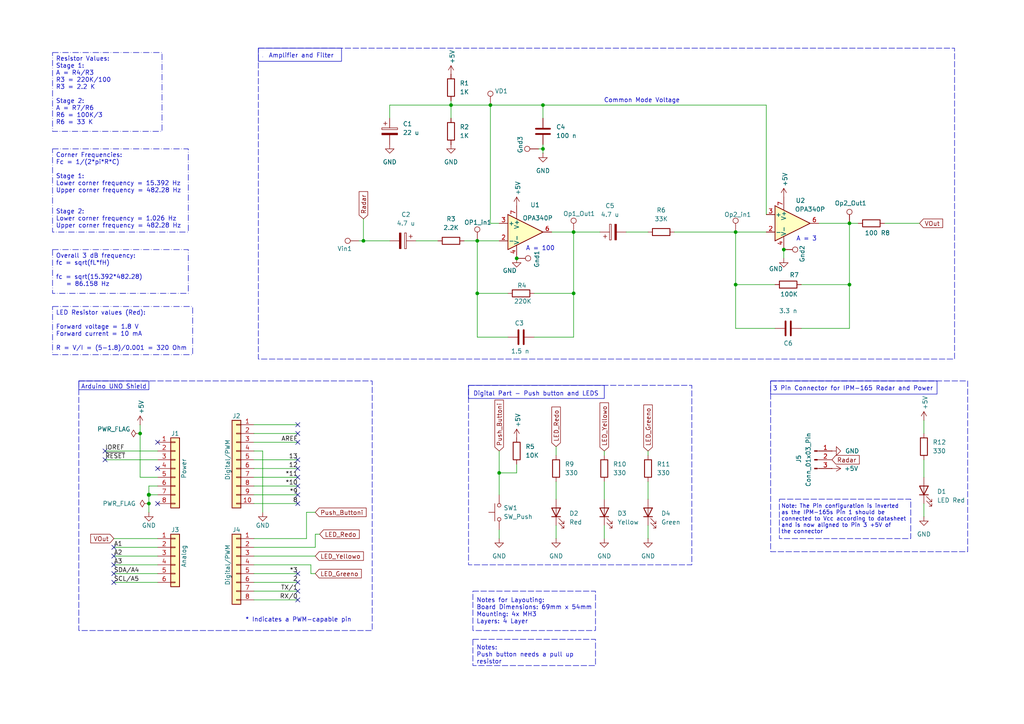
<source format=kicad_sch>
(kicad_sch
	(version 20231120)
	(generator "eeschema")
	(generator_version "8.0")
	(uuid "e63e39d7-6ac0-4ffd-8aa3-1841a4541b55")
	(paper "A4")
	(title_block
		(title "Movement detection based on IPM-165 Radar Interface")
		(date "2024-05-26")
		(rev "v03")
		(company "Hochschule Darmstadt")
		(comment 1 "Sai Swaroop Maram; Sunil Dabbiru")
	)
	(lib_symbols
		(symbol "Amplifier_Operational:OPA340P"
			(pin_names
				(offset 0.127)
			)
			(exclude_from_sim no)
			(in_bom yes)
			(on_board yes)
			(property "Reference" "U"
				(at 0 6.35 0)
				(effects
					(font
						(size 1.27 1.27)
					)
					(justify left)
				)
			)
			(property "Value" "OPA340P"
				(at 0 3.81 0)
				(effects
					(font
						(size 1.27 1.27)
					)
					(justify left)
				)
			)
			(property "Footprint" "Package_DIP:DIP-8_W7.62mm"
				(at -2.54 -5.08 0)
				(effects
					(font
						(size 1.27 1.27)
					)
					(justify left)
					(hide yes)
				)
			)
			(property "Datasheet" "http://www.ti.com/lit/ds/symlink/opa340.pdf"
				(at 3.81 3.81 0)
				(effects
					(font
						(size 1.27 1.27)
					)
					(hide yes)
				)
			)
			(property "Description" "Single Single-Supply, Rail-to-Rail Operational Amplifier, MicroAmplifier Series, DIP-8"
				(at 0 0 0)
				(effects
					(font
						(size 1.27 1.27)
					)
					(hide yes)
				)
			)
			(property "ki_keywords" "single opamp"
				(at 0 0 0)
				(effects
					(font
						(size 1.27 1.27)
					)
					(hide yes)
				)
			)
			(property "ki_fp_filters" "DIP*W7.62mm*"
				(at 0 0 0)
				(effects
					(font
						(size 1.27 1.27)
					)
					(hide yes)
				)
			)
			(symbol "OPA340P_0_1"
				(polyline
					(pts
						(xy -5.08 5.08) (xy 5.08 0) (xy -5.08 -5.08) (xy -5.08 5.08)
					)
					(stroke
						(width 0.254)
						(type default)
					)
					(fill
						(type background)
					)
				)
			)
			(symbol "OPA340P_1_1"
				(pin no_connect line
					(at -5.08 -2.54 90)
					(length 2.54) hide
					(name "NC"
						(effects
							(font
								(size 1.27 1.27)
							)
						)
					)
					(number "1"
						(effects
							(font
								(size 1.27 1.27)
							)
						)
					)
				)
				(pin input line
					(at -7.62 -2.54 0)
					(length 2.54)
					(name "-"
						(effects
							(font
								(size 1.27 1.27)
							)
						)
					)
					(number "2"
						(effects
							(font
								(size 1.27 1.27)
							)
						)
					)
				)
				(pin input line
					(at -7.62 2.54 0)
					(length 2.54)
					(name "+"
						(effects
							(font
								(size 1.27 1.27)
							)
						)
					)
					(number "3"
						(effects
							(font
								(size 1.27 1.27)
							)
						)
					)
				)
				(pin power_in line
					(at -2.54 -7.62 90)
					(length 3.81)
					(name "V-"
						(effects
							(font
								(size 1.27 1.27)
							)
						)
					)
					(number "4"
						(effects
							(font
								(size 1.27 1.27)
							)
						)
					)
				)
				(pin no_connect line
					(at -2.54 -2.54 90)
					(length 2.54) hide
					(name "NC"
						(effects
							(font
								(size 1.27 1.27)
							)
						)
					)
					(number "5"
						(effects
							(font
								(size 1.27 1.27)
							)
						)
					)
				)
				(pin output line
					(at 7.62 0 180)
					(length 2.54)
					(name "~"
						(effects
							(font
								(size 1.27 1.27)
							)
						)
					)
					(number "6"
						(effects
							(font
								(size 1.27 1.27)
							)
						)
					)
				)
				(pin power_in line
					(at -2.54 7.62 270)
					(length 3.81)
					(name "V+"
						(effects
							(font
								(size 1.27 1.27)
							)
						)
					)
					(number "7"
						(effects
							(font
								(size 1.27 1.27)
							)
						)
					)
				)
				(pin no_connect line
					(at 0 -2.54 90)
					(length 2.54) hide
					(name "NC"
						(effects
							(font
								(size 1.27 1.27)
							)
						)
					)
					(number "8"
						(effects
							(font
								(size 1.27 1.27)
							)
						)
					)
				)
			)
		)
		(symbol "Connector:Conn_01x03_Pin"
			(pin_names
				(offset 1.016) hide)
			(exclude_from_sim no)
			(in_bom yes)
			(on_board yes)
			(property "Reference" "J"
				(at 0 5.08 0)
				(effects
					(font
						(size 1.27 1.27)
					)
				)
			)
			(property "Value" "Conn_01x03_Pin"
				(at 0 -5.08 0)
				(effects
					(font
						(size 1.27 1.27)
					)
				)
			)
			(property "Footprint" ""
				(at 0 0 0)
				(effects
					(font
						(size 1.27 1.27)
					)
					(hide yes)
				)
			)
			(property "Datasheet" "~"
				(at 0 0 0)
				(effects
					(font
						(size 1.27 1.27)
					)
					(hide yes)
				)
			)
			(property "Description" "Generic connector, single row, 01x03, script generated"
				(at 0 0 0)
				(effects
					(font
						(size 1.27 1.27)
					)
					(hide yes)
				)
			)
			(property "ki_locked" ""
				(at 0 0 0)
				(effects
					(font
						(size 1.27 1.27)
					)
				)
			)
			(property "ki_keywords" "connector"
				(at 0 0 0)
				(effects
					(font
						(size 1.27 1.27)
					)
					(hide yes)
				)
			)
			(property "ki_fp_filters" "Connector*:*_1x??_*"
				(at 0 0 0)
				(effects
					(font
						(size 1.27 1.27)
					)
					(hide yes)
				)
			)
			(symbol "Conn_01x03_Pin_1_1"
				(polyline
					(pts
						(xy 1.27 -2.54) (xy 0.8636 -2.54)
					)
					(stroke
						(width 0.1524)
						(type default)
					)
					(fill
						(type none)
					)
				)
				(polyline
					(pts
						(xy 1.27 0) (xy 0.8636 0)
					)
					(stroke
						(width 0.1524)
						(type default)
					)
					(fill
						(type none)
					)
				)
				(polyline
					(pts
						(xy 1.27 2.54) (xy 0.8636 2.54)
					)
					(stroke
						(width 0.1524)
						(type default)
					)
					(fill
						(type none)
					)
				)
				(rectangle
					(start 0.8636 -2.413)
					(end 0 -2.667)
					(stroke
						(width 0.1524)
						(type default)
					)
					(fill
						(type outline)
					)
				)
				(rectangle
					(start 0.8636 0.127)
					(end 0 -0.127)
					(stroke
						(width 0.1524)
						(type default)
					)
					(fill
						(type outline)
					)
				)
				(rectangle
					(start 0.8636 2.667)
					(end 0 2.413)
					(stroke
						(width 0.1524)
						(type default)
					)
					(fill
						(type outline)
					)
				)
				(pin passive line
					(at 5.08 2.54 180)
					(length 3.81)
					(name "Pin_1"
						(effects
							(font
								(size 1.27 1.27)
							)
						)
					)
					(number "1"
						(effects
							(font
								(size 1.27 1.27)
							)
						)
					)
				)
				(pin passive line
					(at 5.08 0 180)
					(length 3.81)
					(name "Pin_2"
						(effects
							(font
								(size 1.27 1.27)
							)
						)
					)
					(number "2"
						(effects
							(font
								(size 1.27 1.27)
							)
						)
					)
				)
				(pin passive line
					(at 5.08 -2.54 180)
					(length 3.81)
					(name "Pin_3"
						(effects
							(font
								(size 1.27 1.27)
							)
						)
					)
					(number "3"
						(effects
							(font
								(size 1.27 1.27)
							)
						)
					)
				)
			)
		)
		(symbol "Connector:TestPoint"
			(pin_numbers hide)
			(pin_names
				(offset 0.762) hide)
			(exclude_from_sim no)
			(in_bom yes)
			(on_board yes)
			(property "Reference" "TP"
				(at 0 6.858 0)
				(effects
					(font
						(size 1.27 1.27)
					)
				)
			)
			(property "Value" "TestPoint"
				(at 0 5.08 0)
				(effects
					(font
						(size 1.27 1.27)
					)
				)
			)
			(property "Footprint" ""
				(at 5.08 0 0)
				(effects
					(font
						(size 1.27 1.27)
					)
					(hide yes)
				)
			)
			(property "Datasheet" "~"
				(at 5.08 0 0)
				(effects
					(font
						(size 1.27 1.27)
					)
					(hide yes)
				)
			)
			(property "Description" "test point"
				(at 0 0 0)
				(effects
					(font
						(size 1.27 1.27)
					)
					(hide yes)
				)
			)
			(property "ki_keywords" "test point tp"
				(at 0 0 0)
				(effects
					(font
						(size 1.27 1.27)
					)
					(hide yes)
				)
			)
			(property "ki_fp_filters" "Pin* Test*"
				(at 0 0 0)
				(effects
					(font
						(size 1.27 1.27)
					)
					(hide yes)
				)
			)
			(symbol "TestPoint_0_1"
				(circle
					(center 0 3.302)
					(radius 0.762)
					(stroke
						(width 0)
						(type default)
					)
					(fill
						(type none)
					)
				)
			)
			(symbol "TestPoint_1_1"
				(pin passive line
					(at 0 0 90)
					(length 2.54)
					(name "1"
						(effects
							(font
								(size 1.27 1.27)
							)
						)
					)
					(number "1"
						(effects
							(font
								(size 1.27 1.27)
							)
						)
					)
				)
			)
		)
		(symbol "Connector_Generic:Conn_01x06"
			(pin_names
				(offset 1.016) hide)
			(exclude_from_sim no)
			(in_bom yes)
			(on_board yes)
			(property "Reference" "J"
				(at 0 7.62 0)
				(effects
					(font
						(size 1.27 1.27)
					)
				)
			)
			(property "Value" "Conn_01x06"
				(at 0 -10.16 0)
				(effects
					(font
						(size 1.27 1.27)
					)
				)
			)
			(property "Footprint" ""
				(at 0 0 0)
				(effects
					(font
						(size 1.27 1.27)
					)
					(hide yes)
				)
			)
			(property "Datasheet" "~"
				(at 0 0 0)
				(effects
					(font
						(size 1.27 1.27)
					)
					(hide yes)
				)
			)
			(property "Description" "Generic connector, single row, 01x06, script generated (kicad-library-utils/schlib/autogen/connector/)"
				(at 0 0 0)
				(effects
					(font
						(size 1.27 1.27)
					)
					(hide yes)
				)
			)
			(property "ki_keywords" "connector"
				(at 0 0 0)
				(effects
					(font
						(size 1.27 1.27)
					)
					(hide yes)
				)
			)
			(property "ki_fp_filters" "Connector*:*_1x??_*"
				(at 0 0 0)
				(effects
					(font
						(size 1.27 1.27)
					)
					(hide yes)
				)
			)
			(symbol "Conn_01x06_1_1"
				(rectangle
					(start -1.27 -7.493)
					(end 0 -7.747)
					(stroke
						(width 0.1524)
						(type default)
					)
					(fill
						(type none)
					)
				)
				(rectangle
					(start -1.27 -4.953)
					(end 0 -5.207)
					(stroke
						(width 0.1524)
						(type default)
					)
					(fill
						(type none)
					)
				)
				(rectangle
					(start -1.27 -2.413)
					(end 0 -2.667)
					(stroke
						(width 0.1524)
						(type default)
					)
					(fill
						(type none)
					)
				)
				(rectangle
					(start -1.27 0.127)
					(end 0 -0.127)
					(stroke
						(width 0.1524)
						(type default)
					)
					(fill
						(type none)
					)
				)
				(rectangle
					(start -1.27 2.667)
					(end 0 2.413)
					(stroke
						(width 0.1524)
						(type default)
					)
					(fill
						(type none)
					)
				)
				(rectangle
					(start -1.27 5.207)
					(end 0 4.953)
					(stroke
						(width 0.1524)
						(type default)
					)
					(fill
						(type none)
					)
				)
				(rectangle
					(start -1.27 6.35)
					(end 1.27 -8.89)
					(stroke
						(width 0.254)
						(type default)
					)
					(fill
						(type background)
					)
				)
				(pin passive line
					(at -5.08 5.08 0)
					(length 3.81)
					(name "Pin_1"
						(effects
							(font
								(size 1.27 1.27)
							)
						)
					)
					(number "1"
						(effects
							(font
								(size 1.27 1.27)
							)
						)
					)
				)
				(pin passive line
					(at -5.08 2.54 0)
					(length 3.81)
					(name "Pin_2"
						(effects
							(font
								(size 1.27 1.27)
							)
						)
					)
					(number "2"
						(effects
							(font
								(size 1.27 1.27)
							)
						)
					)
				)
				(pin passive line
					(at -5.08 0 0)
					(length 3.81)
					(name "Pin_3"
						(effects
							(font
								(size 1.27 1.27)
							)
						)
					)
					(number "3"
						(effects
							(font
								(size 1.27 1.27)
							)
						)
					)
				)
				(pin passive line
					(at -5.08 -2.54 0)
					(length 3.81)
					(name "Pin_4"
						(effects
							(font
								(size 1.27 1.27)
							)
						)
					)
					(number "4"
						(effects
							(font
								(size 1.27 1.27)
							)
						)
					)
				)
				(pin passive line
					(at -5.08 -5.08 0)
					(length 3.81)
					(name "Pin_5"
						(effects
							(font
								(size 1.27 1.27)
							)
						)
					)
					(number "5"
						(effects
							(font
								(size 1.27 1.27)
							)
						)
					)
				)
				(pin passive line
					(at -5.08 -7.62 0)
					(length 3.81)
					(name "Pin_6"
						(effects
							(font
								(size 1.27 1.27)
							)
						)
					)
					(number "6"
						(effects
							(font
								(size 1.27 1.27)
							)
						)
					)
				)
			)
		)
		(symbol "Connector_Generic:Conn_01x08"
			(pin_names
				(offset 1.016) hide)
			(exclude_from_sim no)
			(in_bom yes)
			(on_board yes)
			(property "Reference" "J"
				(at 0 10.16 0)
				(effects
					(font
						(size 1.27 1.27)
					)
				)
			)
			(property "Value" "Conn_01x08"
				(at 0 -12.7 0)
				(effects
					(font
						(size 1.27 1.27)
					)
				)
			)
			(property "Footprint" ""
				(at 0 0 0)
				(effects
					(font
						(size 1.27 1.27)
					)
					(hide yes)
				)
			)
			(property "Datasheet" "~"
				(at 0 0 0)
				(effects
					(font
						(size 1.27 1.27)
					)
					(hide yes)
				)
			)
			(property "Description" "Generic connector, single row, 01x08, script generated (kicad-library-utils/schlib/autogen/connector/)"
				(at 0 0 0)
				(effects
					(font
						(size 1.27 1.27)
					)
					(hide yes)
				)
			)
			(property "ki_keywords" "connector"
				(at 0 0 0)
				(effects
					(font
						(size 1.27 1.27)
					)
					(hide yes)
				)
			)
			(property "ki_fp_filters" "Connector*:*_1x??_*"
				(at 0 0 0)
				(effects
					(font
						(size 1.27 1.27)
					)
					(hide yes)
				)
			)
			(symbol "Conn_01x08_1_1"
				(rectangle
					(start -1.27 -10.033)
					(end 0 -10.287)
					(stroke
						(width 0.1524)
						(type default)
					)
					(fill
						(type none)
					)
				)
				(rectangle
					(start -1.27 -7.493)
					(end 0 -7.747)
					(stroke
						(width 0.1524)
						(type default)
					)
					(fill
						(type none)
					)
				)
				(rectangle
					(start -1.27 -4.953)
					(end 0 -5.207)
					(stroke
						(width 0.1524)
						(type default)
					)
					(fill
						(type none)
					)
				)
				(rectangle
					(start -1.27 -2.413)
					(end 0 -2.667)
					(stroke
						(width 0.1524)
						(type default)
					)
					(fill
						(type none)
					)
				)
				(rectangle
					(start -1.27 0.127)
					(end 0 -0.127)
					(stroke
						(width 0.1524)
						(type default)
					)
					(fill
						(type none)
					)
				)
				(rectangle
					(start -1.27 2.667)
					(end 0 2.413)
					(stroke
						(width 0.1524)
						(type default)
					)
					(fill
						(type none)
					)
				)
				(rectangle
					(start -1.27 5.207)
					(end 0 4.953)
					(stroke
						(width 0.1524)
						(type default)
					)
					(fill
						(type none)
					)
				)
				(rectangle
					(start -1.27 7.747)
					(end 0 7.493)
					(stroke
						(width 0.1524)
						(type default)
					)
					(fill
						(type none)
					)
				)
				(rectangle
					(start -1.27 8.89)
					(end 1.27 -11.43)
					(stroke
						(width 0.254)
						(type default)
					)
					(fill
						(type background)
					)
				)
				(pin passive line
					(at -5.08 7.62 0)
					(length 3.81)
					(name "Pin_1"
						(effects
							(font
								(size 1.27 1.27)
							)
						)
					)
					(number "1"
						(effects
							(font
								(size 1.27 1.27)
							)
						)
					)
				)
				(pin passive line
					(at -5.08 5.08 0)
					(length 3.81)
					(name "Pin_2"
						(effects
							(font
								(size 1.27 1.27)
							)
						)
					)
					(number "2"
						(effects
							(font
								(size 1.27 1.27)
							)
						)
					)
				)
				(pin passive line
					(at -5.08 2.54 0)
					(length 3.81)
					(name "Pin_3"
						(effects
							(font
								(size 1.27 1.27)
							)
						)
					)
					(number "3"
						(effects
							(font
								(size 1.27 1.27)
							)
						)
					)
				)
				(pin passive line
					(at -5.08 0 0)
					(length 3.81)
					(name "Pin_4"
						(effects
							(font
								(size 1.27 1.27)
							)
						)
					)
					(number "4"
						(effects
							(font
								(size 1.27 1.27)
							)
						)
					)
				)
				(pin passive line
					(at -5.08 -2.54 0)
					(length 3.81)
					(name "Pin_5"
						(effects
							(font
								(size 1.27 1.27)
							)
						)
					)
					(number "5"
						(effects
							(font
								(size 1.27 1.27)
							)
						)
					)
				)
				(pin passive line
					(at -5.08 -5.08 0)
					(length 3.81)
					(name "Pin_6"
						(effects
							(font
								(size 1.27 1.27)
							)
						)
					)
					(number "6"
						(effects
							(font
								(size 1.27 1.27)
							)
						)
					)
				)
				(pin passive line
					(at -5.08 -7.62 0)
					(length 3.81)
					(name "Pin_7"
						(effects
							(font
								(size 1.27 1.27)
							)
						)
					)
					(number "7"
						(effects
							(font
								(size 1.27 1.27)
							)
						)
					)
				)
				(pin passive line
					(at -5.08 -10.16 0)
					(length 3.81)
					(name "Pin_8"
						(effects
							(font
								(size 1.27 1.27)
							)
						)
					)
					(number "8"
						(effects
							(font
								(size 1.27 1.27)
							)
						)
					)
				)
			)
		)
		(symbol "Connector_Generic:Conn_01x10"
			(pin_names
				(offset 1.016) hide)
			(exclude_from_sim no)
			(in_bom yes)
			(on_board yes)
			(property "Reference" "J"
				(at 0 12.7 0)
				(effects
					(font
						(size 1.27 1.27)
					)
				)
			)
			(property "Value" "Conn_01x10"
				(at 0 -15.24 0)
				(effects
					(font
						(size 1.27 1.27)
					)
				)
			)
			(property "Footprint" ""
				(at 0 0 0)
				(effects
					(font
						(size 1.27 1.27)
					)
					(hide yes)
				)
			)
			(property "Datasheet" "~"
				(at 0 0 0)
				(effects
					(font
						(size 1.27 1.27)
					)
					(hide yes)
				)
			)
			(property "Description" "Generic connector, single row, 01x10, script generated (kicad-library-utils/schlib/autogen/connector/)"
				(at 0 0 0)
				(effects
					(font
						(size 1.27 1.27)
					)
					(hide yes)
				)
			)
			(property "ki_keywords" "connector"
				(at 0 0 0)
				(effects
					(font
						(size 1.27 1.27)
					)
					(hide yes)
				)
			)
			(property "ki_fp_filters" "Connector*:*_1x??_*"
				(at 0 0 0)
				(effects
					(font
						(size 1.27 1.27)
					)
					(hide yes)
				)
			)
			(symbol "Conn_01x10_1_1"
				(rectangle
					(start -1.27 -12.573)
					(end 0 -12.827)
					(stroke
						(width 0.1524)
						(type default)
					)
					(fill
						(type none)
					)
				)
				(rectangle
					(start -1.27 -10.033)
					(end 0 -10.287)
					(stroke
						(width 0.1524)
						(type default)
					)
					(fill
						(type none)
					)
				)
				(rectangle
					(start -1.27 -7.493)
					(end 0 -7.747)
					(stroke
						(width 0.1524)
						(type default)
					)
					(fill
						(type none)
					)
				)
				(rectangle
					(start -1.27 -4.953)
					(end 0 -5.207)
					(stroke
						(width 0.1524)
						(type default)
					)
					(fill
						(type none)
					)
				)
				(rectangle
					(start -1.27 -2.413)
					(end 0 -2.667)
					(stroke
						(width 0.1524)
						(type default)
					)
					(fill
						(type none)
					)
				)
				(rectangle
					(start -1.27 0.127)
					(end 0 -0.127)
					(stroke
						(width 0.1524)
						(type default)
					)
					(fill
						(type none)
					)
				)
				(rectangle
					(start -1.27 2.667)
					(end 0 2.413)
					(stroke
						(width 0.1524)
						(type default)
					)
					(fill
						(type none)
					)
				)
				(rectangle
					(start -1.27 5.207)
					(end 0 4.953)
					(stroke
						(width 0.1524)
						(type default)
					)
					(fill
						(type none)
					)
				)
				(rectangle
					(start -1.27 7.747)
					(end 0 7.493)
					(stroke
						(width 0.1524)
						(type default)
					)
					(fill
						(type none)
					)
				)
				(rectangle
					(start -1.27 10.287)
					(end 0 10.033)
					(stroke
						(width 0.1524)
						(type default)
					)
					(fill
						(type none)
					)
				)
				(rectangle
					(start -1.27 11.43)
					(end 1.27 -13.97)
					(stroke
						(width 0.254)
						(type default)
					)
					(fill
						(type background)
					)
				)
				(pin passive line
					(at -5.08 10.16 0)
					(length 3.81)
					(name "Pin_1"
						(effects
							(font
								(size 1.27 1.27)
							)
						)
					)
					(number "1"
						(effects
							(font
								(size 1.27 1.27)
							)
						)
					)
				)
				(pin passive line
					(at -5.08 -12.7 0)
					(length 3.81)
					(name "Pin_10"
						(effects
							(font
								(size 1.27 1.27)
							)
						)
					)
					(number "10"
						(effects
							(font
								(size 1.27 1.27)
							)
						)
					)
				)
				(pin passive line
					(at -5.08 7.62 0)
					(length 3.81)
					(name "Pin_2"
						(effects
							(font
								(size 1.27 1.27)
							)
						)
					)
					(number "2"
						(effects
							(font
								(size 1.27 1.27)
							)
						)
					)
				)
				(pin passive line
					(at -5.08 5.08 0)
					(length 3.81)
					(name "Pin_3"
						(effects
							(font
								(size 1.27 1.27)
							)
						)
					)
					(number "3"
						(effects
							(font
								(size 1.27 1.27)
							)
						)
					)
				)
				(pin passive line
					(at -5.08 2.54 0)
					(length 3.81)
					(name "Pin_4"
						(effects
							(font
								(size 1.27 1.27)
							)
						)
					)
					(number "4"
						(effects
							(font
								(size 1.27 1.27)
							)
						)
					)
				)
				(pin passive line
					(at -5.08 0 0)
					(length 3.81)
					(name "Pin_5"
						(effects
							(font
								(size 1.27 1.27)
							)
						)
					)
					(number "5"
						(effects
							(font
								(size 1.27 1.27)
							)
						)
					)
				)
				(pin passive line
					(at -5.08 -2.54 0)
					(length 3.81)
					(name "Pin_6"
						(effects
							(font
								(size 1.27 1.27)
							)
						)
					)
					(number "6"
						(effects
							(font
								(size 1.27 1.27)
							)
						)
					)
				)
				(pin passive line
					(at -5.08 -5.08 0)
					(length 3.81)
					(name "Pin_7"
						(effects
							(font
								(size 1.27 1.27)
							)
						)
					)
					(number "7"
						(effects
							(font
								(size 1.27 1.27)
							)
						)
					)
				)
				(pin passive line
					(at -5.08 -7.62 0)
					(length 3.81)
					(name "Pin_8"
						(effects
							(font
								(size 1.27 1.27)
							)
						)
					)
					(number "8"
						(effects
							(font
								(size 1.27 1.27)
							)
						)
					)
				)
				(pin passive line
					(at -5.08 -10.16 0)
					(length 3.81)
					(name "Pin_9"
						(effects
							(font
								(size 1.27 1.27)
							)
						)
					)
					(number "9"
						(effects
							(font
								(size 1.27 1.27)
							)
						)
					)
				)
			)
		)
		(symbol "Device:C"
			(pin_numbers hide)
			(pin_names
				(offset 0.254)
			)
			(exclude_from_sim no)
			(in_bom yes)
			(on_board yes)
			(property "Reference" "C"
				(at 0.635 2.54 0)
				(effects
					(font
						(size 1.27 1.27)
					)
					(justify left)
				)
			)
			(property "Value" "C"
				(at 0.635 -2.54 0)
				(effects
					(font
						(size 1.27 1.27)
					)
					(justify left)
				)
			)
			(property "Footprint" ""
				(at 0.9652 -3.81 0)
				(effects
					(font
						(size 1.27 1.27)
					)
					(hide yes)
				)
			)
			(property "Datasheet" "~"
				(at 0 0 0)
				(effects
					(font
						(size 1.27 1.27)
					)
					(hide yes)
				)
			)
			(property "Description" "Unpolarized capacitor"
				(at 0 0 0)
				(effects
					(font
						(size 1.27 1.27)
					)
					(hide yes)
				)
			)
			(property "ki_keywords" "cap capacitor"
				(at 0 0 0)
				(effects
					(font
						(size 1.27 1.27)
					)
					(hide yes)
				)
			)
			(property "ki_fp_filters" "C_*"
				(at 0 0 0)
				(effects
					(font
						(size 1.27 1.27)
					)
					(hide yes)
				)
			)
			(symbol "C_0_1"
				(polyline
					(pts
						(xy -2.032 -0.762) (xy 2.032 -0.762)
					)
					(stroke
						(width 0.508)
						(type default)
					)
					(fill
						(type none)
					)
				)
				(polyline
					(pts
						(xy -2.032 0.762) (xy 2.032 0.762)
					)
					(stroke
						(width 0.508)
						(type default)
					)
					(fill
						(type none)
					)
				)
			)
			(symbol "C_1_1"
				(pin passive line
					(at 0 3.81 270)
					(length 2.794)
					(name "~"
						(effects
							(font
								(size 1.27 1.27)
							)
						)
					)
					(number "1"
						(effects
							(font
								(size 1.27 1.27)
							)
						)
					)
				)
				(pin passive line
					(at 0 -3.81 90)
					(length 2.794)
					(name "~"
						(effects
							(font
								(size 1.27 1.27)
							)
						)
					)
					(number "2"
						(effects
							(font
								(size 1.27 1.27)
							)
						)
					)
				)
			)
		)
		(symbol "Device:C_Polarized"
			(pin_numbers hide)
			(pin_names
				(offset 0.254)
			)
			(exclude_from_sim no)
			(in_bom yes)
			(on_board yes)
			(property "Reference" "C"
				(at 0.635 2.54 0)
				(effects
					(font
						(size 1.27 1.27)
					)
					(justify left)
				)
			)
			(property "Value" "C_Polarized"
				(at 0.635 -2.54 0)
				(effects
					(font
						(size 1.27 1.27)
					)
					(justify left)
				)
			)
			(property "Footprint" ""
				(at 0.9652 -3.81 0)
				(effects
					(font
						(size 1.27 1.27)
					)
					(hide yes)
				)
			)
			(property "Datasheet" "~"
				(at 0 0 0)
				(effects
					(font
						(size 1.27 1.27)
					)
					(hide yes)
				)
			)
			(property "Description" "Polarized capacitor"
				(at 0 0 0)
				(effects
					(font
						(size 1.27 1.27)
					)
					(hide yes)
				)
			)
			(property "ki_keywords" "cap capacitor"
				(at 0 0 0)
				(effects
					(font
						(size 1.27 1.27)
					)
					(hide yes)
				)
			)
			(property "ki_fp_filters" "CP_*"
				(at 0 0 0)
				(effects
					(font
						(size 1.27 1.27)
					)
					(hide yes)
				)
			)
			(symbol "C_Polarized_0_1"
				(rectangle
					(start -2.286 0.508)
					(end 2.286 1.016)
					(stroke
						(width 0)
						(type default)
					)
					(fill
						(type none)
					)
				)
				(polyline
					(pts
						(xy -1.778 2.286) (xy -0.762 2.286)
					)
					(stroke
						(width 0)
						(type default)
					)
					(fill
						(type none)
					)
				)
				(polyline
					(pts
						(xy -1.27 2.794) (xy -1.27 1.778)
					)
					(stroke
						(width 0)
						(type default)
					)
					(fill
						(type none)
					)
				)
				(rectangle
					(start 2.286 -0.508)
					(end -2.286 -1.016)
					(stroke
						(width 0)
						(type default)
					)
					(fill
						(type outline)
					)
				)
			)
			(symbol "C_Polarized_1_1"
				(pin passive line
					(at 0 3.81 270)
					(length 2.794)
					(name "~"
						(effects
							(font
								(size 1.27 1.27)
							)
						)
					)
					(number "1"
						(effects
							(font
								(size 1.27 1.27)
							)
						)
					)
				)
				(pin passive line
					(at 0 -3.81 90)
					(length 2.794)
					(name "~"
						(effects
							(font
								(size 1.27 1.27)
							)
						)
					)
					(number "2"
						(effects
							(font
								(size 1.27 1.27)
							)
						)
					)
				)
			)
		)
		(symbol "Device:LED"
			(pin_numbers hide)
			(pin_names
				(offset 1.016) hide)
			(exclude_from_sim no)
			(in_bom yes)
			(on_board yes)
			(property "Reference" "D"
				(at 0 2.54 0)
				(effects
					(font
						(size 1.27 1.27)
					)
				)
			)
			(property "Value" "LED"
				(at 0 -2.54 0)
				(effects
					(font
						(size 1.27 1.27)
					)
				)
			)
			(property "Footprint" ""
				(at 0 0 0)
				(effects
					(font
						(size 1.27 1.27)
					)
					(hide yes)
				)
			)
			(property "Datasheet" "~"
				(at 0 0 0)
				(effects
					(font
						(size 1.27 1.27)
					)
					(hide yes)
				)
			)
			(property "Description" "Light emitting diode"
				(at 0 0 0)
				(effects
					(font
						(size 1.27 1.27)
					)
					(hide yes)
				)
			)
			(property "ki_keywords" "LED diode"
				(at 0 0 0)
				(effects
					(font
						(size 1.27 1.27)
					)
					(hide yes)
				)
			)
			(property "ki_fp_filters" "LED* LED_SMD:* LED_THT:*"
				(at 0 0 0)
				(effects
					(font
						(size 1.27 1.27)
					)
					(hide yes)
				)
			)
			(symbol "LED_0_1"
				(polyline
					(pts
						(xy -1.27 -1.27) (xy -1.27 1.27)
					)
					(stroke
						(width 0.254)
						(type default)
					)
					(fill
						(type none)
					)
				)
				(polyline
					(pts
						(xy -1.27 0) (xy 1.27 0)
					)
					(stroke
						(width 0)
						(type default)
					)
					(fill
						(type none)
					)
				)
				(polyline
					(pts
						(xy 1.27 -1.27) (xy 1.27 1.27) (xy -1.27 0) (xy 1.27 -1.27)
					)
					(stroke
						(width 0.254)
						(type default)
					)
					(fill
						(type none)
					)
				)
				(polyline
					(pts
						(xy -3.048 -0.762) (xy -4.572 -2.286) (xy -3.81 -2.286) (xy -4.572 -2.286) (xy -4.572 -1.524)
					)
					(stroke
						(width 0)
						(type default)
					)
					(fill
						(type none)
					)
				)
				(polyline
					(pts
						(xy -1.778 -0.762) (xy -3.302 -2.286) (xy -2.54 -2.286) (xy -3.302 -2.286) (xy -3.302 -1.524)
					)
					(stroke
						(width 0)
						(type default)
					)
					(fill
						(type none)
					)
				)
			)
			(symbol "LED_1_1"
				(pin passive line
					(at -3.81 0 0)
					(length 2.54)
					(name "K"
						(effects
							(font
								(size 1.27 1.27)
							)
						)
					)
					(number "1"
						(effects
							(font
								(size 1.27 1.27)
							)
						)
					)
				)
				(pin passive line
					(at 3.81 0 180)
					(length 2.54)
					(name "A"
						(effects
							(font
								(size 1.27 1.27)
							)
						)
					)
					(number "2"
						(effects
							(font
								(size 1.27 1.27)
							)
						)
					)
				)
			)
		)
		(symbol "Device:R"
			(pin_numbers hide)
			(pin_names
				(offset 0)
			)
			(exclude_from_sim no)
			(in_bom yes)
			(on_board yes)
			(property "Reference" "R"
				(at 2.032 0 90)
				(effects
					(font
						(size 1.27 1.27)
					)
				)
			)
			(property "Value" "R"
				(at 0 0 90)
				(effects
					(font
						(size 1.27 1.27)
					)
				)
			)
			(property "Footprint" ""
				(at -1.778 0 90)
				(effects
					(font
						(size 1.27 1.27)
					)
					(hide yes)
				)
			)
			(property "Datasheet" "~"
				(at 0 0 0)
				(effects
					(font
						(size 1.27 1.27)
					)
					(hide yes)
				)
			)
			(property "Description" "Resistor"
				(at 0 0 0)
				(effects
					(font
						(size 1.27 1.27)
					)
					(hide yes)
				)
			)
			(property "ki_keywords" "R res resistor"
				(at 0 0 0)
				(effects
					(font
						(size 1.27 1.27)
					)
					(hide yes)
				)
			)
			(property "ki_fp_filters" "R_*"
				(at 0 0 0)
				(effects
					(font
						(size 1.27 1.27)
					)
					(hide yes)
				)
			)
			(symbol "R_0_1"
				(rectangle
					(start -1.016 -2.54)
					(end 1.016 2.54)
					(stroke
						(width 0.254)
						(type default)
					)
					(fill
						(type none)
					)
				)
			)
			(symbol "R_1_1"
				(pin passive line
					(at 0 3.81 270)
					(length 1.27)
					(name "~"
						(effects
							(font
								(size 1.27 1.27)
							)
						)
					)
					(number "1"
						(effects
							(font
								(size 1.27 1.27)
							)
						)
					)
				)
				(pin passive line
					(at 0 -3.81 90)
					(length 1.27)
					(name "~"
						(effects
							(font
								(size 1.27 1.27)
							)
						)
					)
					(number "2"
						(effects
							(font
								(size 1.27 1.27)
							)
						)
					)
				)
			)
		)
		(symbol "Switch:SW_Push"
			(pin_numbers hide)
			(pin_names
				(offset 1.016) hide)
			(exclude_from_sim no)
			(in_bom yes)
			(on_board yes)
			(property "Reference" "SW"
				(at 1.27 2.54 0)
				(effects
					(font
						(size 1.27 1.27)
					)
					(justify left)
				)
			)
			(property "Value" "SW_Push"
				(at 0 -1.524 0)
				(effects
					(font
						(size 1.27 1.27)
					)
				)
			)
			(property "Footprint" ""
				(at 0 5.08 0)
				(effects
					(font
						(size 1.27 1.27)
					)
					(hide yes)
				)
			)
			(property "Datasheet" "~"
				(at 0 5.08 0)
				(effects
					(font
						(size 1.27 1.27)
					)
					(hide yes)
				)
			)
			(property "Description" "Push button switch, generic, two pins"
				(at 0 0 0)
				(effects
					(font
						(size 1.27 1.27)
					)
					(hide yes)
				)
			)
			(property "ki_keywords" "switch normally-open pushbutton push-button"
				(at 0 0 0)
				(effects
					(font
						(size 1.27 1.27)
					)
					(hide yes)
				)
			)
			(symbol "SW_Push_0_1"
				(circle
					(center -2.032 0)
					(radius 0.508)
					(stroke
						(width 0)
						(type default)
					)
					(fill
						(type none)
					)
				)
				(polyline
					(pts
						(xy 0 1.27) (xy 0 3.048)
					)
					(stroke
						(width 0)
						(type default)
					)
					(fill
						(type none)
					)
				)
				(polyline
					(pts
						(xy 2.54 1.27) (xy -2.54 1.27)
					)
					(stroke
						(width 0)
						(type default)
					)
					(fill
						(type none)
					)
				)
				(circle
					(center 2.032 0)
					(radius 0.508)
					(stroke
						(width 0)
						(type default)
					)
					(fill
						(type none)
					)
				)
				(pin passive line
					(at -5.08 0 0)
					(length 2.54)
					(name "1"
						(effects
							(font
								(size 1.27 1.27)
							)
						)
					)
					(number "1"
						(effects
							(font
								(size 1.27 1.27)
							)
						)
					)
				)
				(pin passive line
					(at 5.08 0 180)
					(length 2.54)
					(name "2"
						(effects
							(font
								(size 1.27 1.27)
							)
						)
					)
					(number "2"
						(effects
							(font
								(size 1.27 1.27)
							)
						)
					)
				)
			)
		)
		(symbol "power:+5V"
			(power)
			(pin_numbers hide)
			(pin_names
				(offset 0) hide)
			(exclude_from_sim no)
			(in_bom yes)
			(on_board yes)
			(property "Reference" "#PWR"
				(at 0 -3.81 0)
				(effects
					(font
						(size 1.27 1.27)
					)
					(hide yes)
				)
			)
			(property "Value" "+5V"
				(at 0 3.556 0)
				(effects
					(font
						(size 1.27 1.27)
					)
				)
			)
			(property "Footprint" ""
				(at 0 0 0)
				(effects
					(font
						(size 1.27 1.27)
					)
					(hide yes)
				)
			)
			(property "Datasheet" ""
				(at 0 0 0)
				(effects
					(font
						(size 1.27 1.27)
					)
					(hide yes)
				)
			)
			(property "Description" "Power symbol creates a global label with name \"+5V\""
				(at 0 0 0)
				(effects
					(font
						(size 1.27 1.27)
					)
					(hide yes)
				)
			)
			(property "ki_keywords" "global power"
				(at 0 0 0)
				(effects
					(font
						(size 1.27 1.27)
					)
					(hide yes)
				)
			)
			(symbol "+5V_0_1"
				(polyline
					(pts
						(xy -0.762 1.27) (xy 0 2.54)
					)
					(stroke
						(width 0)
						(type default)
					)
					(fill
						(type none)
					)
				)
				(polyline
					(pts
						(xy 0 0) (xy 0 2.54)
					)
					(stroke
						(width 0)
						(type default)
					)
					(fill
						(type none)
					)
				)
				(polyline
					(pts
						(xy 0 2.54) (xy 0.762 1.27)
					)
					(stroke
						(width 0)
						(type default)
					)
					(fill
						(type none)
					)
				)
			)
			(symbol "+5V_1_1"
				(pin power_in line
					(at 0 0 90)
					(length 0)
					(name "~"
						(effects
							(font
								(size 1.27 1.27)
							)
						)
					)
					(number "1"
						(effects
							(font
								(size 1.27 1.27)
							)
						)
					)
				)
			)
		)
		(symbol "power:GND"
			(power)
			(pin_numbers hide)
			(pin_names
				(offset 0) hide)
			(exclude_from_sim no)
			(in_bom yes)
			(on_board yes)
			(property "Reference" "#PWR"
				(at 0 -6.35 0)
				(effects
					(font
						(size 1.27 1.27)
					)
					(hide yes)
				)
			)
			(property "Value" "GND"
				(at 0 -3.81 0)
				(effects
					(font
						(size 1.27 1.27)
					)
				)
			)
			(property "Footprint" ""
				(at 0 0 0)
				(effects
					(font
						(size 1.27 1.27)
					)
					(hide yes)
				)
			)
			(property "Datasheet" ""
				(at 0 0 0)
				(effects
					(font
						(size 1.27 1.27)
					)
					(hide yes)
				)
			)
			(property "Description" "Power symbol creates a global label with name \"GND\" , ground"
				(at 0 0 0)
				(effects
					(font
						(size 1.27 1.27)
					)
					(hide yes)
				)
			)
			(property "ki_keywords" "global power"
				(at 0 0 0)
				(effects
					(font
						(size 1.27 1.27)
					)
					(hide yes)
				)
			)
			(symbol "GND_0_1"
				(polyline
					(pts
						(xy 0 0) (xy 0 -1.27) (xy 1.27 -1.27) (xy 0 -2.54) (xy -1.27 -1.27) (xy 0 -1.27)
					)
					(stroke
						(width 0)
						(type default)
					)
					(fill
						(type none)
					)
				)
			)
			(symbol "GND_1_1"
				(pin power_in line
					(at 0 0 270)
					(length 0)
					(name "~"
						(effects
							(font
								(size 1.27 1.27)
							)
						)
					)
					(number "1"
						(effects
							(font
								(size 1.27 1.27)
							)
						)
					)
				)
			)
		)
		(symbol "power:PWR_FLAG"
			(power)
			(pin_numbers hide)
			(pin_names
				(offset 0) hide)
			(exclude_from_sim no)
			(in_bom yes)
			(on_board yes)
			(property "Reference" "#FLG"
				(at 0 1.905 0)
				(effects
					(font
						(size 1.27 1.27)
					)
					(hide yes)
				)
			)
			(property "Value" "PWR_FLAG"
				(at 0 3.81 0)
				(effects
					(font
						(size 1.27 1.27)
					)
				)
			)
			(property "Footprint" ""
				(at 0 0 0)
				(effects
					(font
						(size 1.27 1.27)
					)
					(hide yes)
				)
			)
			(property "Datasheet" "~"
				(at 0 0 0)
				(effects
					(font
						(size 1.27 1.27)
					)
					(hide yes)
				)
			)
			(property "Description" "Special symbol for telling ERC where power comes from"
				(at 0 0 0)
				(effects
					(font
						(size 1.27 1.27)
					)
					(hide yes)
				)
			)
			(property "ki_keywords" "flag power"
				(at 0 0 0)
				(effects
					(font
						(size 1.27 1.27)
					)
					(hide yes)
				)
			)
			(symbol "PWR_FLAG_0_0"
				(pin power_out line
					(at 0 0 90)
					(length 0)
					(name "~"
						(effects
							(font
								(size 1.27 1.27)
							)
						)
					)
					(number "1"
						(effects
							(font
								(size 1.27 1.27)
							)
						)
					)
				)
			)
			(symbol "PWR_FLAG_0_1"
				(polyline
					(pts
						(xy 0 0) (xy 0 1.27) (xy -1.016 1.905) (xy 0 2.54) (xy 1.016 1.905) (xy 0 1.27)
					)
					(stroke
						(width 0)
						(type default)
					)
					(fill
						(type none)
					)
				)
			)
		)
	)
	(junction
		(at 246.38 82.55)
		(diameter 0)
		(color 0 0 0 0)
		(uuid "03706909-76be-4924-be57-ba342d568c2d")
	)
	(junction
		(at 166.37 85.09)
		(diameter 0)
		(color 0 0 0 0)
		(uuid "050ee611-ab99-464d-91b7-037bda03ff28")
	)
	(junction
		(at 157.48 43.18)
		(diameter 0)
		(color 0 0 0 0)
		(uuid "05333f5d-3986-4c50-b71e-bc65deca1354")
	)
	(junction
		(at 213.36 67.31)
		(diameter 0)
		(color 0 0 0 0)
		(uuid "1f94c8b9-cc42-478e-be2d-d3ec7387e4c3")
	)
	(junction
		(at 142.24 30.48)
		(diameter 0)
		(color 0 0 0 0)
		(uuid "2824f40e-f01b-436f-ad02-838abdd576d0")
	)
	(junction
		(at 43.18 143.51)
		(diameter 1.016)
		(color 0 0 0 0)
		(uuid "3dcc657b-55a1-48e0-9667-e01e7b6b08b5")
	)
	(junction
		(at 149.86 74.93)
		(diameter 0)
		(color 0 0 0 0)
		(uuid "42634292-f4e4-4640-af35-b56fe0c35e2f")
	)
	(junction
		(at 213.36 82.55)
		(diameter 0)
		(color 0 0 0 0)
		(uuid "5c104278-0572-4b9c-b336-fb2d903a5ae3")
	)
	(junction
		(at 105.41 69.85)
		(diameter 0)
		(color 0 0 0 0)
		(uuid "78728f25-c2ad-4e33-ac74-d49240f34ecb")
	)
	(junction
		(at 166.37 67.31)
		(diameter 0)
		(color 0 0 0 0)
		(uuid "7e49ba1e-c500-4ccf-8e61-29cd3fce8cf9")
	)
	(junction
		(at 43.18 146.05)
		(diameter 0)
		(color 0 0 0 0)
		(uuid "8df8a18f-c715-450c-9c27-b60db4007245")
	)
	(junction
		(at 138.43 85.09)
		(diameter 0)
		(color 0 0 0 0)
		(uuid "b2a1a071-b4e4-402c-b169-fcc7e473d486")
	)
	(junction
		(at 130.81 30.48)
		(diameter 0)
		(color 0 0 0 0)
		(uuid "b968e11f-4c59-4d76-9ce9-fd117bed5d5b")
	)
	(junction
		(at 144.78 137.16)
		(diameter 0)
		(color 0 0 0 0)
		(uuid "bab2337d-92c1-46dd-b190-53d09da7719e")
	)
	(junction
		(at 246.38 64.77)
		(diameter 0)
		(color 0 0 0 0)
		(uuid "bcf844a9-f26a-47ce-ae19-95313f910bdc")
	)
	(junction
		(at 138.43 69.85)
		(diameter 0)
		(color 0 0 0 0)
		(uuid "d19df241-8fb2-4158-8feb-6134eafe356b")
	)
	(junction
		(at 227.33 72.39)
		(diameter 0)
		(color 0 0 0 0)
		(uuid "d29dce67-1caa-4efd-bfab-c9054a7e85d7")
	)
	(junction
		(at 40.64 125.73)
		(diameter 0)
		(color 0 0 0 0)
		(uuid "e97ba032-1ba6-42bd-9ecf-08337ee4bf1e")
	)
	(junction
		(at 157.48 30.48)
		(diameter 0)
		(color 0 0 0 0)
		(uuid "fa387192-7e76-4973-b662-acab88138fbd")
	)
	(no_connect
		(at 33.02 158.75)
		(uuid "0c5f9989-2a7d-468a-ac60-8a7b4f11e85a")
	)
	(no_connect
		(at 30.48 130.81)
		(uuid "14181964-0cf0-45ec-936a-6562f700998d")
	)
	(no_connect
		(at 86.36 146.05)
		(uuid "16f35e8b-15c2-4976-bfc9-6b21aca41662")
	)
	(no_connect
		(at 86.36 128.27)
		(uuid "1dd4e568-7c12-4232-a84f-4d3adc0e37f3")
	)
	(no_connect
		(at 86.36 138.43)
		(uuid "2f57ca7f-1bc4-4f73-9eac-56e6af0ba412")
	)
	(no_connect
		(at 86.36 125.73)
		(uuid "37613b16-e567-4dc8-be3f-6ba9ca155142")
	)
	(no_connect
		(at 86.36 135.89)
		(uuid "4a05160b-55fd-4a59-ae6b-527b80c7a647")
	)
	(no_connect
		(at 86.36 140.97)
		(uuid "5647bfe3-0407-4588-93e8-39736fbf3f26")
	)
	(no_connect
		(at 33.02 163.83)
		(uuid "5a96e1d7-bbd0-4403-96be-133dd014cdce")
	)
	(no_connect
		(at 45.72 135.89)
		(uuid "689f3d3d-1d14-401c-b4ed-835f6757b819")
	)
	(no_connect
		(at 33.02 161.29)
		(uuid "72917530-1782-4d66-b06d-a5ad8f36b39d")
	)
	(no_connect
		(at 86.36 173.99)
		(uuid "8b0006b0-02d9-490d-a051-cf2f5894da86")
	)
	(no_connect
		(at 86.36 123.19)
		(uuid "a62b86a8-e893-4268-b777-a58af1f52ca1")
	)
	(no_connect
		(at 33.02 168.91)
		(uuid "acb0f266-e757-4106-ae46-380be1abc267")
	)
	(no_connect
		(at 86.36 143.51)
		(uuid "b64ca8aa-8bc9-4e89-affa-0dac70b01945")
	)
	(no_connect
		(at 86.36 133.35)
		(uuid "b66dcd88-26bc-41b3-81e5-23f45c22523b")
	)
	(no_connect
		(at 30.48 133.35)
		(uuid "b8c9c0c0-61d8-4aa5-a56d-0c91de7ff00f")
	)
	(no_connect
		(at 86.36 171.45)
		(uuid "bd96eeb0-a4ff-4012-9fca-1dd6ab542cc9")
	)
	(no_connect
		(at 45.72 128.27)
		(uuid "d181157c-7812-47e5-a0cf-9580c905fc86")
	)
	(no_connect
		(at 45.72 146.05)
		(uuid "d6229ce4-c759-49c6-93db-3160ca66c832")
	)
	(no_connect
		(at 86.36 166.37)
		(uuid "dc53961f-cc21-4d44-8720-d0b7f2d16a4f")
	)
	(no_connect
		(at 86.36 168.91)
		(uuid "e75948b9-7b86-4c48-8501-408456e4e05b")
	)
	(no_connect
		(at 33.02 166.37)
		(uuid "fd69c54b-cc89-4643-8212-a41fbee745b5")
	)
	(wire
		(pts
			(xy 73.66 173.99) (xy 86.36 173.99)
		)
		(stroke
			(width 0)
			(type solid)
		)
		(uuid "010ba307-2067-49d3-b0fa-6414143f3fc2")
	)
	(wire
		(pts
			(xy 157.48 34.29) (xy 157.48 30.48)
		)
		(stroke
			(width 0)
			(type default)
		)
		(uuid "0177738d-6def-44e4-a3a2-0d4a0b665bfc")
	)
	(wire
		(pts
			(xy 91.44 158.75) (xy 73.66 158.75)
		)
		(stroke
			(width 0)
			(type solid)
		)
		(uuid "01e6e45a-5ea0-420a-9d41-3fb0ea86e499")
	)
	(wire
		(pts
			(xy 222.25 67.31) (xy 213.36 67.31)
		)
		(stroke
			(width 0)
			(type default)
		)
		(uuid "05c08643-4b2d-4964-81dc-3d94a8aa4a85")
	)
	(wire
		(pts
			(xy 73.66 140.97) (xy 86.36 140.97)
		)
		(stroke
			(width 0)
			(type solid)
		)
		(uuid "09480ba4-37da-45e3-b9fe-6beebf876349")
	)
	(wire
		(pts
			(xy 130.81 30.48) (xy 130.81 34.29)
		)
		(stroke
			(width 0)
			(type default)
		)
		(uuid "0a58a6c3-394d-4b56-97ff-e3772913de21")
	)
	(wire
		(pts
			(xy 105.41 69.85) (xy 113.03 69.85)
		)
		(stroke
			(width 0)
			(type default)
		)
		(uuid "0c83db8c-ae01-429f-be9c-59da29565241")
	)
	(wire
		(pts
			(xy 222.25 30.48) (xy 222.25 62.23)
		)
		(stroke
			(width 0)
			(type default)
		)
		(uuid "0e604ea5-f0a8-48e1-b48f-5c9aeb891d2e")
	)
	(wire
		(pts
			(xy 91.44 154.94) (xy 91.44 158.75)
		)
		(stroke
			(width 0)
			(type solid)
		)
		(uuid "0ea07914-dda8-4167-9156-44609508718a")
	)
	(wire
		(pts
			(xy 73.66 123.19) (xy 86.36 123.19)
		)
		(stroke
			(width 0)
			(type solid)
		)
		(uuid "0f5d2189-4ead-42fa-8f7a-cfa3af4de132")
	)
	(wire
		(pts
			(xy 144.78 130.81) (xy 144.78 137.16)
		)
		(stroke
			(width 0)
			(type default)
		)
		(uuid "0f6686b2-e42e-4e33-ae70-fc74a58622af")
	)
	(wire
		(pts
			(xy 138.43 85.09) (xy 138.43 69.85)
		)
		(stroke
			(width 0)
			(type default)
		)
		(uuid "11eb9f96-63eb-4963-9cce-1cc579ccd97c")
	)
	(wire
		(pts
			(xy 161.29 156.21) (xy 161.29 152.4)
		)
		(stroke
			(width 0)
			(type default)
		)
		(uuid "17d7f1fd-b7aa-4382-9622-a0e159230c6a")
	)
	(wire
		(pts
			(xy 166.37 97.79) (xy 166.37 85.09)
		)
		(stroke
			(width 0)
			(type default)
		)
		(uuid "1994d00a-df10-4eec-960a-fa6e967dd3be")
	)
	(wire
		(pts
			(xy 134.62 69.85) (xy 138.43 69.85)
		)
		(stroke
			(width 0)
			(type default)
		)
		(uuid "1c123f7f-fe73-4bb5-a1e7-760fac698660")
	)
	(wire
		(pts
			(xy 43.18 140.97) (xy 43.18 143.51)
		)
		(stroke
			(width 0)
			(type solid)
		)
		(uuid "1c31b835-925f-4a5c-92df-8f2558bb711b")
	)
	(wire
		(pts
			(xy 120.65 69.85) (xy 127 69.85)
		)
		(stroke
			(width 0)
			(type default)
		)
		(uuid "1e893b22-7a63-4059-8fd4-99bf917ab868")
	)
	(wire
		(pts
			(xy 246.38 95.25) (xy 246.38 82.55)
		)
		(stroke
			(width 0)
			(type default)
		)
		(uuid "1ff57a49-ef5a-48c3-a5d1-765ba2103d29")
	)
	(wire
		(pts
			(xy 33.02 168.91) (xy 45.72 168.91)
		)
		(stroke
			(width 0)
			(type solid)
		)
		(uuid "20854542-d0b0-4be7-af02-0e5fceb34e01")
	)
	(wire
		(pts
			(xy 187.96 139.7) (xy 187.96 144.78)
		)
		(stroke
			(width 0)
			(type default)
		)
		(uuid "251d66ea-639b-47ff-88dd-f67aba4f341f")
	)
	(wire
		(pts
			(xy 166.37 85.09) (xy 166.37 67.31)
		)
		(stroke
			(width 0)
			(type default)
		)
		(uuid "258515d6-661a-4d92-8ade-851414e38abb")
	)
	(wire
		(pts
			(xy 157.48 30.48) (xy 222.25 30.48)
		)
		(stroke
			(width 0)
			(type default)
		)
		(uuid "29a5152a-27de-492f-a7b1-4d00ed72b4f6")
	)
	(wire
		(pts
			(xy 246.38 82.55) (xy 246.38 64.77)
		)
		(stroke
			(width 0)
			(type default)
		)
		(uuid "29af06b4-6ade-4681-82b6-4ee8eb03cb01")
	)
	(wire
		(pts
			(xy 43.18 143.51) (xy 43.18 146.05)
		)
		(stroke
			(width 0)
			(type solid)
		)
		(uuid "2df788b2-ce68-49bc-a497-4b6570a17f30")
	)
	(wire
		(pts
			(xy 227.33 72.39) (xy 227.33 74.93)
		)
		(stroke
			(width 0)
			(type default)
		)
		(uuid "2e77ae98-6fca-453a-8551-6c7cd416429a")
	)
	(wire
		(pts
			(xy 166.37 67.31) (xy 173.99 67.31)
		)
		(stroke
			(width 0)
			(type default)
		)
		(uuid "2f0bb981-a12b-49e2-ae08-e40e1ef1dba0")
	)
	(wire
		(pts
			(xy 113.03 30.48) (xy 130.81 30.48)
		)
		(stroke
			(width 0)
			(type default)
		)
		(uuid "32fc2431-842b-4727-800d-40b2926fbdf9")
	)
	(wire
		(pts
			(xy 40.64 138.43) (xy 45.72 138.43)
		)
		(stroke
			(width 0)
			(type solid)
		)
		(uuid "3661f80c-fef8-4441-83be-df8930b3b45e")
	)
	(wire
		(pts
			(xy 40.64 123.19) (xy 40.64 125.73)
		)
		(stroke
			(width 0)
			(type solid)
		)
		(uuid "392bf1f6-bf67-427d-8d4c-0a87cb757556")
	)
	(wire
		(pts
			(xy 181.61 67.31) (xy 187.96 67.31)
		)
		(stroke
			(width 0)
			(type default)
		)
		(uuid "3dbe432d-bb3b-4449-b0d9-879c59dc1390")
	)
	(wire
		(pts
			(xy 144.78 137.16) (xy 144.78 143.51)
		)
		(stroke
			(width 0)
			(type default)
		)
		(uuid "41fd285c-d88b-4530-b207-726ad34d966c")
	)
	(wire
		(pts
			(xy 73.66 133.35) (xy 86.36 133.35)
		)
		(stroke
			(width 0)
			(type solid)
		)
		(uuid "4227fa6f-c399-4f14-8228-23e39d2b7e7d")
	)
	(wire
		(pts
			(xy 73.66 156.21) (xy 88.9 156.21)
		)
		(stroke
			(width 0)
			(type solid)
		)
		(uuid "4455ee2e-5642-42c1-a83b-f7e65fa0c2f1")
	)
	(wire
		(pts
			(xy 45.72 156.21) (xy 33.02 156.21)
		)
		(stroke
			(width 0)
			(type solid)
		)
		(uuid "486ca832-85f4-4989-b0f4-569faf9be534")
	)
	(wire
		(pts
			(xy 73.66 135.89) (xy 86.36 135.89)
		)
		(stroke
			(width 0)
			(type solid)
		)
		(uuid "4a910b57-a5cd-4105-ab4f-bde2a80d4f00")
	)
	(wire
		(pts
			(xy 88.9 148.59) (xy 91.44 148.59)
		)
		(stroke
			(width 0)
			(type solid)
		)
		(uuid "4bebabbe-a2eb-48a6-a2d4-9757dc0f7fe5")
	)
	(wire
		(pts
			(xy 91.44 154.94) (xy 92.71 154.94)
		)
		(stroke
			(width 0)
			(type solid)
		)
		(uuid "4e60e1af-19bd-45a0-b418-b7030b594dde")
	)
	(wire
		(pts
			(xy 157.48 44.45) (xy 157.48 43.18)
		)
		(stroke
			(width 0)
			(type default)
		)
		(uuid "4e70e3ac-b819-4945-9060-2660fbeaede6")
	)
	(wire
		(pts
			(xy 130.81 29.21) (xy 130.81 30.48)
		)
		(stroke
			(width 0)
			(type default)
		)
		(uuid "50a847a8-1f7d-452d-990f-a7822a7ef2e9")
	)
	(wire
		(pts
			(xy 213.36 82.55) (xy 213.36 67.31)
		)
		(stroke
			(width 0)
			(type default)
		)
		(uuid "50fdcc1c-b5e6-403f-bbb8-aa535ab4f4ff")
	)
	(wire
		(pts
			(xy 187.96 156.21) (xy 187.96 152.4)
		)
		(stroke
			(width 0)
			(type default)
		)
		(uuid "59a1d1f7-f32a-42ef-a1ee-f08a7c4acd25")
	)
	(wire
		(pts
			(xy 73.66 143.51) (xy 86.36 143.51)
		)
		(stroke
			(width 0)
			(type solid)
		)
		(uuid "63f2b71b-521b-4210-bf06-ed65e330fccc")
	)
	(wire
		(pts
			(xy 144.78 153.67) (xy 144.78 156.21)
		)
		(stroke
			(width 0)
			(type default)
		)
		(uuid "6414a62c-00e7-4360-b46a-d371b4c1cdd0")
	)
	(wire
		(pts
			(xy 90.17 166.37) (xy 91.44 166.37)
		)
		(stroke
			(width 0)
			(type solid)
		)
		(uuid "6bb3ea5f-9e60-4add-9d97-244be2cf61d2")
	)
	(wire
		(pts
			(xy 147.32 97.79) (xy 138.43 97.79)
		)
		(stroke
			(width 0)
			(type default)
		)
		(uuid "6bb4759c-f6c8-460a-8a4c-90366b38ca54")
	)
	(wire
		(pts
			(xy 224.79 82.55) (xy 213.36 82.55)
		)
		(stroke
			(width 0)
			(type default)
		)
		(uuid "703cc9b3-ba6d-4192-bb2d-246b1053d63d")
	)
	(wire
		(pts
			(xy 30.48 130.81) (xy 45.72 130.81)
		)
		(stroke
			(width 0)
			(type solid)
		)
		(uuid "73d4774c-1387-4550-b580-a1cc0ac89b89")
	)
	(wire
		(pts
			(xy 149.86 137.16) (xy 144.78 137.16)
		)
		(stroke
			(width 0)
			(type default)
		)
		(uuid "75556d23-5742-4b2b-9b35-194b8510fda9")
	)
	(wire
		(pts
			(xy 246.38 64.77) (xy 248.92 64.77)
		)
		(stroke
			(width 0)
			(type default)
		)
		(uuid "7cb5ace8-f98e-4773-9700-cfc1e70b8acf")
	)
	(wire
		(pts
			(xy 267.97 146.05) (xy 267.97 149.86)
		)
		(stroke
			(width 0)
			(type default)
		)
		(uuid "7da6ac8f-3f90-421a-bcf2-d047dc689a70")
	)
	(wire
		(pts
			(xy 157.48 43.18) (xy 157.48 41.91)
		)
		(stroke
			(width 0)
			(type default)
		)
		(uuid "7e6d3fb1-924a-4390-853f-40715d438ce4")
	)
	(wire
		(pts
			(xy 76.2 130.81) (xy 76.2 148.59)
		)
		(stroke
			(width 0)
			(type solid)
		)
		(uuid "84ce350c-b0c1-4e69-9ab2-f7ec7b8bb312")
	)
	(wire
		(pts
			(xy 73.66 128.27) (xy 86.36 128.27)
		)
		(stroke
			(width 0)
			(type solid)
		)
		(uuid "8a3d35a2-f0f6-4dec-a606-7c8e288ca828")
	)
	(wire
		(pts
			(xy 113.03 30.48) (xy 113.03 34.29)
		)
		(stroke
			(width 0)
			(type default)
		)
		(uuid "8c585df4-9d9a-429b-8351-dc16a5086b06")
	)
	(wire
		(pts
			(xy 213.36 95.25) (xy 213.36 82.55)
		)
		(stroke
			(width 0)
			(type default)
		)
		(uuid "8da17dbe-9c47-47fa-908a-4b63aac4879b")
	)
	(wire
		(pts
			(xy 175.26 156.21) (xy 175.26 152.4)
		)
		(stroke
			(width 0)
			(type default)
		)
		(uuid "8db90ccf-5d41-45a2-b33f-397f4d2e1ca4")
	)
	(wire
		(pts
			(xy 160.02 67.31) (xy 166.37 67.31)
		)
		(stroke
			(width 0)
			(type default)
		)
		(uuid "904dc026-8b72-4467-99f6-c85d36f0ee9a")
	)
	(wire
		(pts
			(xy 267.97 121.92) (xy 267.97 125.73)
		)
		(stroke
			(width 0)
			(type default)
		)
		(uuid "913f2eb2-dd5f-47c9-9b45-ffe29edc6fe3")
	)
	(wire
		(pts
			(xy 45.72 161.29) (xy 33.02 161.29)
		)
		(stroke
			(width 0)
			(type solid)
		)
		(uuid "9377eb1a-3b12-438c-8ebd-f86ace1e8d25")
	)
	(wire
		(pts
			(xy 30.48 133.35) (xy 45.72 133.35)
		)
		(stroke
			(width 0)
			(type solid)
		)
		(uuid "93e52853-9d1e-4afe-aee8-b825ab9f5d09")
	)
	(wire
		(pts
			(xy 161.29 129.54) (xy 161.29 132.08)
		)
		(stroke
			(width 0)
			(type default)
		)
		(uuid "95f89471-0584-42dd-8966-71ade394927c")
	)
	(wire
		(pts
			(xy 104.14 69.85) (xy 105.41 69.85)
		)
		(stroke
			(width 0)
			(type default)
		)
		(uuid "96d7eebb-8de3-4bec-81fa-a2978fc748f7")
	)
	(wire
		(pts
			(xy 45.72 143.51) (xy 43.18 143.51)
		)
		(stroke
			(width 0)
			(type solid)
		)
		(uuid "97df9ac9-dbb8-472e-b84f-3684d0eb5efc")
	)
	(wire
		(pts
			(xy 187.96 130.81) (xy 187.96 132.08)
		)
		(stroke
			(width 0)
			(type default)
		)
		(uuid "9c908cd9-1030-4e02-9a56-b16f0679cfa2")
	)
	(wire
		(pts
			(xy 90.17 166.37) (xy 90.17 163.83)
		)
		(stroke
			(width 0)
			(type solid)
		)
		(uuid "9d34e110-ea06-4498-aeb8-d881fe42db0d")
	)
	(wire
		(pts
			(xy 224.79 95.25) (xy 213.36 95.25)
		)
		(stroke
			(width 0)
			(type default)
		)
		(uuid "a1d852cd-f1ff-4813-9f13-f285fed06c97")
	)
	(wire
		(pts
			(xy 232.41 95.25) (xy 246.38 95.25)
		)
		(stroke
			(width 0)
			(type default)
		)
		(uuid "a5b5c450-3a83-4274-859c-c3f5482b9bbc")
	)
	(wire
		(pts
			(xy 154.94 97.79) (xy 166.37 97.79)
		)
		(stroke
			(width 0)
			(type default)
		)
		(uuid "a875e3e0-79cd-4db4-9ac7-2d473bc5b6f0")
	)
	(wire
		(pts
			(xy 130.81 30.48) (xy 142.24 30.48)
		)
		(stroke
			(width 0)
			(type default)
		)
		(uuid "a8e41561-1c3f-4183-89c2-8d490f1a0115")
	)
	(wire
		(pts
			(xy 33.02 158.75) (xy 45.72 158.75)
		)
		(stroke
			(width 0)
			(type solid)
		)
		(uuid "aab97e46-23d6-4cbf-8684-537b94306d68")
	)
	(wire
		(pts
			(xy 161.29 139.7) (xy 161.29 144.78)
		)
		(stroke
			(width 0)
			(type default)
		)
		(uuid "af30a90e-3bd8-4046-89ca-693b855b6b99")
	)
	(wire
		(pts
			(xy 195.58 67.31) (xy 213.36 67.31)
		)
		(stroke
			(width 0)
			(type default)
		)
		(uuid "b238fa3e-5016-4705-a83d-3356bfa74118")
	)
	(wire
		(pts
			(xy 147.32 85.09) (xy 138.43 85.09)
		)
		(stroke
			(width 0)
			(type default)
		)
		(uuid "b40ac0ff-1209-41db-ac74-9a276a8ecedf")
	)
	(wire
		(pts
			(xy 73.66 130.81) (xy 76.2 130.81)
		)
		(stroke
			(width 0)
			(type solid)
		)
		(uuid "bcbc7302-8a54-4b9b-98b9-f277f1b20941")
	)
	(wire
		(pts
			(xy 175.26 139.7) (xy 175.26 144.78)
		)
		(stroke
			(width 0)
			(type default)
		)
		(uuid "bdb78457-c815-4aea-b26b-2104e38ec123")
	)
	(wire
		(pts
			(xy 40.64 125.73) (xy 40.64 138.43)
		)
		(stroke
			(width 0)
			(type solid)
		)
		(uuid "bfd3011c-5bd3-462b-97e3-c7a40c244e57")
	)
	(wire
		(pts
			(xy 45.72 140.97) (xy 43.18 140.97)
		)
		(stroke
			(width 0)
			(type solid)
		)
		(uuid "c12796ad-cf20-466f-9ab3-9cf441392c32")
	)
	(wire
		(pts
			(xy 138.43 69.85) (xy 144.78 69.85)
		)
		(stroke
			(width 0)
			(type default)
		)
		(uuid "c226735c-54a6-41cf-8f4a-f992a2b32246")
	)
	(wire
		(pts
			(xy 105.41 63.5) (xy 105.41 69.85)
		)
		(stroke
			(width 0)
			(type default)
		)
		(uuid "c2b8ff12-f6b5-4c1d-ab13-ace7103e194f")
	)
	(wire
		(pts
			(xy 267.97 133.35) (xy 267.97 138.43)
		)
		(stroke
			(width 0)
			(type default)
		)
		(uuid "c43358d8-c0d0-4fa0-95d5-cf8a795df92c")
	)
	(wire
		(pts
			(xy 144.78 64.77) (xy 142.24 64.77)
		)
		(stroke
			(width 0)
			(type default)
		)
		(uuid "c45a20e6-e133-438f-b033-50eacc9fd93f")
	)
	(wire
		(pts
			(xy 175.26 130.81) (xy 175.26 132.08)
		)
		(stroke
			(width 0)
			(type default)
		)
		(uuid "c465f8d6-8c3d-44b9-af44-cd8367146879")
	)
	(wire
		(pts
			(xy 73.66 138.43) (xy 86.36 138.43)
		)
		(stroke
			(width 0)
			(type solid)
		)
		(uuid "c722a1ff-12f1-49e5-88a4-44ffeb509ca2")
	)
	(wire
		(pts
			(xy 232.41 82.55) (xy 246.38 82.55)
		)
		(stroke
			(width 0)
			(type default)
		)
		(uuid "cac7eccd-0215-470d-8d3c-f881015259fa")
	)
	(wire
		(pts
			(xy 256.54 64.77) (xy 266.7 64.77)
		)
		(stroke
			(width 0)
			(type default)
		)
		(uuid "cd1c5322-847e-43a2-93bc-185dc7489a2d")
	)
	(wire
		(pts
			(xy 73.66 161.29) (xy 91.44 161.29)
		)
		(stroke
			(width 0)
			(type solid)
		)
		(uuid "cfe99980-2d98-4372-b495-04c53027340b")
	)
	(wire
		(pts
			(xy 156.21 43.18) (xy 157.48 43.18)
		)
		(stroke
			(width 0)
			(type default)
		)
		(uuid "d074f4d9-0d21-4001-b44e-4af582fc1fee")
	)
	(wire
		(pts
			(xy 237.49 64.77) (xy 246.38 64.77)
		)
		(stroke
			(width 0)
			(type default)
		)
		(uuid "d25a2f95-fe27-47b6-a5a5-017fc49a72eb")
	)
	(wire
		(pts
			(xy 33.02 163.83) (xy 45.72 163.83)
		)
		(stroke
			(width 0)
			(type solid)
		)
		(uuid "d3042136-2605-44b2-aebb-5484a9c90933")
	)
	(wire
		(pts
			(xy 88.9 156.21) (xy 88.9 148.59)
		)
		(stroke
			(width 0)
			(type solid)
		)
		(uuid "db136541-e43b-4465-9ab1-f01ac7eace36")
	)
	(wire
		(pts
			(xy 43.18 146.05) (xy 43.18 148.59)
		)
		(stroke
			(width 0)
			(type solid)
		)
		(uuid "dbfdd911-3d55-4ad4-8947-5f5c08785389")
	)
	(wire
		(pts
			(xy 73.66 125.73) (xy 86.36 125.73)
		)
		(stroke
			(width 0)
			(type solid)
		)
		(uuid "e7278977-132b-4777-9eb4-7d93363a4379")
	)
	(wire
		(pts
			(xy 73.66 168.91) (xy 86.36 168.91)
		)
		(stroke
			(width 0)
			(type solid)
		)
		(uuid "e9bdd59b-3252-4c44-a357-6fa1af0c210c")
	)
	(wire
		(pts
			(xy 142.24 64.77) (xy 142.24 30.48)
		)
		(stroke
			(width 0)
			(type default)
		)
		(uuid "ebca8965-69fe-45d1-ae46-657ea37b050c")
	)
	(wire
		(pts
			(xy 73.66 166.37) (xy 86.36 166.37)
		)
		(stroke
			(width 0)
			(type solid)
		)
		(uuid "ec76dcc9-9949-4dda-bd76-046204829cb4")
	)
	(wire
		(pts
			(xy 90.17 163.83) (xy 73.66 163.83)
		)
		(stroke
			(width 0)
			(type solid)
		)
		(uuid "ef7e7c49-727a-4b47-ab3d-449fee29afd1")
	)
	(wire
		(pts
			(xy 149.86 137.16) (xy 149.86 134.62)
		)
		(stroke
			(width 0)
			(type default)
		)
		(uuid "f3fbfa14-9fd1-4dad-a9af-57a8930aba56")
	)
	(wire
		(pts
			(xy 73.66 171.45) (xy 86.36 171.45)
		)
		(stroke
			(width 0)
			(type solid)
		)
		(uuid "f853d1d4-c722-44df-98bf-4a6114204628")
	)
	(wire
		(pts
			(xy 154.94 85.09) (xy 166.37 85.09)
		)
		(stroke
			(width 0)
			(type default)
		)
		(uuid "f87bc73e-2190-41d1-a8f0-ae71adff4169")
	)
	(wire
		(pts
			(xy 142.24 30.48) (xy 157.48 30.48)
		)
		(stroke
			(width 0)
			(type default)
		)
		(uuid "f9709176-111a-4b8b-8928-4d791a64d53d")
	)
	(wire
		(pts
			(xy 138.43 97.79) (xy 138.43 85.09)
		)
		(stroke
			(width 0)
			(type default)
		)
		(uuid "f9b64e3b-46e9-4a50-b47b-73655fd7da61")
	)
	(wire
		(pts
			(xy 45.72 166.37) (xy 33.02 166.37)
		)
		(stroke
			(width 0)
			(type solid)
		)
		(uuid "fc39c32d-65b8-4d16-9db5-de89c54a1206")
	)
	(wire
		(pts
			(xy 73.66 146.05) (xy 86.36 146.05)
		)
		(stroke
			(width 0)
			(type solid)
		)
		(uuid "fe837306-92d0-4847-ad21-76c47ae932d1")
	)
	(rectangle
		(start 135.89 111.76)
		(end 200.66 163.83)
		(stroke
			(width 0)
			(type dash)
		)
		(fill
			(type none)
		)
		(uuid 0d858d7f-c943-42cb-b0c4-098a92cc3382)
	)
	(rectangle
		(start 74.93 13.97)
		(end 276.86 104.14)
		(stroke
			(width 0)
			(type dash)
		)
		(fill
			(type none)
		)
		(uuid 238c7739-976f-401b-ad9e-d9066a8091b4)
	)
	(rectangle
		(start 135.89 111.76)
		(end 175.26 115.57)
		(stroke
			(width 0)
			(type default)
		)
		(fill
			(type none)
		)
		(uuid 26d808a1-447f-4adc-ae26-b4d86d86fbb0)
	)
	(rectangle
		(start 137.16 185.42)
		(end 172.72 193.04)
		(stroke
			(width 0)
			(type dash)
		)
		(fill
			(type none)
		)
		(uuid 341c7068-e3b9-47d9-af60-a141f192754e)
	)
	(rectangle
		(start 76.2 16.51)
		(end 76.2 16.51)
		(stroke
			(width 0)
			(type default)
		)
		(fill
			(type none)
		)
		(uuid 4ff7f760-515a-4d40-b8b5-d8150621ffe8)
	)
	(rectangle
		(start 74.93 13.97)
		(end 99.06 17.78)
		(stroke
			(width 0)
			(type default)
		)
		(fill
			(type none)
		)
		(uuid 6482b05a-603a-4219-a150-8bba75ee94a4)
	)
	(rectangle
		(start 223.52 110.49)
		(end 271.78 114.3)
		(stroke
			(width 0)
			(type default)
		)
		(fill
			(type none)
		)
		(uuid 6b6482d1-5335-4972-aae5-3f76af886d62)
	)
	(rectangle
		(start 22.86 110.49)
		(end 107.95 182.88)
		(stroke
			(width 0)
			(type dash)
		)
		(fill
			(type none)
		)
		(uuid 78cdb433-967e-4c4b-87e2-c70a128dd29d)
	)
	(rectangle
		(start 223.52 110.49)
		(end 280.67 160.02)
		(stroke
			(width 0)
			(type dash)
		)
		(fill
			(type none)
		)
		(uuid 80e9d653-7c2b-4743-8575-922927c32ab4)
	)
	(rectangle
		(start 137.16 171.45)
		(end 172.72 182.88)
		(stroke
			(width 0)
			(type dash)
		)
		(fill
			(type none)
		)
		(uuid 890d8412-54c8-4e0c-b71c-b5d5d8841bfa)
	)
	(rectangle
		(start 226.06 144.78)
		(end 264.16 156.21)
		(stroke
			(width 0)
			(type dash)
		)
		(fill
			(type none)
		)
		(uuid d8f7a5d4-6ddd-4ca3-80c2-8adf0668d271)
	)
	(rectangle
		(start 22.86 110.49)
		(end 43.18 113.03)
		(stroke
			(width 0)
			(type default)
		)
		(fill
			(type none)
		)
		(uuid e42e9878-10a8-4d82-9bed-0c87a15bc001)
	)
	(text_box "Corner Frequencies:\nFc = 1/(2*pi*R*C)\n\nStage 1:				\nLower corner frequency = 15.392 Hz\nUpper corner frequency = 482.28 Hz\n\n\nStage 2:\nLower corner frequency = 1.026 Hz\nUpper corner frequency = 482.28 Hz\n"
		(exclude_from_sim no)
		(at 15.24 43.18 0)
		(size 39.37 24.13)
		(stroke
			(width 0)
			(type dash_dot)
		)
		(fill
			(type none)
		)
		(effects
			(font
				(size 1.27 1.27)
			)
			(justify left top)
		)
		(uuid "0779c9fd-7b4e-4dd0-a20b-16fe26864b3d")
	)
	(text_box "Resistor Values:\nStage 1:				\nA = R4/R3\nR3 = 220K/100			\nR3 = 2.2 K\n\nStage 2:\nA = R7/R6\nR6 = 100K/3\nR6 = 33 K\n"
		(exclude_from_sim no)
		(at 15.24 15.24 0)
		(size 31.75 22.86)
		(stroke
			(width 0)
			(type dash_dot)
		)
		(fill
			(type none)
		)
		(effects
			(font
				(size 1.27 1.27)
			)
			(justify left top)
		)
		(uuid "09d306ac-95da-415b-a541-db71a88012b5")
	)
	(text_box "Overall 3 dB frequency:\nfc = sqrt(fL*fH)\n\nfc = sqrt(15.392*482.28)\n   = 86.158 Hz\n"
		(exclude_from_sim no)
		(at 15.24 72.39 0)
		(size 39.37 12.7)
		(stroke
			(width 0)
			(type dash_dot)
		)
		(fill
			(type none)
		)
		(effects
			(font
				(size 1.27 1.27)
			)
			(justify left top)
		)
		(uuid "465125ca-e7da-4c66-99af-de7c78f555fe")
	)
	(text_box "LED Resistor values (Red):\n\nForward voltage = 1.8 V\nForward current = 10 mA\n\nR = V/I = (5-1.8)/0.001 = 320 Ohm"
		(exclude_from_sim no)
		(at 15.24 88.9 0)
		(size 40.64 13.97)
		(stroke
			(width 0)
			(type dash_dot)
		)
		(fill
			(type none)
		)
		(effects
			(font
				(size 1.27 1.27)
			)
			(justify left top)
		)
		(uuid "da520759-ecb6-4c3f-962a-224c4de43984")
	)
	(text "Notes for Layouting:\nBoard Dimensions: 69mm x 54mm\nMounting: 4x MH3\nLayers: 4 Layer"
		(exclude_from_sim no)
		(at 138.176 177.292 0)
		(effects
			(font
				(size 1.27 1.27)
			)
			(justify left)
		)
		(uuid "0e4b6f82-0c0c-46eb-8a23-9204bcdb3a66")
	)
	(text "3 Pin Connector for IPM-165 Radar and Power"
		(exclude_from_sim no)
		(at 247.396 112.776 0)
		(effects
			(font
				(size 1.27 1.27)
			)
		)
		(uuid "475a5b17-6ded-4630-8bb3-4ab1f46a77f2")
	)
	(text "Digital Part - Push button and LEDS"
		(exclude_from_sim no)
		(at 155.448 114.3 0)
		(effects
			(font
				(size 1.27 1.27)
			)
		)
		(uuid "53baaf35-6d7c-4579-919b-2b66b4133af0")
	)
	(text "Notes:\nPush button needs a pull up \nresistor"
		(exclude_from_sim no)
		(at 138.176 189.992 0)
		(effects
			(font
				(size 1.27 1.27)
			)
			(justify left)
		)
		(uuid "68358d3c-d362-449f-8d86-8c6f85b982f0")
	)
	(text "Arduino UNO Shield\n"
		(exclude_from_sim no)
		(at 33.02 112.268 0)
		(effects
			(font
				(size 1.27 1.27)
			)
		)
		(uuid "9c62d03d-8c8d-4cb4-953f-22268b4a65dd")
	)
	(text "Amplifier and Filter"
		(exclude_from_sim no)
		(at 87.376 16.256 0)
		(effects
			(font
				(size 1.27 1.27)
			)
		)
		(uuid "a3a5b81b-f8c1-4a70-a954-8f3c35288cc7")
	)
	(text "* Indicates a PWM-capable pin"
		(exclude_from_sim no)
		(at 71.12 180.594 0)
		(effects
			(font
				(size 1.27 1.27)
			)
			(justify left bottom)
		)
		(uuid "c364973a-9a67-4667-8185-a3a5c6c6cbdf")
	)
	(text "Common Mode Voltage"
		(exclude_from_sim no)
		(at 186.182 29.21 0)
		(effects
			(font
				(size 1.27 1.27)
			)
		)
		(uuid "c639e5cc-de4d-4d49-92e3-1cabbc013381")
	)
	(text "A = 100"
		(exclude_from_sim no)
		(at 156.718 72.136 0)
		(effects
			(font
				(size 1.27 1.27)
			)
		)
		(uuid "c7747a79-ad1a-48e7-912d-7bf88046c0bf")
	)
	(text "Note: The Pin configuration is inverted\nas the IPM-165s Pin 1 should be \nconnected to Vcc according to datasheet \nand is now aligned to Pin 3 +5V of \nthe connector"
		(exclude_from_sim no)
		(at 226.568 150.622 0)
		(effects
			(font
				(size 1.143 1.143)
			)
			(justify left)
		)
		(uuid "f801dd83-8cfa-4041-98c9-8ad1142ea5ca")
	)
	(text "A = 3"
		(exclude_from_sim no)
		(at 233.934 69.342 0)
		(effects
			(font
				(size 1.27 1.27)
			)
		)
		(uuid "fd59e64d-ad4c-4cb7-aae9-c46e5d7170fc")
	)
	(label "RX{slash}0"
		(at 86.36 173.99 180)
		(fields_autoplaced yes)
		(effects
			(font
				(size 1.27 1.27)
			)
			(justify right bottom)
		)
		(uuid "01ea9310-cf66-436b-9b89-1a2f4237b59e")
	)
	(label "A2"
		(at 33.02 161.29 0)
		(fields_autoplaced yes)
		(effects
			(font
				(size 1.27 1.27)
			)
			(justify left bottom)
		)
		(uuid "09251fd4-af37-4d86-8951-1faaac710ffa")
	)
	(label "2"
		(at 86.36 168.91 180)
		(fields_autoplaced yes)
		(effects
			(font
				(size 1.27 1.27)
			)
			(justify right bottom)
		)
		(uuid "23f0c933-49f0-4410-a8db-8b017f48dadc")
	)
	(label "A3"
		(at 33.02 163.83 0)
		(fields_autoplaced yes)
		(effects
			(font
				(size 1.27 1.27)
			)
			(justify left bottom)
		)
		(uuid "2c60ab74-0590-423b-8921-6f3212a358d2")
	)
	(label "13"
		(at 86.36 133.35 180)
		(fields_autoplaced yes)
		(effects
			(font
				(size 1.27 1.27)
			)
			(justify right bottom)
		)
		(uuid "35bc5b35-b7b2-44d5-bbed-557f428649b2")
	)
	(label "12"
		(at 86.36 135.89 180)
		(fields_autoplaced yes)
		(effects
			(font
				(size 1.27 1.27)
			)
			(justify right bottom)
		)
		(uuid "3ffaa3b1-1d78-4c7b-bdf9-f1a8019c92fd")
	)
	(label "~{RESET}"
		(at 30.48 133.35 0)
		(fields_autoplaced yes)
		(effects
			(font
				(size 1.27 1.27)
			)
			(justify left bottom)
		)
		(uuid "49585dba-cfa7-4813-841e-9d900d43ecf4")
	)
	(label "*10"
		(at 86.36 140.97 180)
		(fields_autoplaced yes)
		(effects
			(font
				(size 1.27 1.27)
			)
			(justify right bottom)
		)
		(uuid "54be04e4-fffa-4f7f-8a5f-d0de81314e8f")
	)
	(label "8"
		(at 86.36 146.05 180)
		(fields_autoplaced yes)
		(effects
			(font
				(size 1.27 1.27)
			)
			(justify right bottom)
		)
		(uuid "89b0e564-e7aa-4224-80c9-3f0614fede8f")
	)
	(label "*11"
		(at 86.36 138.43 180)
		(fields_autoplaced yes)
		(effects
			(font
				(size 1.27 1.27)
			)
			(justify right bottom)
		)
		(uuid "9ad5a781-2469-4c8f-8abf-a1c3586f7cb7")
	)
	(label "*3"
		(at 86.36 166.37 180)
		(fields_autoplaced yes)
		(effects
			(font
				(size 1.27 1.27)
			)
			(justify right bottom)
		)
		(uuid "9cccf5f9-68a4-4e61-b418-6185dd6a5f9a")
	)
	(label "A1"
		(at 33.02 158.75 0)
		(fields_autoplaced yes)
		(effects
			(font
				(size 1.27 1.27)
			)
			(justify left bottom)
		)
		(uuid "acc9991b-1bdd-4544-9a08-4037937485cb")
	)
	(label "TX{slash}1"
		(at 86.36 171.45 180)
		(fields_autoplaced yes)
		(effects
			(font
				(size 1.27 1.27)
			)
			(justify right bottom)
		)
		(uuid "ae2c9582-b445-44bd-b371-7fc74f6cf852")
	)
	(label "AREF"
		(at 86.36 128.27 180)
		(fields_autoplaced yes)
		(effects
			(font
				(size 1.27 1.27)
			)
			(justify right bottom)
		)
		(uuid "bbf52cf8-6d97-4499-a9ee-3657cebcdabf")
	)
	(label "*9"
		(at 86.36 143.51 180)
		(fields_autoplaced yes)
		(effects
			(font
				(size 1.27 1.27)
			)
			(justify right bottom)
		)
		(uuid "ccb58899-a82d-403c-b30b-ee351d622e9c")
	)
	(label "IOREF"
		(at 30.48 130.81 0)
		(fields_autoplaced yes)
		(effects
			(font
				(size 1.27 1.27)
			)
			(justify left bottom)
		)
		(uuid "de819ae4-b245-474b-a426-865ba877b8a2")
	)
	(label "SDA{slash}A4"
		(at 33.02 166.37 0)
		(fields_autoplaced yes)
		(effects
			(font
				(size 1.27 1.27)
			)
			(justify left bottom)
		)
		(uuid "e7ce99b8-ca22-4c56-9e55-39d32c709f3c")
	)
	(label "SCL{slash}A5"
		(at 33.02 168.91 0)
		(fields_autoplaced yes)
		(effects
			(font
				(size 1.27 1.27)
			)
			(justify left bottom)
		)
		(uuid "ea5aa60b-a25e-41a1-9e06-c7b6f957567f")
	)
	(global_label "LED_Greeno"
		(shape input)
		(at 187.96 130.81 90)
		(fields_autoplaced yes)
		(effects
			(font
				(size 1.27 1.27)
			)
			(justify left)
		)
		(uuid "120f545f-6fc9-4cf2-b27a-585a0825b9d2")
		(property "Intersheetrefs" "${INTERSHEET_REFS}"
			(at 187.96 116.7836 90)
			(effects
				(font
					(size 1.27 1.27)
				)
				(justify left)
				(hide yes)
			)
		)
	)
	(global_label "Push_Buttoni"
		(shape input)
		(at 91.44 148.59 0)
		(fields_autoplaced yes)
		(effects
			(font
				(size 1.27 1.27)
			)
			(justify left)
		)
		(uuid "1cc2ad0f-23b6-4e4c-bae1-877b57a2698a")
		(property "Intersheetrefs" "${INTERSHEET_REFS}"
			(at 106.8572 148.59 0)
			(effects
				(font
					(size 1.27 1.27)
				)
				(justify left)
				(hide yes)
			)
		)
	)
	(global_label "LED_Yellowo"
		(shape input)
		(at 91.44 161.29 0)
		(fields_autoplaced yes)
		(effects
			(font
				(size 1.27 1.27)
			)
			(justify left)
		)
		(uuid "1cd91b95-054e-4e95-abb2-ac3e88494017")
		(property "Intersheetrefs" "${INTERSHEET_REFS}"
			(at 106.0711 161.29 0)
			(effects
				(font
					(size 1.27 1.27)
				)
				(justify left)
				(hide yes)
			)
		)
	)
	(global_label "VOut"
		(shape input)
		(at 33.02 156.21 180)
		(fields_autoplaced yes)
		(effects
			(font
				(size 1.27 1.27)
			)
			(justify right)
		)
		(uuid "2863959f-52f2-4955-a10b-45f46b44974e")
		(property "Intersheetrefs" "${INTERSHEET_REFS}"
			(at 25.6459 156.21 0)
			(effects
				(font
					(size 1.27 1.27)
				)
				(justify right)
				(hide yes)
			)
		)
	)
	(global_label "LED_Redo"
		(shape input)
		(at 161.29 129.54 90)
		(fields_autoplaced yes)
		(effects
			(font
				(size 1.27 1.27)
			)
			(justify left)
		)
		(uuid "2aa1dd5c-3365-48b1-8651-c3a00e0d70ad")
		(property "Intersheetrefs" "${INTERSHEET_REFS}"
			(at 161.29 117.3884 90)
			(effects
				(font
					(size 1.27 1.27)
				)
				(justify left)
				(hide yes)
			)
		)
	)
	(global_label "Radar"
		(shape input)
		(at 105.41 63.5 90)
		(fields_autoplaced yes)
		(effects
			(font
				(size 1.27 1.27)
			)
			(justify left)
		)
		(uuid "35d6e938-5a24-49bb-91bb-bfb9a633b75c")
		(property "Intersheetrefs" "${INTERSHEET_REFS}"
			(at 105.41 54.9165 90)
			(effects
				(font
					(size 1.27 1.27)
				)
				(justify left)
				(hide yes)
			)
		)
	)
	(global_label "Push_Buttoni"
		(shape input)
		(at 144.78 130.81 90)
		(fields_autoplaced yes)
		(effects
			(font
				(size 1.27 1.27)
			)
			(justify left)
		)
		(uuid "6381efe1-7b58-4830-aa2b-ad38aa92592a")
		(property "Intersheetrefs" "${INTERSHEET_REFS}"
			(at 144.78 115.3928 90)
			(effects
				(font
					(size 1.27 1.27)
				)
				(justify left)
				(hide yes)
			)
		)
	)
	(global_label "VOut"
		(shape input)
		(at 266.7 64.77 0)
		(fields_autoplaced yes)
		(effects
			(font
				(size 1.27 1.27)
			)
			(justify left)
		)
		(uuid "6fc39969-eeac-40f5-b797-a4227cb90b8a")
		(property "Intersheetrefs" "${INTERSHEET_REFS}"
			(at 274.0741 64.77 0)
			(effects
				(font
					(size 1.27 1.27)
				)
				(justify left)
				(hide yes)
			)
		)
	)
	(global_label "Radar"
		(shape input)
		(at 241.3 133.35 0)
		(fields_autoplaced yes)
		(effects
			(font
				(size 1.27 1.27)
			)
			(justify left)
		)
		(uuid "a2fb0c4c-c9f3-4d1f-b114-9791145fb0bf")
		(property "Intersheetrefs" "${INTERSHEET_REFS}"
			(at 249.8835 133.35 0)
			(effects
				(font
					(size 1.27 1.27)
				)
				(justify left)
				(hide yes)
			)
		)
	)
	(global_label "LED_Greeno"
		(shape input)
		(at 91.44 166.37 0)
		(fields_autoplaced yes)
		(effects
			(font
				(size 1.27 1.27)
			)
			(justify left)
		)
		(uuid "d4c4db41-53d1-4cfa-a863-1021e08d41f1")
		(property "Intersheetrefs" "${INTERSHEET_REFS}"
			(at 105.4664 166.37 0)
			(effects
				(font
					(size 1.27 1.27)
				)
				(justify left)
				(hide yes)
			)
		)
	)
	(global_label "LED_Yellowo"
		(shape input)
		(at 175.26 130.81 90)
		(fields_autoplaced yes)
		(effects
			(font
				(size 1.27 1.27)
			)
			(justify left)
		)
		(uuid "dc36dee5-7f17-49e9-b9c7-6530cbe71499")
		(property "Intersheetrefs" "${INTERSHEET_REFS}"
			(at 175.26 116.1789 90)
			(effects
				(font
					(size 1.27 1.27)
				)
				(justify left)
				(hide yes)
			)
		)
	)
	(global_label "LED_Redo"
		(shape input)
		(at 92.71 154.94 0)
		(fields_autoplaced yes)
		(effects
			(font
				(size 1.27 1.27)
			)
			(justify left)
		)
		(uuid "f757af30-de52-4a9f-9898-719ec2b797b8")
		(property "Intersheetrefs" "${INTERSHEET_REFS}"
			(at 104.8616 154.94 0)
			(effects
				(font
					(size 1.27 1.27)
				)
				(justify left)
				(hide yes)
			)
		)
	)
	(symbol
		(lib_id "Connector_Generic:Conn_01x08")
		(at 50.8 135.89 0)
		(unit 1)
		(exclude_from_sim no)
		(in_bom yes)
		(on_board yes)
		(dnp no)
		(uuid "00000000-0000-0000-0000-000056d71773")
		(property "Reference" "J1"
			(at 50.8 125.73 0)
			(effects
				(font
					(size 1.27 1.27)
				)
			)
		)
		(property "Value" "Power"
			(at 53.34 135.89 90)
			(effects
				(font
					(size 1.27 1.27)
				)
			)
		)
		(property "Footprint" "Connector_PinHeader_2.54mm:PinHeader_1x08_P2.54mm_Vertical"
			(at 50.8 135.89 0)
			(effects
				(font
					(size 1.27 1.27)
				)
				(hide yes)
			)
		)
		(property "Datasheet" ""
			(at 50.8 135.89 0)
			(effects
				(font
					(size 1.27 1.27)
				)
			)
		)
		(property "Description" ""
			(at 50.8 135.89 0)
			(effects
				(font
					(size 1.27 1.27)
				)
				(hide yes)
			)
		)
		(property "Sim.Device" ""
			(at 50.8 135.89 0)
			(effects
				(font
					(size 1.27 1.27)
				)
				(hide yes)
			)
		)
		(property "Sim.Library" ""
			(at 50.8 135.89 0)
			(effects
				(font
					(size 1.27 1.27)
				)
				(hide yes)
			)
		)
		(property "Sim.Name" ""
			(at 50.8 135.89 0)
			(effects
				(font
					(size 1.27 1.27)
				)
				(hide yes)
			)
		)
		(property "Sim.Pins" ""
			(at 50.8 135.89 0)
			(effects
				(font
					(size 1.27 1.27)
				)
				(hide yes)
			)
		)
		(pin "1"
			(uuid "d4c02b7e-3be7-4193-a989-fb40130f3319")
		)
		(pin "2"
			(uuid "1d9f20f8-8d42-4e3d-aece-4c12cc80d0d3")
		)
		(pin "3"
			(uuid "4801b550-c773-45a3-9bc6-15a3e9341f08")
		)
		(pin "4"
			(uuid "fbe5a73e-5be6-45ba-85f2-2891508cd936")
		)
		(pin "5"
			(uuid "8f0d2977-6611-4bfc-9a74-1791861e9159")
		)
		(pin "6"
			(uuid "270f30a7-c159-467b-ab5f-aee66a24a8c7")
		)
		(pin "7"
			(uuid "760eb2a5-8bbd-4298-88f0-2b1528e020ff")
		)
		(pin "8"
			(uuid "6a44a55c-6ae0-4d79-b4a1-52d3e48a7065")
		)
		(instances
			(project "BandPass"
				(path "/e63e39d7-6ac0-4ffd-8aa3-1841a4541b55"
					(reference "J1")
					(unit 1)
				)
			)
		)
	)
	(symbol
		(lib_id "power:+5V")
		(at 40.64 123.19 0)
		(unit 1)
		(exclude_from_sim no)
		(in_bom yes)
		(on_board yes)
		(dnp no)
		(uuid "00000000-0000-0000-0000-000056d71d10")
		(property "Reference" "#PWR02"
			(at 40.64 127 0)
			(effects
				(font
					(size 1.27 1.27)
				)
				(hide yes)
			)
		)
		(property "Value" "+5V"
			(at 40.9956 120.142 90)
			(effects
				(font
					(size 1.27 1.27)
				)
				(justify left)
			)
		)
		(property "Footprint" ""
			(at 40.64 123.19 0)
			(effects
				(font
					(size 1.27 1.27)
				)
			)
		)
		(property "Datasheet" ""
			(at 40.64 123.19 0)
			(effects
				(font
					(size 1.27 1.27)
				)
			)
		)
		(property "Description" "Power symbol creates a global label with name \"+5V\""
			(at 40.64 123.19 0)
			(effects
				(font
					(size 1.27 1.27)
				)
				(hide yes)
			)
		)
		(pin "1"
			(uuid "fdd33dcf-399e-4ac6-99f5-9ccff615cf55")
		)
		(instances
			(project "BandPass"
				(path "/e63e39d7-6ac0-4ffd-8aa3-1841a4541b55"
					(reference "#PWR02")
					(unit 1)
				)
			)
		)
	)
	(symbol
		(lib_id "power:GND")
		(at 43.18 148.59 0)
		(unit 1)
		(exclude_from_sim no)
		(in_bom yes)
		(on_board yes)
		(dnp no)
		(uuid "00000000-0000-0000-0000-000056d721e6")
		(property "Reference" "#PWR04"
			(at 43.18 154.94 0)
			(effects
				(font
					(size 1.27 1.27)
				)
				(hide yes)
			)
		)
		(property "Value" "GND"
			(at 43.18 152.4 0)
			(effects
				(font
					(size 1.27 1.27)
				)
			)
		)
		(property "Footprint" ""
			(at 43.18 148.59 0)
			(effects
				(font
					(size 1.27 1.27)
				)
			)
		)
		(property "Datasheet" ""
			(at 43.18 148.59 0)
			(effects
				(font
					(size 1.27 1.27)
				)
			)
		)
		(property "Description" "Power symbol creates a global label with name \"GND\" , ground"
			(at 43.18 148.59 0)
			(effects
				(font
					(size 1.27 1.27)
				)
				(hide yes)
			)
		)
		(pin "1"
			(uuid "87fd47b6-2ebb-4b03-a4f0-be8b5717bf68")
		)
		(instances
			(project "BandPass"
				(path "/e63e39d7-6ac0-4ffd-8aa3-1841a4541b55"
					(reference "#PWR04")
					(unit 1)
				)
			)
		)
	)
	(symbol
		(lib_id "Connector_Generic:Conn_01x10")
		(at 68.58 133.35 0)
		(mirror y)
		(unit 1)
		(exclude_from_sim no)
		(in_bom yes)
		(on_board yes)
		(dnp no)
		(uuid "00000000-0000-0000-0000-000056d72368")
		(property "Reference" "J2"
			(at 68.58 120.65 0)
			(effects
				(font
					(size 1.27 1.27)
				)
			)
		)
		(property "Value" "Digital/PWM"
			(at 66.04 133.35 90)
			(effects
				(font
					(size 1.27 1.27)
				)
			)
		)
		(property "Footprint" "Connector_PinHeader_2.54mm:PinHeader_1x10_P2.54mm_Vertical"
			(at 68.58 133.35 0)
			(effects
				(font
					(size 1.27 1.27)
				)
				(hide yes)
			)
		)
		(property "Datasheet" ""
			(at 68.58 133.35 0)
			(effects
				(font
					(size 1.27 1.27)
				)
			)
		)
		(property "Description" ""
			(at 68.58 133.35 0)
			(effects
				(font
					(size 1.27 1.27)
				)
				(hide yes)
			)
		)
		(property "Sim.Device" ""
			(at 68.58 133.35 0)
			(effects
				(font
					(size 1.27 1.27)
				)
				(hide yes)
			)
		)
		(property "Sim.Library" ""
			(at 68.58 133.35 0)
			(effects
				(font
					(size 1.27 1.27)
				)
				(hide yes)
			)
		)
		(property "Sim.Name" ""
			(at 68.58 133.35 0)
			(effects
				(font
					(size 1.27 1.27)
				)
				(hide yes)
			)
		)
		(property "Sim.Pins" ""
			(at 68.58 133.35 0)
			(effects
				(font
					(size 1.27 1.27)
				)
				(hide yes)
			)
		)
		(pin "1"
			(uuid "479c0210-c5dd-4420-aa63-d8c5247cc255")
		)
		(pin "10"
			(uuid "69b11fa8-6d66-48cf-aa54-1a3009033625")
		)
		(pin "2"
			(uuid "013a3d11-607f-4568-bbac-ce1ce9ce9f7a")
		)
		(pin "3"
			(uuid "92bea09f-8c05-493b-981e-5298e629b225")
		)
		(pin "4"
			(uuid "66c1cab1-9206-4430-914c-14dcf23db70f")
		)
		(pin "5"
			(uuid "e264de4a-49ca-4afe-b718-4f94ad734148")
		)
		(pin "6"
			(uuid "03467115-7f58-481b-9fbc-afb2550dd13c")
		)
		(pin "7"
			(uuid "9aa9dec0-f260-4bba-a6cf-25f804e6b111")
		)
		(pin "8"
			(uuid "a3a57bae-7391-4e6d-b628-e6aff8f8ed86")
		)
		(pin "9"
			(uuid "00a2e9f5-f40a-49ba-91e4-cbef19d3b42b")
		)
		(instances
			(project "BandPass"
				(path "/e63e39d7-6ac0-4ffd-8aa3-1841a4541b55"
					(reference "J2")
					(unit 1)
				)
			)
		)
	)
	(symbol
		(lib_id "power:GND")
		(at 76.2 148.59 0)
		(unit 1)
		(exclude_from_sim no)
		(in_bom yes)
		(on_board yes)
		(dnp no)
		(uuid "00000000-0000-0000-0000-000056d72a3d")
		(property "Reference" "#PWR05"
			(at 76.2 154.94 0)
			(effects
				(font
					(size 1.27 1.27)
				)
				(hide yes)
			)
		)
		(property "Value" "GND"
			(at 76.2 152.4 0)
			(effects
				(font
					(size 1.27 1.27)
				)
			)
		)
		(property "Footprint" ""
			(at 76.2 148.59 0)
			(effects
				(font
					(size 1.27 1.27)
				)
			)
		)
		(property "Datasheet" ""
			(at 76.2 148.59 0)
			(effects
				(font
					(size 1.27 1.27)
				)
			)
		)
		(property "Description" "Power symbol creates a global label with name \"GND\" , ground"
			(at 76.2 148.59 0)
			(effects
				(font
					(size 1.27 1.27)
				)
				(hide yes)
			)
		)
		(pin "1"
			(uuid "dcc7d892-ae5b-4d8f-ab19-e541f0cf0497")
		)
		(instances
			(project "BandPass"
				(path "/e63e39d7-6ac0-4ffd-8aa3-1841a4541b55"
					(reference "#PWR05")
					(unit 1)
				)
			)
		)
	)
	(symbol
		(lib_id "Connector_Generic:Conn_01x06")
		(at 50.8 161.29 0)
		(unit 1)
		(exclude_from_sim no)
		(in_bom yes)
		(on_board yes)
		(dnp no)
		(uuid "00000000-0000-0000-0000-000056d72f1c")
		(property "Reference" "J3"
			(at 50.8 153.67 0)
			(effects
				(font
					(size 1.27 1.27)
				)
			)
		)
		(property "Value" "Analog"
			(at 53.34 161.29 90)
			(effects
				(font
					(size 1.27 1.27)
				)
			)
		)
		(property "Footprint" "Connector_PinHeader_2.54mm:PinHeader_1x06_P2.54mm_Vertical"
			(at 50.8 161.29 0)
			(effects
				(font
					(size 1.27 1.27)
				)
				(hide yes)
			)
		)
		(property "Datasheet" "~"
			(at 50.8 161.29 0)
			(effects
				(font
					(size 1.27 1.27)
				)
				(hide yes)
			)
		)
		(property "Description" ""
			(at 50.8 161.29 0)
			(effects
				(font
					(size 1.27 1.27)
				)
				(hide yes)
			)
		)
		(property "Sim.Device" ""
			(at 50.8 161.29 0)
			(effects
				(font
					(size 1.27 1.27)
				)
				(hide yes)
			)
		)
		(property "Sim.Library" ""
			(at 50.8 161.29 0)
			(effects
				(font
					(size 1.27 1.27)
				)
				(hide yes)
			)
		)
		(property "Sim.Name" ""
			(at 50.8 161.29 0)
			(effects
				(font
					(size 1.27 1.27)
				)
				(hide yes)
			)
		)
		(property "Sim.Pins" ""
			(at 50.8 161.29 0)
			(effects
				(font
					(size 1.27 1.27)
				)
				(hide yes)
			)
		)
		(pin "1"
			(uuid "1e1d0a18-dba5-42d5-95e9-627b560e331d")
		)
		(pin "2"
			(uuid "11423bda-2cc6-48db-b907-033a5ced98b7")
		)
		(pin "3"
			(uuid "20a4b56c-be89-418e-a029-3b98e8beca2b")
		)
		(pin "4"
			(uuid "163db149-f951-4db7-8045-a808c21d7a66")
		)
		(pin "5"
			(uuid "d47b8a11-7971-42ed-a188-2ff9f0b98c7a")
		)
		(pin "6"
			(uuid "57b1224b-fab7-4047-863e-42b792ecf64b")
		)
		(instances
			(project "BandPass"
				(path "/e63e39d7-6ac0-4ffd-8aa3-1841a4541b55"
					(reference "J3")
					(unit 1)
				)
			)
		)
	)
	(symbol
		(lib_id "Connector_Generic:Conn_01x08")
		(at 68.58 163.83 0)
		(mirror y)
		(unit 1)
		(exclude_from_sim no)
		(in_bom yes)
		(on_board yes)
		(dnp no)
		(uuid "00000000-0000-0000-0000-000056d734d0")
		(property "Reference" "J4"
			(at 68.58 153.67 0)
			(effects
				(font
					(size 1.27 1.27)
				)
			)
		)
		(property "Value" "Digital/PWM"
			(at 66.04 163.83 90)
			(effects
				(font
					(size 1.27 1.27)
				)
			)
		)
		(property "Footprint" "Connector_PinHeader_2.54mm:PinHeader_1x08_P2.54mm_Vertical"
			(at 68.58 163.83 0)
			(effects
				(font
					(size 1.27 1.27)
				)
				(hide yes)
			)
		)
		(property "Datasheet" ""
			(at 68.58 163.83 0)
			(effects
				(font
					(size 1.27 1.27)
				)
			)
		)
		(property "Description" ""
			(at 68.58 163.83 0)
			(effects
				(font
					(size 1.27 1.27)
				)
				(hide yes)
			)
		)
		(property "Sim.Device" ""
			(at 68.58 163.83 0)
			(effects
				(font
					(size 1.27 1.27)
				)
				(hide yes)
			)
		)
		(property "Sim.Library" ""
			(at 68.58 163.83 0)
			(effects
				(font
					(size 1.27 1.27)
				)
				(hide yes)
			)
		)
		(property "Sim.Name" ""
			(at 68.58 163.83 0)
			(effects
				(font
					(size 1.27 1.27)
				)
				(hide yes)
			)
		)
		(property "Sim.Pins" ""
			(at 68.58 163.83 0)
			(effects
				(font
					(size 1.27 1.27)
				)
				(hide yes)
			)
		)
		(pin "1"
			(uuid "5381a37b-26e9-4dc5-a1df-d5846cca7e02")
		)
		(pin "2"
			(uuid "a4e4eabd-ecd9-495d-83e1-d1e1e828ff74")
		)
		(pin "3"
			(uuid "b659d690-5ae4-4e88-8049-6e4694137cd1")
		)
		(pin "4"
			(uuid "01e4a515-1e76-4ac0-8443-cb9dae94686e")
		)
		(pin "5"
			(uuid "fadf7cf0-7a5e-4d79-8b36-09596a4f1208")
		)
		(pin "6"
			(uuid "848129ec-e7db-4164-95a7-d7b289ecb7c4")
		)
		(pin "7"
			(uuid "b7a20e44-a4b2-4578-93ae-e5a04c1f0135")
		)
		(pin "8"
			(uuid "c0cfa2f9-a894-4c72-b71e-f8c87c0a0712")
		)
		(instances
			(project "BandPass"
				(path "/e63e39d7-6ac0-4ffd-8aa3-1841a4541b55"
					(reference "J4")
					(unit 1)
				)
			)
		)
	)
	(symbol
		(lib_id "Device:C_Polarized")
		(at 177.8 67.31 90)
		(unit 1)
		(exclude_from_sim no)
		(in_bom yes)
		(on_board yes)
		(dnp no)
		(fields_autoplaced yes)
		(uuid "0065fc95-fb78-4ca0-b913-fcd7734acc0f")
		(property "Reference" "C5"
			(at 176.911 59.69 90)
			(effects
				(font
					(size 1.27 1.27)
				)
			)
		)
		(property "Value" "4.7 u"
			(at 176.911 62.23 90)
			(effects
				(font
					(size 1.27 1.27)
				)
			)
		)
		(property "Footprint" "Capacitor_THT:CP_Radial_D5.0mm_P2.00mm"
			(at 181.61 66.3448 0)
			(effects
				(font
					(size 1.27 1.27)
				)
				(hide yes)
			)
		)
		(property "Datasheet" "~"
			(at 177.8 67.31 0)
			(effects
				(font
					(size 1.27 1.27)
				)
				(hide yes)
			)
		)
		(property "Description" "Polarized capacitor"
			(at 177.8 67.31 0)
			(effects
				(font
					(size 1.27 1.27)
				)
				(hide yes)
			)
		)
		(property "Sim.Device" ""
			(at 177.8 67.31 0)
			(effects
				(font
					(size 1.27 1.27)
				)
				(hide yes)
			)
		)
		(property "Sim.Library" ""
			(at 177.8 67.31 0)
			(effects
				(font
					(size 1.27 1.27)
				)
				(hide yes)
			)
		)
		(property "Sim.Name" ""
			(at 177.8 67.31 0)
			(effects
				(font
					(size 1.27 1.27)
				)
				(hide yes)
			)
		)
		(property "Sim.Pins" ""
			(at 177.8 67.31 0)
			(effects
				(font
					(size 1.27 1.27)
				)
				(hide yes)
			)
		)
		(pin "2"
			(uuid "6680fc98-03b6-484a-83e3-6861d6d7883e")
		)
		(pin "1"
			(uuid "9830da2a-6eb7-4e33-b6bf-b85261fc097f")
		)
		(instances
			(project "BandPass"
				(path "/e63e39d7-6ac0-4ffd-8aa3-1841a4541b55"
					(reference "C5")
					(unit 1)
				)
			)
		)
	)
	(symbol
		(lib_id "Connector:TestPoint")
		(at 138.43 69.85 0)
		(unit 1)
		(exclude_from_sim no)
		(in_bom yes)
		(on_board yes)
		(dnp no)
		(uuid "0350fdc0-3204-4c0f-91b4-3f444a86ba8f")
		(property "Reference" "OP1_in1"
			(at 134.62 64.516 0)
			(effects
				(font
					(size 1.27 1.27)
				)
				(justify left)
			)
		)
		(property "Value" "OP1_In"
			(at 134.62 71.882 0)
			(effects
				(font
					(size 1.27 1.27)
				)
				(justify left)
				(hide yes)
			)
		)
		(property "Footprint" "Connector_PinHeader_2.54mm:PinHeader_1x01_P2.54mm_Vertical"
			(at 143.51 69.85 0)
			(effects
				(font
					(size 1.27 1.27)
				)
				(hide yes)
			)
		)
		(property "Datasheet" "~"
			(at 143.51 69.85 0)
			(effects
				(font
					(size 1.27 1.27)
				)
				(hide yes)
			)
		)
		(property "Description" "test point"
			(at 138.43 69.85 0)
			(effects
				(font
					(size 1.27 1.27)
				)
				(hide yes)
			)
		)
		(property "Sim.Device" ""
			(at 138.43 69.85 0)
			(effects
				(font
					(size 1.27 1.27)
				)
				(hide yes)
			)
		)
		(property "Sim.Library" ""
			(at 138.43 69.85 0)
			(effects
				(font
					(size 1.27 1.27)
				)
				(hide yes)
			)
		)
		(property "Sim.Name" ""
			(at 138.43 69.85 0)
			(effects
				(font
					(size 1.27 1.27)
				)
				(hide yes)
			)
		)
		(property "Sim.Pins" ""
			(at 138.43 69.85 0)
			(effects
				(font
					(size 1.27 1.27)
				)
				(hide yes)
			)
		)
		(pin "1"
			(uuid "8ce19ab0-6241-40a9-bae2-6fe20a99bcaa")
		)
		(instances
			(project "BandPass"
				(path "/e63e39d7-6ac0-4ffd-8aa3-1841a4541b55"
					(reference "OP1_in1")
					(unit 1)
				)
			)
		)
	)
	(symbol
		(lib_id "power:+5V")
		(at 149.86 127 0)
		(unit 1)
		(exclude_from_sim no)
		(in_bom yes)
		(on_board yes)
		(dnp no)
		(uuid "08227ecf-83dc-47ba-b462-0edeba19027b")
		(property "Reference" "#PWR016"
			(at 149.86 130.81 0)
			(effects
				(font
					(size 1.27 1.27)
				)
				(hide yes)
			)
		)
		(property "Value" "+5V"
			(at 150.2156 123.952 90)
			(effects
				(font
					(size 1.27 1.27)
				)
				(justify left)
			)
		)
		(property "Footprint" ""
			(at 149.86 127 0)
			(effects
				(font
					(size 1.27 1.27)
				)
			)
		)
		(property "Datasheet" ""
			(at 149.86 127 0)
			(effects
				(font
					(size 1.27 1.27)
				)
			)
		)
		(property "Description" "Power symbol creates a global label with name \"+5V\""
			(at 149.86 127 0)
			(effects
				(font
					(size 1.27 1.27)
				)
				(hide yes)
			)
		)
		(pin "1"
			(uuid "f16f1e63-8cce-4fb8-ae62-ff5b163e6be9")
		)
		(instances
			(project "BandPass"
				(path "/e63e39d7-6ac0-4ffd-8aa3-1841a4541b55"
					(reference "#PWR016")
					(unit 1)
				)
			)
		)
	)
	(symbol
		(lib_id "Amplifier_Operational:OPA340P")
		(at 229.87 64.77 0)
		(unit 1)
		(exclude_from_sim no)
		(in_bom yes)
		(on_board yes)
		(dnp no)
		(uuid "0bc63c58-9484-4109-b3de-6af43ac0f936")
		(property "Reference" "U2"
			(at 232.156 58.166 0)
			(effects
				(font
					(size 1.27 1.27)
				)
			)
		)
		(property "Value" "OPA340P"
			(at 234.95 60.706 0)
			(effects
				(font
					(size 1.27 1.27)
				)
			)
		)
		(property "Footprint" "Package_DIP:DIP-8_W7.62mm"
			(at 227.33 69.85 0)
			(effects
				(font
					(size 1.27 1.27)
				)
				(justify left)
				(hide yes)
			)
		)
		(property "Datasheet" "http://www.ti.com/lit/ds/symlink/opa340.pdf"
			(at 233.68 60.96 0)
			(effects
				(font
					(size 1.27 1.27)
				)
				(hide yes)
			)
		)
		(property "Description" "Single Single-Supply, Rail-to-Rail Operational Amplifier, MicroAmplifier Series, DIP-8"
			(at 229.87 64.77 0)
			(effects
				(font
					(size 1.27 1.27)
				)
				(hide yes)
			)
		)
		(property "Sim.Device" ""
			(at 229.87 64.77 0)
			(effects
				(font
					(size 1.27 1.27)
				)
				(hide yes)
			)
		)
		(property "Sim.Library" ""
			(at 229.87 64.77 0)
			(effects
				(font
					(size 1.27 1.27)
				)
				(hide yes)
			)
		)
		(property "Sim.Name" ""
			(at 229.87 64.77 0)
			(effects
				(font
					(size 1.27 1.27)
				)
				(hide yes)
			)
		)
		(property "Sim.Pins" ""
			(at 229.87 64.77 0)
			(effects
				(font
					(size 1.27 1.27)
				)
				(hide yes)
			)
		)
		(pin "7"
			(uuid "2faf0249-eddd-45ac-8234-0023cca0a453")
		)
		(pin "3"
			(uuid "4262bde3-35d8-4388-b091-c92c13a850c9")
		)
		(pin "5"
			(uuid "39cd92d3-44e3-473f-a24d-b0ca5b24a7ff")
		)
		(pin "4"
			(uuid "3efd9d95-0f01-428e-abb0-113a97908eaa")
		)
		(pin "1"
			(uuid "32ed7979-b1cb-4118-9164-d10af39e7f3c")
		)
		(pin "8"
			(uuid "455e8383-5305-4138-9f0e-e9738c349339")
		)
		(pin "2"
			(uuid "263dbabe-f235-4c98-ac95-b88c1a75dde0")
		)
		(pin "6"
			(uuid "c7b0c80f-0a8b-4220-a19b-b29e648b5ca8")
		)
		(instances
			(project "BandPass"
				(path "/e63e39d7-6ac0-4ffd-8aa3-1841a4541b55"
					(reference "U2")
					(unit 1)
				)
			)
		)
	)
	(symbol
		(lib_id "power:GND")
		(at 187.96 156.21 0)
		(unit 1)
		(exclude_from_sim no)
		(in_bom yes)
		(on_board yes)
		(dnp no)
		(fields_autoplaced yes)
		(uuid "0d2fc812-e739-4b81-b2ae-4fefaec9325c")
		(property "Reference" "#PWR025"
			(at 187.96 162.56 0)
			(effects
				(font
					(size 1.27 1.27)
				)
				(hide yes)
			)
		)
		(property "Value" "GND"
			(at 187.96 161.29 0)
			(effects
				(font
					(size 1.27 1.27)
				)
			)
		)
		(property "Footprint" ""
			(at 187.96 156.21 0)
			(effects
				(font
					(size 1.27 1.27)
				)
				(hide yes)
			)
		)
		(property "Datasheet" ""
			(at 187.96 156.21 0)
			(effects
				(font
					(size 1.27 1.27)
				)
				(hide yes)
			)
		)
		(property "Description" "Power symbol creates a global label with name \"GND\" , ground"
			(at 187.96 156.21 0)
			(effects
				(font
					(size 1.27 1.27)
				)
				(hide yes)
			)
		)
		(pin "1"
			(uuid "b4db82d8-1cce-4fb9-8abd-1cd38a3c442a")
		)
		(instances
			(project "BandPass"
				(path "/e63e39d7-6ac0-4ffd-8aa3-1841a4541b55"
					(reference "#PWR025")
					(unit 1)
				)
			)
		)
	)
	(symbol
		(lib_id "power:GND")
		(at 175.26 156.21 0)
		(unit 1)
		(exclude_from_sim no)
		(in_bom yes)
		(on_board yes)
		(dnp no)
		(fields_autoplaced yes)
		(uuid "0d496d6b-70d8-4538-95f1-105b8df799fd")
		(property "Reference" "#PWR023"
			(at 175.26 162.56 0)
			(effects
				(font
					(size 1.27 1.27)
				)
				(hide yes)
			)
		)
		(property "Value" "GND"
			(at 175.26 161.29 0)
			(effects
				(font
					(size 1.27 1.27)
				)
			)
		)
		(property "Footprint" ""
			(at 175.26 156.21 0)
			(effects
				(font
					(size 1.27 1.27)
				)
				(hide yes)
			)
		)
		(property "Datasheet" ""
			(at 175.26 156.21 0)
			(effects
				(font
					(size 1.27 1.27)
				)
				(hide yes)
			)
		)
		(property "Description" "Power symbol creates a global label with name \"GND\" , ground"
			(at 175.26 156.21 0)
			(effects
				(font
					(size 1.27 1.27)
				)
				(hide yes)
			)
		)
		(pin "1"
			(uuid "ca5fad49-c183-4629-ab20-0172a4e0670e")
		)
		(instances
			(project "BandPass"
				(path "/e63e39d7-6ac0-4ffd-8aa3-1841a4541b55"
					(reference "#PWR023")
					(unit 1)
				)
			)
		)
	)
	(symbol
		(lib_id "power:GND")
		(at 227.33 74.93 0)
		(unit 1)
		(exclude_from_sim no)
		(in_bom yes)
		(on_board yes)
		(dnp no)
		(uuid "0f40c139-6bf4-40c5-894a-6318493a1d67")
		(property "Reference" "#PWR015"
			(at 227.33 81.28 0)
			(effects
				(font
					(size 1.27 1.27)
				)
				(hide yes)
			)
		)
		(property "Value" "GND"
			(at 225.044 77.978 0)
			(effects
				(font
					(size 1.27 1.27)
				)
			)
		)
		(property "Footprint" ""
			(at 227.33 74.93 0)
			(effects
				(font
					(size 1.27 1.27)
				)
				(hide yes)
			)
		)
		(property "Datasheet" ""
			(at 227.33 74.93 0)
			(effects
				(font
					(size 1.27 1.27)
				)
				(hide yes)
			)
		)
		(property "Description" "Power symbol creates a global label with name \"GND\" , ground"
			(at 227.33 74.93 0)
			(effects
				(font
					(size 1.27 1.27)
				)
				(hide yes)
			)
		)
		(pin "1"
			(uuid "e42f6194-1374-48aa-a667-88654e7abb01")
		)
		(instances
			(project "BandPass"
				(path "/e63e39d7-6ac0-4ffd-8aa3-1841a4541b55"
					(reference "#PWR015")
					(unit 1)
				)
			)
		)
	)
	(symbol
		(lib_id "Connector:TestPoint")
		(at 246.38 64.77 0)
		(unit 1)
		(exclude_from_sim no)
		(in_bom yes)
		(on_board yes)
		(dnp no)
		(uuid "1566ab6f-5ec8-4fa2-b450-fc3b3dfda6f0")
		(property "Reference" "Op2_Out1"
			(at 242.062 58.928 0)
			(effects
				(font
					(size 1.27 1.27)
				)
				(justify left)
			)
		)
		(property "Value" "OP2_out"
			(at 238.252 63.5 0)
			(effects
				(font
					(size 1.27 1.27)
				)
				(justify left)
				(hide yes)
			)
		)
		(property "Footprint" "Connector_PinHeader_2.54mm:PinHeader_1x01_P2.54mm_Vertical"
			(at 251.46 64.77 0)
			(effects
				(font
					(size 1.27 1.27)
				)
				(hide yes)
			)
		)
		(property "Datasheet" "~"
			(at 251.46 64.77 0)
			(effects
				(font
					(size 1.27 1.27)
				)
				(hide yes)
			)
		)
		(property "Description" "test point"
			(at 246.38 64.77 0)
			(effects
				(font
					(size 1.27 1.27)
				)
				(hide yes)
			)
		)
		(property "Sim.Device" ""
			(at 246.38 64.77 0)
			(effects
				(font
					(size 1.27 1.27)
				)
				(hide yes)
			)
		)
		(property "Sim.Library" ""
			(at 246.38 64.77 0)
			(effects
				(font
					(size 1.27 1.27)
				)
				(hide yes)
			)
		)
		(property "Sim.Name" ""
			(at 246.38 64.77 0)
			(effects
				(font
					(size 1.27 1.27)
				)
				(hide yes)
			)
		)
		(property "Sim.Pins" ""
			(at 246.38 64.77 0)
			(effects
				(font
					(size 1.27 1.27)
				)
				(hide yes)
			)
		)
		(pin "1"
			(uuid "50338295-1b03-4c01-853e-ba165247c191")
		)
		(instances
			(project "BandPass"
				(path "/e63e39d7-6ac0-4ffd-8aa3-1841a4541b55"
					(reference "Op2_Out1")
					(unit 1)
				)
			)
		)
	)
	(symbol
		(lib_id "Amplifier_Operational:OPA340P")
		(at 152.4 67.31 0)
		(unit 1)
		(exclude_from_sim no)
		(in_bom yes)
		(on_board yes)
		(dnp no)
		(uuid "1b9e6242-989d-4daf-8038-73f2c9ba0e82")
		(property "Reference" "U1"
			(at 155.194 59.436 0)
			(effects
				(font
					(size 1.27 1.27)
				)
			)
		)
		(property "Value" "OPA340P"
			(at 155.956 63.246 0)
			(effects
				(font
					(size 1.27 1.27)
				)
			)
		)
		(property "Footprint" "Package_DIP:DIP-8_W7.62mm"
			(at 149.86 72.39 0)
			(effects
				(font
					(size 1.27 1.27)
				)
				(justify left)
				(hide yes)
			)
		)
		(property "Datasheet" "http://www.ti.com/lit/ds/symlink/opa340.pdf"
			(at 156.21 63.5 0)
			(effects
				(font
					(size 1.27 1.27)
				)
				(hide yes)
			)
		)
		(property "Description" "Single Single-Supply, Rail-to-Rail Operational Amplifier, MicroAmplifier Series, DIP-8"
			(at 152.4 67.31 0)
			(effects
				(font
					(size 1.27 1.27)
				)
				(hide yes)
			)
		)
		(property "Sim.Device" ""
			(at 152.4 67.31 0)
			(effects
				(font
					(size 1.27 1.27)
				)
				(hide yes)
			)
		)
		(property "Sim.Library" ""
			(at 152.4 67.31 0)
			(effects
				(font
					(size 1.27 1.27)
				)
				(hide yes)
			)
		)
		(property "Sim.Name" ""
			(at 152.4 67.31 0)
			(effects
				(font
					(size 1.27 1.27)
				)
				(hide yes)
			)
		)
		(property "Sim.Pins" ""
			(at 152.4 67.31 0)
			(effects
				(font
					(size 1.27 1.27)
				)
				(hide yes)
			)
		)
		(pin "7"
			(uuid "dece3859-000c-4a3e-b0b3-1ef6cc779afc")
		)
		(pin "3"
			(uuid "edadd5ec-441d-40ef-af87-17317510389c")
		)
		(pin "5"
			(uuid "034704fc-60d4-43ae-92c1-84e64b9679e4")
		)
		(pin "4"
			(uuid "9621d2c3-ff94-4be9-97df-3e6c86def8a5")
		)
		(pin "1"
			(uuid "f1143af4-887d-47f6-bb6a-47127345303e")
		)
		(pin "8"
			(uuid "39ee051b-cfa5-46ef-aa99-1d9b5bcb8c94")
		)
		(pin "2"
			(uuid "3159da8e-2431-45e4-a253-38fbbbbb5a21")
		)
		(pin "6"
			(uuid "887fef2d-58e8-414e-9a1d-5895b7551441")
		)
		(instances
			(project "BandPass"
				(path "/e63e39d7-6ac0-4ffd-8aa3-1841a4541b55"
					(reference "U1")
					(unit 1)
				)
			)
		)
	)
	(symbol
		(lib_id "power:GND")
		(at 241.3 130.81 90)
		(unit 1)
		(exclude_from_sim no)
		(in_bom yes)
		(on_board yes)
		(dnp no)
		(fields_autoplaced yes)
		(uuid "1e691183-d439-413a-9108-6c096bce6168")
		(property "Reference" "#PWR017"
			(at 247.65 130.81 0)
			(effects
				(font
					(size 1.27 1.27)
				)
				(hide yes)
			)
		)
		(property "Value" "GND"
			(at 245.11 130.8099 90)
			(effects
				(font
					(size 1.27 1.27)
				)
				(justify right)
			)
		)
		(property "Footprint" ""
			(at 241.3 130.81 0)
			(effects
				(font
					(size 1.27 1.27)
				)
				(hide yes)
			)
		)
		(property "Datasheet" ""
			(at 241.3 130.81 0)
			(effects
				(font
					(size 1.27 1.27)
				)
				(hide yes)
			)
		)
		(property "Description" "Power symbol creates a global label with name \"GND\" , ground"
			(at 241.3 130.81 0)
			(effects
				(font
					(size 1.27 1.27)
				)
				(hide yes)
			)
		)
		(pin "1"
			(uuid "b4ebf757-802c-485a-b050-486332337b33")
		)
		(instances
			(project "BandPass"
				(path "/e63e39d7-6ac0-4ffd-8aa3-1841a4541b55"
					(reference "#PWR017")
					(unit 1)
				)
			)
		)
	)
	(symbol
		(lib_id "Connector:TestPoint")
		(at 149.86 74.93 270)
		(unit 1)
		(exclude_from_sim no)
		(in_bom yes)
		(on_board yes)
		(dnp no)
		(uuid "20b774ae-eb08-4220-8fcf-2807d6988528")
		(property "Reference" "Gnd1"
			(at 155.702 72.644 0)
			(effects
				(font
					(size 1.27 1.27)
				)
				(justify left)
			)
		)
		(property "Value" "Gnd"
			(at 155.702 74.168 0)
			(effects
				(font
					(size 1.27 1.27)
				)
				(justify left)
				(hide yes)
			)
		)
		(property "Footprint" "Connector_PinHeader_2.54mm:PinHeader_1x01_P2.54mm_Vertical"
			(at 149.86 80.01 0)
			(effects
				(font
					(size 1.27 1.27)
				)
				(hide yes)
			)
		)
		(property "Datasheet" "~"
			(at 149.86 80.01 0)
			(effects
				(font
					(size 1.27 1.27)
				)
				(hide yes)
			)
		)
		(property "Description" "test point"
			(at 149.86 74.93 0)
			(effects
				(font
					(size 1.27 1.27)
				)
				(hide yes)
			)
		)
		(property "Sim.Device" ""
			(at 149.86 74.93 0)
			(effects
				(font
					(size 1.27 1.27)
				)
				(hide yes)
			)
		)
		(property "Sim.Library" ""
			(at 149.86 74.93 0)
			(effects
				(font
					(size 1.27 1.27)
				)
				(hide yes)
			)
		)
		(property "Sim.Name" ""
			(at 149.86 74.93 0)
			(effects
				(font
					(size 1.27 1.27)
				)
				(hide yes)
			)
		)
		(property "Sim.Pins" ""
			(at 149.86 74.93 0)
			(effects
				(font
					(size 1.27 1.27)
				)
				(hide yes)
			)
		)
		(pin "1"
			(uuid "6688867a-f2df-4208-bf4b-e2da2b812de0")
		)
		(instances
			(project "BandPass"
				(path "/e63e39d7-6ac0-4ffd-8aa3-1841a4541b55"
					(reference "Gnd1")
					(unit 1)
				)
			)
		)
	)
	(symbol
		(lib_id "Device:LED")
		(at 175.26 148.59 90)
		(unit 1)
		(exclude_from_sim no)
		(in_bom yes)
		(on_board yes)
		(dnp no)
		(fields_autoplaced yes)
		(uuid "2e1dab6f-3681-4597-8706-4df97230e875")
		(property "Reference" "D3"
			(at 179.07 148.9074 90)
			(effects
				(font
					(size 1.27 1.27)
				)
				(justify right)
			)
		)
		(property "Value" "Yellow"
			(at 179.07 151.4474 90)
			(effects
				(font
					(size 1.27 1.27)
				)
				(justify right)
			)
		)
		(property "Footprint" "LED_THT:LED_D5.0mm"
			(at 175.26 148.59 0)
			(effects
				(font
					(size 1.27 1.27)
				)
				(hide yes)
			)
		)
		(property "Datasheet" "~"
			(at 175.26 148.59 0)
			(effects
				(font
					(size 1.27 1.27)
				)
				(hide yes)
			)
		)
		(property "Description" "Light emitting diode"
			(at 175.26 148.59 0)
			(effects
				(font
					(size 1.27 1.27)
				)
				(hide yes)
			)
		)
		(property "Sim.Device" ""
			(at 175.26 148.59 0)
			(effects
				(font
					(size 1.27 1.27)
				)
				(hide yes)
			)
		)
		(property "Sim.Library" ""
			(at 175.26 148.59 0)
			(effects
				(font
					(size 1.27 1.27)
				)
				(hide yes)
			)
		)
		(property "Sim.Name" ""
			(at 175.26 148.59 0)
			(effects
				(font
					(size 1.27 1.27)
				)
				(hide yes)
			)
		)
		(property "Sim.Pins" ""
			(at 175.26 148.59 0)
			(effects
				(font
					(size 1.27 1.27)
				)
				(hide yes)
			)
		)
		(pin "2"
			(uuid "6184d7db-9aba-42f5-b445-2648e7ab43eb")
		)
		(pin "1"
			(uuid "75dfd6f4-3d45-4c3f-9a61-2d2470d32f9a")
		)
		(instances
			(project "BandPass"
				(path "/e63e39d7-6ac0-4ffd-8aa3-1841a4541b55"
					(reference "D3")
					(unit 1)
				)
			)
		)
	)
	(symbol
		(lib_id "Device:R")
		(at 175.26 135.89 0)
		(unit 1)
		(exclude_from_sim no)
		(in_bom yes)
		(on_board yes)
		(dnp no)
		(fields_autoplaced yes)
		(uuid "3037f4b9-8d7f-4a28-a221-e5ce4be169ba")
		(property "Reference" "R10"
			(at 177.8 134.6199 0)
			(effects
				(font
					(size 1.27 1.27)
				)
				(justify left)
			)
		)
		(property "Value" "330"
			(at 177.8 137.1599 0)
			(effects
				(font
					(size 1.27 1.27)
				)
				(justify left)
			)
		)
		(property "Footprint" "Resistor_THT:R_Axial_DIN0207_L6.3mm_D2.5mm_P10.16mm_Horizontal"
			(at 173.482 135.89 90)
			(effects
				(font
					(size 1.27 1.27)
				)
				(hide yes)
			)
		)
		(property "Datasheet" "~"
			(at 175.26 135.89 0)
			(effects
				(font
					(size 1.27 1.27)
				)
				(hide yes)
			)
		)
		(property "Description" "Resistor"
			(at 175.26 135.89 0)
			(effects
				(font
					(size 1.27 1.27)
				)
				(hide yes)
			)
		)
		(property "Sim.Device" ""
			(at 175.26 135.89 0)
			(effects
				(font
					(size 1.27 1.27)
				)
				(hide yes)
			)
		)
		(property "Sim.Library" ""
			(at 175.26 135.89 0)
			(effects
				(font
					(size 1.27 1.27)
				)
				(hide yes)
			)
		)
		(property "Sim.Name" ""
			(at 175.26 135.89 0)
			(effects
				(font
					(size 1.27 1.27)
				)
				(hide yes)
			)
		)
		(property "Sim.Pins" ""
			(at 175.26 135.89 0)
			(effects
				(font
					(size 1.27 1.27)
				)
				(hide yes)
			)
		)
		(pin "2"
			(uuid "68bb70f0-1257-4c49-81d9-1d66408a7bf9")
		)
		(pin "1"
			(uuid "f9ffa4d6-ae67-4da1-bb84-5a94228f43ce")
		)
		(instances
			(project "BandPass"
				(path "/e63e39d7-6ac0-4ffd-8aa3-1841a4541b55"
					(reference "R10")
					(unit 1)
				)
			)
		)
	)
	(symbol
		(lib_id "power:+5V")
		(at 130.81 21.59 0)
		(unit 1)
		(exclude_from_sim no)
		(in_bom yes)
		(on_board yes)
		(dnp no)
		(uuid "41ee3f10-502f-461c-b7a5-1d7e50a9cd8d")
		(property "Reference" "#PWR09"
			(at 130.81 25.4 0)
			(effects
				(font
					(size 1.27 1.27)
				)
				(hide yes)
			)
		)
		(property "Value" "+5V"
			(at 131.1656 18.542 90)
			(effects
				(font
					(size 1.27 1.27)
				)
				(justify left)
			)
		)
		(property "Footprint" ""
			(at 130.81 21.59 0)
			(effects
				(font
					(size 1.27 1.27)
				)
			)
		)
		(property "Datasheet" ""
			(at 130.81 21.59 0)
			(effects
				(font
					(size 1.27 1.27)
				)
			)
		)
		(property "Description" "Power symbol creates a global label with name \"+5V\""
			(at 130.81 21.59 0)
			(effects
				(font
					(size 1.27 1.27)
				)
				(hide yes)
			)
		)
		(pin "1"
			(uuid "58991f78-309e-4f5f-a403-4672a122b180")
		)
		(instances
			(project "BandPass"
				(path "/e63e39d7-6ac0-4ffd-8aa3-1841a4541b55"
					(reference "#PWR09")
					(unit 1)
				)
			)
		)
	)
	(symbol
		(lib_id "power:GND")
		(at 113.03 41.91 0)
		(unit 1)
		(exclude_from_sim no)
		(in_bom yes)
		(on_board yes)
		(dnp no)
		(fields_autoplaced yes)
		(uuid "48092d83-cf4f-4138-bb6d-73f7b7a1bb79")
		(property "Reference" "#PWR08"
			(at 113.03 48.26 0)
			(effects
				(font
					(size 1.27 1.27)
				)
				(hide yes)
			)
		)
		(property "Value" "GND"
			(at 113.03 46.99 0)
			(effects
				(font
					(size 1.27 1.27)
				)
			)
		)
		(property "Footprint" ""
			(at 113.03 41.91 0)
			(effects
				(font
					(size 1.27 1.27)
				)
				(hide yes)
			)
		)
		(property "Datasheet" ""
			(at 113.03 41.91 0)
			(effects
				(font
					(size 1.27 1.27)
				)
				(hide yes)
			)
		)
		(property "Description" "Power symbol creates a global label with name \"GND\" , ground"
			(at 113.03 41.91 0)
			(effects
				(font
					(size 1.27 1.27)
				)
				(hide yes)
			)
		)
		(pin "1"
			(uuid "019f7984-876d-4b00-a55a-2569aa45d752")
		)
		(instances
			(project "BandPass"
				(path "/e63e39d7-6ac0-4ffd-8aa3-1841a4541b55"
					(reference "#PWR08")
					(unit 1)
				)
			)
		)
	)
	(symbol
		(lib_id "Device:R")
		(at 149.86 130.81 0)
		(unit 1)
		(exclude_from_sim no)
		(in_bom yes)
		(on_board yes)
		(dnp no)
		(fields_autoplaced yes)
		(uuid "486cdbf6-abd5-4509-b18e-4c0a5c9c905b")
		(property "Reference" "R5"
			(at 152.4 129.5399 0)
			(effects
				(font
					(size 1.27 1.27)
				)
				(justify left)
			)
		)
		(property "Value" "10K"
			(at 152.4 132.0799 0)
			(effects
				(font
					(size 1.27 1.27)
				)
				(justify left)
			)
		)
		(property "Footprint" "Resistor_THT:R_Axial_DIN0207_L6.3mm_D2.5mm_P10.16mm_Horizontal"
			(at 148.082 130.81 90)
			(effects
				(font
					(size 1.27 1.27)
				)
				(hide yes)
			)
		)
		(property "Datasheet" "~"
			(at 149.86 130.81 0)
			(effects
				(font
					(size 1.27 1.27)
				)
				(hide yes)
			)
		)
		(property "Description" "Resistor"
			(at 149.86 130.81 0)
			(effects
				(font
					(size 1.27 1.27)
				)
				(hide yes)
			)
		)
		(property "Sim.Device" ""
			(at 149.86 130.81 0)
			(effects
				(font
					(size 1.27 1.27)
				)
				(hide yes)
			)
		)
		(property "Sim.Library" ""
			(at 149.86 130.81 0)
			(effects
				(font
					(size 1.27 1.27)
				)
				(hide yes)
			)
		)
		(property "Sim.Name" ""
			(at 149.86 130.81 0)
			(effects
				(font
					(size 1.27 1.27)
				)
				(hide yes)
			)
		)
		(property "Sim.Pins" ""
			(at 149.86 130.81 0)
			(effects
				(font
					(size 1.27 1.27)
				)
				(hide yes)
			)
		)
		(pin "2"
			(uuid "61307aa4-b168-487e-9bfd-22d5bfd18acb")
		)
		(pin "1"
			(uuid "57e0a418-4607-4b51-9c89-e1ed939c2f7d")
		)
		(instances
			(project "BandPass"
				(path "/e63e39d7-6ac0-4ffd-8aa3-1841a4541b55"
					(reference "R5")
					(unit 1)
				)
			)
		)
	)
	(symbol
		(lib_id "Device:R")
		(at 252.73 64.77 90)
		(unit 1)
		(exclude_from_sim no)
		(in_bom yes)
		(on_board yes)
		(dnp no)
		(uuid "4c073ebc-3afd-4871-94c6-2f1191a0edff")
		(property "Reference" "R8"
			(at 256.794 67.564 90)
			(effects
				(font
					(size 1.27 1.27)
				)
			)
		)
		(property "Value" "100"
			(at 252.73 67.564 90)
			(effects
				(font
					(size 1.27 1.27)
				)
			)
		)
		(property "Footprint" "Resistor_THT:R_Axial_DIN0207_L6.3mm_D2.5mm_P10.16mm_Horizontal"
			(at 252.73 66.548 90)
			(effects
				(font
					(size 1.27 1.27)
				)
				(hide yes)
			)
		)
		(property "Datasheet" "~"
			(at 252.73 64.77 0)
			(effects
				(font
					(size 1.27 1.27)
				)
				(hide yes)
			)
		)
		(property "Description" "Resistor"
			(at 252.73 64.77 0)
			(effects
				(font
					(size 1.27 1.27)
				)
				(hide yes)
			)
		)
		(property "Sim.Device" ""
			(at 252.73 64.77 0)
			(effects
				(font
					(size 1.27 1.27)
				)
				(hide yes)
			)
		)
		(property "Sim.Library" ""
			(at 252.73 64.77 0)
			(effects
				(font
					(size 1.27 1.27)
				)
				(hide yes)
			)
		)
		(property "Sim.Name" ""
			(at 252.73 64.77 0)
			(effects
				(font
					(size 1.27 1.27)
				)
				(hide yes)
			)
		)
		(property "Sim.Pins" ""
			(at 252.73 64.77 0)
			(effects
				(font
					(size 1.27 1.27)
				)
				(hide yes)
			)
		)
		(pin "1"
			(uuid "6fa0693c-53bf-4b70-953f-dd3aeed3e945")
		)
		(pin "2"
			(uuid "000695fa-0b15-49d5-941f-16c3c269f945")
		)
		(instances
			(project "BandPass"
				(path "/e63e39d7-6ac0-4ffd-8aa3-1841a4541b55"
					(reference "R8")
					(unit 1)
				)
			)
		)
	)
	(symbol
		(lib_id "power:GND")
		(at 157.48 44.45 0)
		(unit 1)
		(exclude_from_sim no)
		(in_bom yes)
		(on_board yes)
		(dnp no)
		(fields_autoplaced yes)
		(uuid "51de8a05-0d5c-4143-b095-5d571c1f2679")
		(property "Reference" "#PWR013"
			(at 157.48 50.8 0)
			(effects
				(font
					(size 1.27 1.27)
				)
				(hide yes)
			)
		)
		(property "Value" "GND"
			(at 157.48 49.53 0)
			(effects
				(font
					(size 1.27 1.27)
				)
			)
		)
		(property "Footprint" ""
			(at 157.48 44.45 0)
			(effects
				(font
					(size 1.27 1.27)
				)
				(hide yes)
			)
		)
		(property "Datasheet" ""
			(at 157.48 44.45 0)
			(effects
				(font
					(size 1.27 1.27)
				)
				(hide yes)
			)
		)
		(property "Description" "Power symbol creates a global label with name \"GND\" , ground"
			(at 157.48 44.45 0)
			(effects
				(font
					(size 1.27 1.27)
				)
				(hide yes)
			)
		)
		(pin "1"
			(uuid "c8d6b982-4156-4ae3-82d3-ccf52bc6ef58")
		)
		(instances
			(project "BandPass"
				(path "/e63e39d7-6ac0-4ffd-8aa3-1841a4541b55"
					(reference "#PWR013")
					(unit 1)
				)
			)
		)
	)
	(symbol
		(lib_id "Device:R")
		(at 151.13 85.09 90)
		(unit 1)
		(exclude_from_sim no)
		(in_bom yes)
		(on_board yes)
		(dnp no)
		(uuid "579d1364-6312-4495-bb7f-6199679e13fa")
		(property "Reference" "R4"
			(at 151.384 82.804 90)
			(effects
				(font
					(size 1.27 1.27)
				)
			)
		)
		(property "Value" "220K"
			(at 151.638 87.376 90)
			(effects
				(font
					(size 1.27 1.27)
				)
			)
		)
		(property "Footprint" "Resistor_THT:R_Axial_DIN0207_L6.3mm_D2.5mm_P10.16mm_Horizontal"
			(at 151.13 86.868 90)
			(effects
				(font
					(size 1.27 1.27)
				)
				(hide yes)
			)
		)
		(property "Datasheet" "~"
			(at 151.13 85.09 0)
			(effects
				(font
					(size 1.27 1.27)
				)
				(hide yes)
			)
		)
		(property "Description" "Resistor"
			(at 151.13 85.09 0)
			(effects
				(font
					(size 1.27 1.27)
				)
				(hide yes)
			)
		)
		(property "Sim.Device" ""
			(at 151.13 85.09 0)
			(effects
				(font
					(size 1.27 1.27)
				)
				(hide yes)
			)
		)
		(property "Sim.Library" ""
			(at 151.13 85.09 0)
			(effects
				(font
					(size 1.27 1.27)
				)
				(hide yes)
			)
		)
		(property "Sim.Name" ""
			(at 151.13 85.09 0)
			(effects
				(font
					(size 1.27 1.27)
				)
				(hide yes)
			)
		)
		(property "Sim.Pins" ""
			(at 151.13 85.09 0)
			(effects
				(font
					(size 1.27 1.27)
				)
				(hide yes)
			)
		)
		(pin "1"
			(uuid "698399ab-0b20-4f88-adc8-8d1144418321")
		)
		(pin "2"
			(uuid "616f6cc0-59a0-402a-977b-d0fa06d76cd9")
		)
		(instances
			(project "BandPass"
				(path "/e63e39d7-6ac0-4ffd-8aa3-1841a4541b55"
					(reference "R4")
					(unit 1)
				)
			)
		)
	)
	(symbol
		(lib_id "power:GND")
		(at 161.29 156.21 0)
		(unit 1)
		(exclude_from_sim no)
		(in_bom yes)
		(on_board yes)
		(dnp no)
		(fields_autoplaced yes)
		(uuid "5a7b6efa-05cd-40e2-a301-04317325a2cd")
		(property "Reference" "#PWR020"
			(at 161.29 162.56 0)
			(effects
				(font
					(size 1.27 1.27)
				)
				(hide yes)
			)
		)
		(property "Value" "GND"
			(at 161.29 161.29 0)
			(effects
				(font
					(size 1.27 1.27)
				)
			)
		)
		(property "Footprint" ""
			(at 161.29 156.21 0)
			(effects
				(font
					(size 1.27 1.27)
				)
				(hide yes)
			)
		)
		(property "Datasheet" ""
			(at 161.29 156.21 0)
			(effects
				(font
					(size 1.27 1.27)
				)
				(hide yes)
			)
		)
		(property "Description" "Power symbol creates a global label with name \"GND\" , ground"
			(at 161.29 156.21 0)
			(effects
				(font
					(size 1.27 1.27)
				)
				(hide yes)
			)
		)
		(pin "1"
			(uuid "8e86fbbf-1f8a-4183-b4f2-8ba781373aed")
		)
		(instances
			(project "BandPass"
				(path "/e63e39d7-6ac0-4ffd-8aa3-1841a4541b55"
					(reference "#PWR020")
					(unit 1)
				)
			)
		)
	)
	(symbol
		(lib_id "Connector:TestPoint")
		(at 104.14 69.85 90)
		(unit 1)
		(exclude_from_sim no)
		(in_bom yes)
		(on_board yes)
		(dnp no)
		(uuid "676d67e0-c4c5-4682-b903-5c18dae6c552")
		(property "Reference" "Vin1"
			(at 102.108 72.136 90)
			(effects
				(font
					(size 1.27 1.27)
				)
				(justify left)
			)
		)
		(property "Value" "Vin"
			(at 102.1079 67.31 90)
			(effects
				(font
					(size 1.27 1.27)
				)
				(justify left)
				(hide yes)
			)
		)
		(property "Footprint" "Connector_PinHeader_2.54mm:PinHeader_1x01_P2.54mm_Vertical"
			(at 104.14 64.77 0)
			(effects
				(font
					(size 1.27 1.27)
				)
				(hide yes)
			)
		)
		(property "Datasheet" "~"
			(at 104.14 64.77 0)
			(effects
				(font
					(size 1.27 1.27)
				)
				(hide yes)
			)
		)
		(property "Description" "test point"
			(at 104.14 69.85 0)
			(effects
				(font
					(size 1.27 1.27)
				)
				(hide yes)
			)
		)
		(property "Sim.Device" ""
			(at 104.14 69.85 0)
			(effects
				(font
					(size 1.27 1.27)
				)
				(hide yes)
			)
		)
		(property "Sim.Library" ""
			(at 104.14 69.85 0)
			(effects
				(font
					(size 1.27 1.27)
				)
				(hide yes)
			)
		)
		(property "Sim.Name" ""
			(at 104.14 69.85 0)
			(effects
				(font
					(size 1.27 1.27)
				)
				(hide yes)
			)
		)
		(property "Sim.Pins" ""
			(at 104.14 69.85 0)
			(effects
				(font
					(size 1.27 1.27)
				)
				(hide yes)
			)
		)
		(pin "1"
			(uuid "72f9a4b4-fab5-4576-adcd-aea78950eded")
		)
		(instances
			(project "BandPass"
				(path "/e63e39d7-6ac0-4ffd-8aa3-1841a4541b55"
					(reference "Vin1")
					(unit 1)
				)
			)
		)
	)
	(symbol
		(lib_id "Connector:TestPoint")
		(at 213.36 67.31 0)
		(unit 1)
		(exclude_from_sim no)
		(in_bom yes)
		(on_board yes)
		(dnp no)
		(uuid "68e1ca22-d943-40cb-8c63-3fe8f18e199b")
		(property "Reference" "Op2_in1"
			(at 210.058 62.23 0)
			(effects
				(font
					(size 1.27 1.27)
				)
				(justify left)
			)
		)
		(property "Value" "OP2_In"
			(at 209.55 69.342 0)
			(effects
				(font
					(size 1.27 1.27)
				)
				(justify left)
				(hide yes)
			)
		)
		(property "Footprint" "Connector_PinHeader_2.54mm:PinHeader_1x01_P2.54mm_Vertical"
			(at 218.44 67.31 0)
			(effects
				(font
					(size 1.27 1.27)
				)
				(hide yes)
			)
		)
		(property "Datasheet" "~"
			(at 218.44 67.31 0)
			(effects
				(font
					(size 1.27 1.27)
				)
				(hide yes)
			)
		)
		(property "Description" "test point"
			(at 213.36 67.31 0)
			(effects
				(font
					(size 1.27 1.27)
				)
				(hide yes)
			)
		)
		(property "Sim.Device" ""
			(at 213.36 67.31 0)
			(effects
				(font
					(size 1.27 1.27)
				)
				(hide yes)
			)
		)
		(property "Sim.Library" ""
			(at 213.36 67.31 0)
			(effects
				(font
					(size 1.27 1.27)
				)
				(hide yes)
			)
		)
		(property "Sim.Name" ""
			(at 213.36 67.31 0)
			(effects
				(font
					(size 1.27 1.27)
				)
				(hide yes)
			)
		)
		(property "Sim.Pins" ""
			(at 213.36 67.31 0)
			(effects
				(font
					(size 1.27 1.27)
				)
				(hide yes)
			)
		)
		(pin "1"
			(uuid "53ee1c82-c613-4125-9c94-bef7e1f6feec")
		)
		(instances
			(project "BandPass"
				(path "/e63e39d7-6ac0-4ffd-8aa3-1841a4541b55"
					(reference "Op2_in1")
					(unit 1)
				)
			)
		)
	)
	(symbol
		(lib_id "Device:R")
		(at 191.77 67.31 90)
		(unit 1)
		(exclude_from_sim no)
		(in_bom yes)
		(on_board yes)
		(dnp no)
		(fields_autoplaced yes)
		(uuid "7471f029-2a15-4dac-885d-9e91182a8308")
		(property "Reference" "R6"
			(at 191.77 60.96 90)
			(effects
				(font
					(size 1.27 1.27)
				)
			)
		)
		(property "Value" "33K"
			(at 191.77 63.5 90)
			(effects
				(font
					(size 1.27 1.27)
				)
			)
		)
		(property "Footprint" "Resistor_THT:R_Axial_DIN0207_L6.3mm_D2.5mm_P10.16mm_Horizontal"
			(at 191.77 69.088 90)
			(effects
				(font
					(size 1.27 1.27)
				)
				(hide yes)
			)
		)
		(property "Datasheet" "~"
			(at 191.77 67.31 0)
			(effects
				(font
					(size 1.27 1.27)
				)
				(hide yes)
			)
		)
		(property "Description" "Resistor"
			(at 191.77 67.31 0)
			(effects
				(font
					(size 1.27 1.27)
				)
				(hide yes)
			)
		)
		(property "Sim.Device" ""
			(at 191.77 67.31 0)
			(effects
				(font
					(size 1.27 1.27)
				)
				(hide yes)
			)
		)
		(property "Sim.Library" ""
			(at 191.77 67.31 0)
			(effects
				(font
					(size 1.27 1.27)
				)
				(hide yes)
			)
		)
		(property "Sim.Name" ""
			(at 191.77 67.31 0)
			(effects
				(font
					(size 1.27 1.27)
				)
				(hide yes)
			)
		)
		(property "Sim.Pins" ""
			(at 191.77 67.31 0)
			(effects
				(font
					(size 1.27 1.27)
				)
				(hide yes)
			)
		)
		(pin "1"
			(uuid "dd67d8c9-e21c-411d-af61-2a3d6a952b04")
		)
		(pin "2"
			(uuid "1d2b1ff6-6c5e-4e57-a05b-73ea3534d9da")
		)
		(instances
			(project "BandPass"
				(path "/e63e39d7-6ac0-4ffd-8aa3-1841a4541b55"
					(reference "R6")
					(unit 1)
				)
			)
		)
	)
	(symbol
		(lib_id "power:+5V")
		(at 267.97 121.92 0)
		(unit 1)
		(exclude_from_sim no)
		(in_bom yes)
		(on_board yes)
		(dnp no)
		(uuid "79cda49c-2989-43f4-9ec7-66edb5245fee")
		(property "Reference" "#PWR06"
			(at 267.97 125.73 0)
			(effects
				(font
					(size 1.27 1.27)
				)
				(hide yes)
			)
		)
		(property "Value" "+5V"
			(at 268.3256 118.872 90)
			(effects
				(font
					(size 1.27 1.27)
				)
				(justify left)
			)
		)
		(property "Footprint" ""
			(at 267.97 121.92 0)
			(effects
				(font
					(size 1.27 1.27)
				)
			)
		)
		(property "Datasheet" ""
			(at 267.97 121.92 0)
			(effects
				(font
					(size 1.27 1.27)
				)
			)
		)
		(property "Description" "Power symbol creates a global label with name \"+5V\""
			(at 267.97 121.92 0)
			(effects
				(font
					(size 1.27 1.27)
				)
				(hide yes)
			)
		)
		(pin "1"
			(uuid "f444f559-e5f2-4d76-9b4a-93a81de8d690")
		)
		(instances
			(project "BandPass"
				(path "/e63e39d7-6ac0-4ffd-8aa3-1841a4541b55"
					(reference "#PWR06")
					(unit 1)
				)
			)
		)
	)
	(symbol
		(lib_id "Device:R")
		(at 187.96 135.89 0)
		(unit 1)
		(exclude_from_sim no)
		(in_bom yes)
		(on_board yes)
		(dnp no)
		(fields_autoplaced yes)
		(uuid "7c2ecf8e-f4b9-4b43-9f69-5351a1c6892f")
		(property "Reference" "R11"
			(at 190.5 134.6199 0)
			(effects
				(font
					(size 1.27 1.27)
				)
				(justify left)
			)
		)
		(property "Value" "330"
			(at 190.5 137.1599 0)
			(effects
				(font
					(size 1.27 1.27)
				)
				(justify left)
			)
		)
		(property "Footprint" "Resistor_THT:R_Axial_DIN0207_L6.3mm_D2.5mm_P10.16mm_Horizontal"
			(at 186.182 135.89 90)
			(effects
				(font
					(size 1.27 1.27)
				)
				(hide yes)
			)
		)
		(property "Datasheet" "~"
			(at 187.96 135.89 0)
			(effects
				(font
					(size 1.27 1.27)
				)
				(hide yes)
			)
		)
		(property "Description" "Resistor"
			(at 187.96 135.89 0)
			(effects
				(font
					(size 1.27 1.27)
				)
				(hide yes)
			)
		)
		(property "Sim.Device" ""
			(at 187.96 135.89 0)
			(effects
				(font
					(size 1.27 1.27)
				)
				(hide yes)
			)
		)
		(property "Sim.Library" ""
			(at 187.96 135.89 0)
			(effects
				(font
					(size 1.27 1.27)
				)
				(hide yes)
			)
		)
		(property "Sim.Name" ""
			(at 187.96 135.89 0)
			(effects
				(font
					(size 1.27 1.27)
				)
				(hide yes)
			)
		)
		(property "Sim.Pins" ""
			(at 187.96 135.89 0)
			(effects
				(font
					(size 1.27 1.27)
				)
				(hide yes)
			)
		)
		(pin "2"
			(uuid "cc4ecf2e-e2e9-45b5-accf-211a0875660d")
		)
		(pin "1"
			(uuid "383a228a-ac9f-4aad-a6ab-1e907f728b46")
		)
		(instances
			(project "BandPass"
				(path "/e63e39d7-6ac0-4ffd-8aa3-1841a4541b55"
					(reference "R11")
					(unit 1)
				)
			)
		)
	)
	(symbol
		(lib_id "Device:C")
		(at 228.6 95.25 90)
		(unit 1)
		(exclude_from_sim no)
		(in_bom yes)
		(on_board yes)
		(dnp no)
		(uuid "7cbc25c6-1127-47ad-a158-50251ce7fa8d")
		(property "Reference" "C6"
			(at 228.6 99.568 90)
			(effects
				(font
					(size 1.27 1.27)
				)
			)
		)
		(property "Value" "3.3 n"
			(at 228.6 90.17 90)
			(effects
				(font
					(size 1.27 1.27)
				)
			)
		)
		(property "Footprint" "Capacitor_THT:C_Rect_L7.2mm_W4.5mm_P5.00mm_FKS2_FKP2_MKS2_MKP2"
			(at 232.41 94.2848 0)
			(effects
				(font
					(size 1.27 1.27)
				)
				(hide yes)
			)
		)
		(property "Datasheet" "~"
			(at 228.6 95.25 0)
			(effects
				(font
					(size 1.27 1.27)
				)
				(hide yes)
			)
		)
		(property "Description" "Unpolarized capacitor"
			(at 228.6 95.25 0)
			(effects
				(font
					(size 1.27 1.27)
				)
				(hide yes)
			)
		)
		(property "Sim.Device" ""
			(at 228.6 95.25 0)
			(effects
				(font
					(size 1.27 1.27)
				)
				(hide yes)
			)
		)
		(property "Sim.Library" ""
			(at 228.6 95.25 0)
			(effects
				(font
					(size 1.27 1.27)
				)
				(hide yes)
			)
		)
		(property "Sim.Name" ""
			(at 228.6 95.25 0)
			(effects
				(font
					(size 1.27 1.27)
				)
				(hide yes)
			)
		)
		(property "Sim.Pins" ""
			(at 228.6 95.25 0)
			(effects
				(font
					(size 1.27 1.27)
				)
				(hide yes)
			)
		)
		(pin "2"
			(uuid "71086376-b7a6-4205-9885-89817d3c1ad0")
		)
		(pin "1"
			(uuid "eae7d756-3c65-461f-886e-f245b85f4801")
		)
		(instances
			(project "BandPass"
				(path "/e63e39d7-6ac0-4ffd-8aa3-1841a4541b55"
					(reference "C6")
					(unit 1)
				)
			)
		)
	)
	(symbol
		(lib_id "Device:C_Polarized")
		(at 116.84 69.85 270)
		(unit 1)
		(exclude_from_sim no)
		(in_bom yes)
		(on_board yes)
		(dnp no)
		(fields_autoplaced yes)
		(uuid "7e5b41d0-e229-4255-a575-d214ba7f3076")
		(property "Reference" "C2"
			(at 117.729 62.23 90)
			(effects
				(font
					(size 1.27 1.27)
				)
			)
		)
		(property "Value" "4.7 u"
			(at 117.729 64.77 90)
			(effects
				(font
					(size 1.27 1.27)
				)
			)
		)
		(property "Footprint" "Capacitor_THT:CP_Radial_D5.0mm_P2.00mm"
			(at 113.03 70.8152 0)
			(effects
				(font
					(size 1.27 1.27)
				)
				(hide yes)
			)
		)
		(property "Datasheet" "~"
			(at 116.84 69.85 0)
			(effects
				(font
					(size 1.27 1.27)
				)
				(hide yes)
			)
		)
		(property "Description" "Polarized capacitor"
			(at 116.84 69.85 0)
			(effects
				(font
					(size 1.27 1.27)
				)
				(hide yes)
			)
		)
		(property "Sim.Device" ""
			(at 116.84 69.85 0)
			(effects
				(font
					(size 1.27 1.27)
				)
				(hide yes)
			)
		)
		(property "Sim.Library" ""
			(at 116.84 69.85 0)
			(effects
				(font
					(size 1.27 1.27)
				)
				(hide yes)
			)
		)
		(property "Sim.Name" ""
			(at 116.84 69.85 0)
			(effects
				(font
					(size 1.27 1.27)
				)
				(hide yes)
			)
		)
		(property "Sim.Pins" ""
			(at 116.84 69.85 0)
			(effects
				(font
					(size 1.27 1.27)
				)
				(hide yes)
			)
		)
		(pin "2"
			(uuid "4c345a4d-0bd3-49a4-8acb-f30f3dabdaf1")
		)
		(pin "1"
			(uuid "e849e2a5-6126-4cbf-ab2a-d8e7d26cfd3f")
		)
		(instances
			(project "BandPass"
				(path "/e63e39d7-6ac0-4ffd-8aa3-1841a4541b55"
					(reference "C2")
					(unit 1)
				)
			)
		)
	)
	(symbol
		(lib_id "Device:C_Polarized")
		(at 113.03 38.1 0)
		(unit 1)
		(exclude_from_sim no)
		(in_bom yes)
		(on_board yes)
		(dnp no)
		(fields_autoplaced yes)
		(uuid "7f570bfc-c866-47b7-a018-13bc50e6b601")
		(property "Reference" "C1"
			(at 116.84 35.9409 0)
			(effects
				(font
					(size 1.27 1.27)
				)
				(justify left)
			)
		)
		(property "Value" "22 u"
			(at 116.84 38.4809 0)
			(effects
				(font
					(size 1.27 1.27)
				)
				(justify left)
			)
		)
		(property "Footprint" "Capacitor_THT:CP_Radial_D5.0mm_P2.00mm"
			(at 113.9952 41.91 0)
			(effects
				(font
					(size 1.27 1.27)
				)
				(hide yes)
			)
		)
		(property "Datasheet" "~"
			(at 113.03 38.1 0)
			(effects
				(font
					(size 1.27 1.27)
				)
				(hide yes)
			)
		)
		(property "Description" "Polarized capacitor"
			(at 113.03 38.1 0)
			(effects
				(font
					(size 1.27 1.27)
				)
				(hide yes)
			)
		)
		(property "Sim.Device" ""
			(at 113.03 38.1 0)
			(effects
				(font
					(size 1.27 1.27)
				)
				(hide yes)
			)
		)
		(property "Sim.Library" ""
			(at 113.03 38.1 0)
			(effects
				(font
					(size 1.27 1.27)
				)
				(hide yes)
			)
		)
		(property "Sim.Name" ""
			(at 113.03 38.1 0)
			(effects
				(font
					(size 1.27 1.27)
				)
				(hide yes)
			)
		)
		(property "Sim.Pins" ""
			(at 113.03 38.1 0)
			(effects
				(font
					(size 1.27 1.27)
				)
				(hide yes)
			)
		)
		(pin "2"
			(uuid "7a801396-3d04-474f-b058-30214ff3c476")
		)
		(pin "1"
			(uuid "2955891d-4f36-44eb-b0bb-ced4434861e9")
		)
		(instances
			(project "BandPass"
				(path "/e63e39d7-6ac0-4ffd-8aa3-1841a4541b55"
					(reference "C1")
					(unit 1)
				)
			)
		)
	)
	(symbol
		(lib_id "Device:R")
		(at 228.6 82.55 90)
		(unit 1)
		(exclude_from_sim no)
		(in_bom yes)
		(on_board yes)
		(dnp no)
		(uuid "81280478-e391-44a7-a7a8-a7ac21c979a1")
		(property "Reference" "R7"
			(at 230.378 79.756 90)
			(effects
				(font
					(size 1.27 1.27)
				)
			)
		)
		(property "Value" "100K"
			(at 228.854 85.344 90)
			(effects
				(font
					(size 1.27 1.27)
				)
			)
		)
		(property "Footprint" "Resistor_THT:R_Axial_DIN0207_L6.3mm_D2.5mm_P10.16mm_Horizontal"
			(at 228.6 84.328 90)
			(effects
				(font
					(size 1.27 1.27)
				)
				(hide yes)
			)
		)
		(property "Datasheet" "~"
			(at 228.6 82.55 0)
			(effects
				(font
					(size 1.27 1.27)
				)
				(hide yes)
			)
		)
		(property "Description" "Resistor"
			(at 228.6 82.55 0)
			(effects
				(font
					(size 1.27 1.27)
				)
				(hide yes)
			)
		)
		(property "Sim.Device" ""
			(at 228.6 82.55 0)
			(effects
				(font
					(size 1.27 1.27)
				)
				(hide yes)
			)
		)
		(property "Sim.Library" ""
			(at 228.6 82.55 0)
			(effects
				(font
					(size 1.27 1.27)
				)
				(hide yes)
			)
		)
		(property "Sim.Name" ""
			(at 228.6 82.55 0)
			(effects
				(font
					(size 1.27 1.27)
				)
				(hide yes)
			)
		)
		(property "Sim.Pins" ""
			(at 228.6 82.55 0)
			(effects
				(font
					(size 1.27 1.27)
				)
				(hide yes)
			)
		)
		(pin "1"
			(uuid "afea862e-01a8-445c-a230-009dccf24699")
		)
		(pin "2"
			(uuid "0dc886d8-d9cf-4c72-b9db-db42173718d1")
		)
		(instances
			(project "BandPass"
				(path "/e63e39d7-6ac0-4ffd-8aa3-1841a4541b55"
					(reference "R7")
					(unit 1)
				)
			)
		)
	)
	(symbol
		(lib_id "Switch:SW_Push")
		(at 144.78 148.59 90)
		(unit 1)
		(exclude_from_sim no)
		(in_bom yes)
		(on_board yes)
		(dnp no)
		(fields_autoplaced yes)
		(uuid "873ea25b-2676-482b-9123-40b30163e733")
		(property "Reference" "SW1"
			(at 146.05 147.3199 90)
			(effects
				(font
					(size 1.27 1.27)
				)
				(justify right)
			)
		)
		(property "Value" "SW_Push"
			(at 146.05 149.8599 90)
			(effects
				(font
					(size 1.27 1.27)
				)
				(justify right)
			)
		)
		(property "Footprint" "Button_Switch_THT:SW_PUSH_6mm_H7.3mm"
			(at 139.7 148.59 0)
			(effects
				(font
					(size 1.27 1.27)
				)
				(hide yes)
			)
		)
		(property "Datasheet" "~"
			(at 139.7 148.59 0)
			(effects
				(font
					(size 1.27 1.27)
				)
				(hide yes)
			)
		)
		(property "Description" "Push button switch, generic, two pins"
			(at 144.78 148.59 0)
			(effects
				(font
					(size 1.27 1.27)
				)
				(hide yes)
			)
		)
		(property "Sim.Device" ""
			(at 144.78 148.59 0)
			(effects
				(font
					(size 1.27 1.27)
				)
				(hide yes)
			)
		)
		(property "Sim.Library" ""
			(at 144.78 148.59 0)
			(effects
				(font
					(size 1.27 1.27)
				)
				(hide yes)
			)
		)
		(property "Sim.Name" ""
			(at 144.78 148.59 0)
			(effects
				(font
					(size 1.27 1.27)
				)
				(hide yes)
			)
		)
		(property "Sim.Pins" ""
			(at 144.78 148.59 0)
			(effects
				(font
					(size 1.27 1.27)
				)
				(hide yes)
			)
		)
		(pin "2"
			(uuid "f4e4f3c7-7189-4033-b6cc-0c05a0f3c113")
		)
		(pin "1"
			(uuid "f327cd25-2c05-43e8-8a3b-7a109d3093c5")
		)
		(instances
			(project "BandPass"
				(path "/e63e39d7-6ac0-4ffd-8aa3-1841a4541b55"
					(reference "SW1")
					(unit 1)
				)
			)
		)
	)
	(symbol
		(lib_id "Connector:TestPoint")
		(at 227.33 72.39 270)
		(unit 1)
		(exclude_from_sim no)
		(in_bom yes)
		(on_board yes)
		(dnp no)
		(uuid "87a9a701-95ab-4e4a-a3d1-c1b02ed56766")
		(property "Reference" "Gnd2"
			(at 232.664 71.12 0)
			(effects
				(font
					(size 1.27 1.27)
				)
				(justify left)
			)
		)
		(property "Value" "Gnd"
			(at 233.172 71.628 0)
			(effects
				(font
					(size 1.27 1.27)
				)
				(justify left)
				(hide yes)
			)
		)
		(property "Footprint" "Connector_PinHeader_2.54mm:PinHeader_1x01_P2.54mm_Vertical"
			(at 227.33 77.47 0)
			(effects
				(font
					(size 1.27 1.27)
				)
				(hide yes)
			)
		)
		(property "Datasheet" "~"
			(at 227.33 77.47 0)
			(effects
				(font
					(size 1.27 1.27)
				)
				(hide yes)
			)
		)
		(property "Description" "test point"
			(at 227.33 72.39 0)
			(effects
				(font
					(size 1.27 1.27)
				)
				(hide yes)
			)
		)
		(property "Sim.Device" ""
			(at 227.33 72.39 0)
			(effects
				(font
					(size 1.27 1.27)
				)
				(hide yes)
			)
		)
		(property "Sim.Library" ""
			(at 227.33 72.39 0)
			(effects
				(font
					(size 1.27 1.27)
				)
				(hide yes)
			)
		)
		(property "Sim.Name" ""
			(at 227.33 72.39 0)
			(effects
				(font
					(size 1.27 1.27)
				)
				(hide yes)
			)
		)
		(property "Sim.Pins" ""
			(at 227.33 72.39 0)
			(effects
				(font
					(size 1.27 1.27)
				)
				(hide yes)
			)
		)
		(pin "1"
			(uuid "ce96bcd9-8053-4dc5-b575-4d0b9f9f9bb2")
		)
		(instances
			(project "BandPass"
				(path "/e63e39d7-6ac0-4ffd-8aa3-1841a4541b55"
					(reference "Gnd2")
					(unit 1)
				)
			)
		)
	)
	(symbol
		(lib_id "power:GND")
		(at 149.86 74.93 0)
		(unit 1)
		(exclude_from_sim no)
		(in_bom yes)
		(on_board yes)
		(dnp no)
		(uuid "889ab45d-2312-463c-8fd1-b46d27992965")
		(property "Reference" "#PWR012"
			(at 149.86 81.28 0)
			(effects
				(font
					(size 1.27 1.27)
				)
				(hide yes)
			)
		)
		(property "Value" "GND"
			(at 147.828 78.486 0)
			(effects
				(font
					(size 1.27 1.27)
				)
			)
		)
		(property "Footprint" ""
			(at 149.86 74.93 0)
			(effects
				(font
					(size 1.27 1.27)
				)
				(hide yes)
			)
		)
		(property "Datasheet" ""
			(at 149.86 74.93 0)
			(effects
				(font
					(size 1.27 1.27)
				)
				(hide yes)
			)
		)
		(property "Description" "Power symbol creates a global label with name \"GND\" , ground"
			(at 149.86 74.93 0)
			(effects
				(font
					(size 1.27 1.27)
				)
				(hide yes)
			)
		)
		(pin "1"
			(uuid "dd9f532a-7825-4c68-9ac2-c399e7d7bead")
		)
		(instances
			(project "BandPass"
				(path "/e63e39d7-6ac0-4ffd-8aa3-1841a4541b55"
					(reference "#PWR012")
					(unit 1)
				)
			)
		)
	)
	(symbol
		(lib_id "power:PWR_FLAG")
		(at 40.64 125.73 90)
		(unit 1)
		(exclude_from_sim no)
		(in_bom yes)
		(on_board yes)
		(dnp no)
		(uuid "928209c8-6a31-4814-b942-9502125e0efc")
		(property "Reference" "#FLG01"
			(at 38.735 125.73 0)
			(effects
				(font
					(size 1.27 1.27)
				)
				(hide yes)
			)
		)
		(property "Value" "PWR_FLAG"
			(at 37.846 124.46 90)
			(effects
				(font
					(size 1.27 1.27)
				)
				(justify left)
			)
		)
		(property "Footprint" ""
			(at 40.64 125.73 0)
			(effects
				(font
					(size 1.27 1.27)
				)
				(hide yes)
			)
		)
		(property "Datasheet" "~"
			(at 40.64 125.73 0)
			(effects
				(font
					(size 1.27 1.27)
				)
				(hide yes)
			)
		)
		(property "Description" "Special symbol for telling ERC where power comes from"
			(at 40.64 125.73 0)
			(effects
				(font
					(size 1.27 1.27)
				)
				(hide yes)
			)
		)
		(pin "1"
			(uuid "58765329-fa8d-4834-a6a9-31327e43c8fb")
		)
		(instances
			(project "BandPass"
				(path "/e63e39d7-6ac0-4ffd-8aa3-1841a4541b55"
					(reference "#FLG01")
					(unit 1)
				)
			)
		)
	)
	(symbol
		(lib_id "Connector:Conn_01x03_Pin")
		(at 236.22 133.35 0)
		(unit 1)
		(exclude_from_sim no)
		(in_bom yes)
		(on_board yes)
		(dnp no)
		(uuid "939d622b-c59f-4ec4-b514-71b2a59b3b3f")
		(property "Reference" "J5"
			(at 231.648 133.096 90)
			(effects
				(font
					(size 1.27 1.27)
				)
			)
		)
		(property "Value" "Conn_01x03_Pin"
			(at 234.442 133.35 90)
			(effects
				(font
					(size 1.27 1.27)
				)
			)
		)
		(property "Footprint" "Connector_PinSocket_2.54mm:PinSocket_1x03_P2.54mm_Horizontal"
			(at 236.22 133.35 0)
			(effects
				(font
					(size 1.27 1.27)
				)
				(hide yes)
			)
		)
		(property "Datasheet" "~"
			(at 236.22 133.35 0)
			(effects
				(font
					(size 1.27 1.27)
				)
				(hide yes)
			)
		)
		(property "Description" "Generic connector, single row, 01x03, script generated"
			(at 236.22 133.35 0)
			(effects
				(font
					(size 1.27 1.27)
				)
				(hide yes)
			)
		)
		(property "Sim.Device" ""
			(at 236.22 133.35 0)
			(effects
				(font
					(size 1.27 1.27)
				)
				(hide yes)
			)
		)
		(property "Sim.Library" ""
			(at 236.22 133.35 0)
			(effects
				(font
					(size 1.27 1.27)
				)
				(hide yes)
			)
		)
		(property "Sim.Name" ""
			(at 236.22 133.35 0)
			(effects
				(font
					(size 1.27 1.27)
				)
				(hide yes)
			)
		)
		(property "Sim.Pins" ""
			(at 236.22 133.35 0)
			(effects
				(font
					(size 1.27 1.27)
				)
				(hide yes)
			)
		)
		(pin "2"
			(uuid "435656b3-772d-4a75-8b13-e0d2f4c1c03e")
		)
		(pin "1"
			(uuid "09fb7533-0a13-40f8-b4f1-ed405fad8e04")
		)
		(pin "3"
			(uuid "3ce1da53-da34-4fbf-a348-22acadc2d450")
		)
		(instances
			(project "BandPass"
				(path "/e63e39d7-6ac0-4ffd-8aa3-1841a4541b55"
					(reference "J5")
					(unit 1)
				)
			)
		)
	)
	(symbol
		(lib_id "power:PWR_FLAG")
		(at 43.18 146.05 90)
		(unit 1)
		(exclude_from_sim no)
		(in_bom yes)
		(on_board yes)
		(dnp no)
		(fields_autoplaced yes)
		(uuid "94590f06-a3e9-478b-94d4-c7f2c6c3823d")
		(property "Reference" "#FLG03"
			(at 41.275 146.05 0)
			(effects
				(font
					(size 1.27 1.27)
				)
				(hide yes)
			)
		)
		(property "Value" "PWR_FLAG"
			(at 39.4087 146.0499 90)
			(effects
				(font
					(size 1.27 1.27)
				)
				(justify left)
			)
		)
		(property "Footprint" ""
			(at 43.18 146.05 0)
			(effects
				(font
					(size 1.27 1.27)
				)
				(hide yes)
			)
		)
		(property "Datasheet" "~"
			(at 43.18 146.05 0)
			(effects
				(font
					(size 1.27 1.27)
				)
				(hide yes)
			)
		)
		(property "Description" "Special symbol for telling ERC where power comes from"
			(at 43.18 146.05 0)
			(effects
				(font
					(size 1.27 1.27)
				)
				(hide yes)
			)
		)
		(pin "1"
			(uuid "64dbd320-75d5-420e-9426-019b672b1598")
		)
		(instances
			(project "BandPass"
				(path "/e63e39d7-6ac0-4ffd-8aa3-1841a4541b55"
					(reference "#FLG03")
					(unit 1)
				)
			)
		)
	)
	(symbol
		(lib_id "Device:LED")
		(at 187.96 148.59 90)
		(unit 1)
		(exclude_from_sim no)
		(in_bom yes)
		(on_board yes)
		(dnp no)
		(fields_autoplaced yes)
		(uuid "94725492-2820-465a-b80a-9a2a1121a7af")
		(property "Reference" "D4"
			(at 191.77 148.9074 90)
			(effects
				(font
					(size 1.27 1.27)
				)
				(justify right)
			)
		)
		(property "Value" "Green"
			(at 191.77 151.4474 90)
			(effects
				(font
					(size 1.27 1.27)
				)
				(justify right)
			)
		)
		(property "Footprint" "LED_THT:LED_D5.0mm"
			(at 187.96 148.59 0)
			(effects
				(font
					(size 1.27 1.27)
				)
				(hide yes)
			)
		)
		(property "Datasheet" "~"
			(at 187.96 148.59 0)
			(effects
				(font
					(size 1.27 1.27)
				)
				(hide yes)
			)
		)
		(property "Description" "Light emitting diode"
			(at 187.96 148.59 0)
			(effects
				(font
					(size 1.27 1.27)
				)
				(hide yes)
			)
		)
		(property "Sim.Device" ""
			(at 187.96 148.59 0)
			(effects
				(font
					(size 1.27 1.27)
				)
				(hide yes)
			)
		)
		(property "Sim.Library" ""
			(at 187.96 148.59 0)
			(effects
				(font
					(size 1.27 1.27)
				)
				(hide yes)
			)
		)
		(property "Sim.Name" ""
			(at 187.96 148.59 0)
			(effects
				(font
					(size 1.27 1.27)
				)
				(hide yes)
			)
		)
		(property "Sim.Pins" ""
			(at 187.96 148.59 0)
			(effects
				(font
					(size 1.27 1.27)
				)
				(hide yes)
			)
		)
		(pin "2"
			(uuid "3b9aff23-2e77-4c61-9a90-1009c15b1d60")
		)
		(pin "1"
			(uuid "63ce2746-f581-411e-ba75-01a9ddf660e1")
		)
		(instances
			(project "BandPass"
				(path "/e63e39d7-6ac0-4ffd-8aa3-1841a4541b55"
					(reference "D4")
					(unit 1)
				)
			)
		)
	)
	(symbol
		(lib_id "power:+5V")
		(at 241.3 135.89 270)
		(unit 1)
		(exclude_from_sim no)
		(in_bom yes)
		(on_board yes)
		(dnp no)
		(uuid "9e89f6e9-278c-41ea-9314-d180fb2a9674")
		(property "Reference" "#PWR01"
			(at 237.49 135.89 0)
			(effects
				(font
					(size 1.27 1.27)
				)
				(hide yes)
			)
		)
		(property "Value" "+5V"
			(at 244.856 135.89 90)
			(effects
				(font
					(size 1.27 1.27)
				)
				(justify left)
			)
		)
		(property "Footprint" ""
			(at 241.3 135.89 0)
			(effects
				(font
					(size 1.27 1.27)
				)
			)
		)
		(property "Datasheet" ""
			(at 241.3 135.89 0)
			(effects
				(font
					(size 1.27 1.27)
				)
			)
		)
		(property "Description" "Power symbol creates a global label with name \"+5V\""
			(at 241.3 135.89 0)
			(effects
				(font
					(size 1.27 1.27)
				)
				(hide yes)
			)
		)
		(pin "1"
			(uuid "fa39b7a5-6b51-47d2-8ce1-0072f1eea087")
		)
		(instances
			(project "BandPass"
				(path "/e63e39d7-6ac0-4ffd-8aa3-1841a4541b55"
					(reference "#PWR01")
					(unit 1)
				)
			)
		)
	)
	(symbol
		(lib_id "Device:R")
		(at 161.29 135.89 0)
		(unit 1)
		(exclude_from_sim no)
		(in_bom yes)
		(on_board yes)
		(dnp no)
		(fields_autoplaced yes)
		(uuid "9f47d4a0-b337-4603-9725-267031412b48")
		(property "Reference" "R9"
			(at 163.83 134.6199 0)
			(effects
				(font
					(size 1.27 1.27)
				)
				(justify left)
			)
		)
		(property "Value" "330"
			(at 163.83 137.1599 0)
			(effects
				(font
					(size 1.27 1.27)
				)
				(justify left)
			)
		)
		(property "Footprint" "Resistor_THT:R_Axial_DIN0207_L6.3mm_D2.5mm_P10.16mm_Horizontal"
			(at 159.512 135.89 90)
			(effects
				(font
					(size 1.27 1.27)
				)
				(hide yes)
			)
		)
		(property "Datasheet" "~"
			(at 161.29 135.89 0)
			(effects
				(font
					(size 1.27 1.27)
				)
				(hide yes)
			)
		)
		(property "Description" "Resistor"
			(at 161.29 135.89 0)
			(effects
				(font
					(size 1.27 1.27)
				)
				(hide yes)
			)
		)
		(property "Sim.Device" ""
			(at 161.29 135.89 0)
			(effects
				(font
					(size 1.27 1.27)
				)
				(hide yes)
			)
		)
		(property "Sim.Library" ""
			(at 161.29 135.89 0)
			(effects
				(font
					(size 1.27 1.27)
				)
				(hide yes)
			)
		)
		(property "Sim.Name" ""
			(at 161.29 135.89 0)
			(effects
				(font
					(size 1.27 1.27)
				)
				(hide yes)
			)
		)
		(property "Sim.Pins" ""
			(at 161.29 135.89 0)
			(effects
				(font
					(size 1.27 1.27)
				)
				(hide yes)
			)
		)
		(pin "2"
			(uuid "c57ed85c-aeea-4cbf-9da9-7a272e88cd5e")
		)
		(pin "1"
			(uuid "f7ef3b45-2111-4809-8862-daec3faf9d72")
		)
		(instances
			(project "BandPass"
				(path "/e63e39d7-6ac0-4ffd-8aa3-1841a4541b55"
					(reference "R9")
					(unit 1)
				)
			)
		)
	)
	(symbol
		(lib_id "power:GND")
		(at 130.81 41.91 0)
		(unit 1)
		(exclude_from_sim no)
		(in_bom yes)
		(on_board yes)
		(dnp no)
		(fields_autoplaced yes)
		(uuid "ac964e20-c654-4b70-b510-c038c1d37afe")
		(property "Reference" "#PWR010"
			(at 130.81 48.26 0)
			(effects
				(font
					(size 1.27 1.27)
				)
				(hide yes)
			)
		)
		(property "Value" "GND"
			(at 130.81 46.99 0)
			(effects
				(font
					(size 1.27 1.27)
				)
			)
		)
		(property "Footprint" ""
			(at 130.81 41.91 0)
			(effects
				(font
					(size 1.27 1.27)
				)
				(hide yes)
			)
		)
		(property "Datasheet" ""
			(at 130.81 41.91 0)
			(effects
				(font
					(size 1.27 1.27)
				)
				(hide yes)
			)
		)
		(property "Description" "Power symbol creates a global label with name \"GND\" , ground"
			(at 130.81 41.91 0)
			(effects
				(font
					(size 1.27 1.27)
				)
				(hide yes)
			)
		)
		(pin "1"
			(uuid "f64b9daa-75d2-410d-943d-9a301b7db70b")
		)
		(instances
			(project "BandPass"
				(path "/e63e39d7-6ac0-4ffd-8aa3-1841a4541b55"
					(reference "#PWR010")
					(unit 1)
				)
			)
		)
	)
	(symbol
		(lib_id "power:GND")
		(at 267.97 149.86 0)
		(unit 1)
		(exclude_from_sim no)
		(in_bom yes)
		(on_board yes)
		(dnp no)
		(fields_autoplaced yes)
		(uuid "ad9a2685-2b78-4a9b-b625-64833bbaed5d")
		(property "Reference" "#PWR07"
			(at 267.97 156.21 0)
			(effects
				(font
					(size 1.27 1.27)
				)
				(hide yes)
			)
		)
		(property "Value" "GND"
			(at 267.97 154.94 0)
			(effects
				(font
					(size 1.27 1.27)
				)
			)
		)
		(property "Footprint" ""
			(at 267.97 149.86 0)
			(effects
				(font
					(size 1.27 1.27)
				)
				(hide yes)
			)
		)
		(property "Datasheet" ""
			(at 267.97 149.86 0)
			(effects
				(font
					(size 1.27 1.27)
				)
				(hide yes)
			)
		)
		(property "Description" "Power symbol creates a global label with name \"GND\" , ground"
			(at 267.97 149.86 0)
			(effects
				(font
					(size 1.27 1.27)
				)
				(hide yes)
			)
		)
		(pin "1"
			(uuid "ae8bbe46-bef1-42be-bba2-053763d10ba2")
		)
		(instances
			(project "BandPass"
				(path "/e63e39d7-6ac0-4ffd-8aa3-1841a4541b55"
					(reference "#PWR07")
					(unit 1)
				)
			)
		)
	)
	(symbol
		(lib_id "power:GND")
		(at 144.78 156.21 0)
		(unit 1)
		(exclude_from_sim no)
		(in_bom yes)
		(on_board yes)
		(dnp no)
		(fields_autoplaced yes)
		(uuid "bd093387-74ef-484a-8eb2-4fb7f0b503cd")
		(property "Reference" "#PWR019"
			(at 144.78 162.56 0)
			(effects
				(font
					(size 1.27 1.27)
				)
				(hide yes)
			)
		)
		(property "Value" "GND"
			(at 144.78 161.29 0)
			(effects
				(font
					(size 1.27 1.27)
				)
			)
		)
		(property "Footprint" ""
			(at 144.78 156.21 0)
			(effects
				(font
					(size 1.27 1.27)
				)
				(hide yes)
			)
		)
		(property "Datasheet" ""
			(at 144.78 156.21 0)
			(effects
				(font
					(size 1.27 1.27)
				)
				(hide yes)
			)
		)
		(property "Description" "Power symbol creates a global label with name \"GND\" , ground"
			(at 144.78 156.21 0)
			(effects
				(font
					(size 1.27 1.27)
				)
				(hide yes)
			)
		)
		(pin "1"
			(uuid "f99fd89c-8bd0-4fa5-ad52-c0263350a249")
		)
		(instances
			(project "BandPass"
				(path "/e63e39d7-6ac0-4ffd-8aa3-1841a4541b55"
					(reference "#PWR019")
					(unit 1)
				)
			)
		)
	)
	(symbol
		(lib_id "Device:R")
		(at 130.81 38.1 0)
		(unit 1)
		(exclude_from_sim no)
		(in_bom yes)
		(on_board yes)
		(dnp no)
		(fields_autoplaced yes)
		(uuid "c238ef76-7dac-4f7a-8bb6-6ea771db08d4")
		(property "Reference" "R2"
			(at 133.35 36.8299 0)
			(effects
				(font
					(size 1.27 1.27)
				)
				(justify left)
			)
		)
		(property "Value" "1K"
			(at 133.35 39.3699 0)
			(effects
				(font
					(size 1.27 1.27)
				)
				(justify left)
			)
		)
		(property "Footprint" "Resistor_THT:R_Axial_DIN0207_L6.3mm_D2.5mm_P10.16mm_Horizontal"
			(at 129.032 38.1 90)
			(effects
				(font
					(size 1.27 1.27)
				)
				(hide yes)
			)
		)
		(property "Datasheet" "~"
			(at 130.81 38.1 0)
			(effects
				(font
					(size 1.27 1.27)
				)
				(hide yes)
			)
		)
		(property "Description" "Resistor"
			(at 130.81 38.1 0)
			(effects
				(font
					(size 1.27 1.27)
				)
				(hide yes)
			)
		)
		(property "Sim.Device" ""
			(at 130.81 38.1 0)
			(effects
				(font
					(size 1.27 1.27)
				)
				(hide yes)
			)
		)
		(property "Sim.Library" ""
			(at 130.81 38.1 0)
			(effects
				(font
					(size 1.27 1.27)
				)
				(hide yes)
			)
		)
		(property "Sim.Name" ""
			(at 130.81 38.1 0)
			(effects
				(font
					(size 1.27 1.27)
				)
				(hide yes)
			)
		)
		(property "Sim.Pins" ""
			(at 130.81 38.1 0)
			(effects
				(font
					(size 1.27 1.27)
				)
				(hide yes)
			)
		)
		(pin "1"
			(uuid "7e7a46b4-f8f9-4f43-adfe-03577ca5a073")
		)
		(pin "2"
			(uuid "e2f2d458-8cc2-42b0-9218-7ab58e8bee1e")
		)
		(instances
			(project "BandPass"
				(path "/e63e39d7-6ac0-4ffd-8aa3-1841a4541b55"
					(reference "R2")
					(unit 1)
				)
			)
		)
	)
	(symbol
		(lib_id "Device:C")
		(at 157.48 38.1 0)
		(unit 1)
		(exclude_from_sim no)
		(in_bom yes)
		(on_board yes)
		(dnp no)
		(uuid "c2c657a4-1d4c-4be8-9998-371430f16f03")
		(property "Reference" "C4"
			(at 161.29 36.8299 0)
			(effects
				(font
					(size 1.27 1.27)
				)
				(justify left)
			)
		)
		(property "Value" "100 n"
			(at 161.29 39.3699 0)
			(effects
				(font
					(size 1.27 1.27)
				)
				(justify left)
			)
		)
		(property "Footprint" "Capacitor_THT:C_Rect_L7.2mm_W3.0mm_P5.00mm_FKS2_FKP2_MKS2_MKP2"
			(at 158.4452 41.91 0)
			(effects
				(font
					(size 1.27 1.27)
				)
				(hide yes)
			)
		)
		(property "Datasheet" "~"
			(at 157.48 38.1 0)
			(effects
				(font
					(size 1.27 1.27)
				)
				(hide yes)
			)
		)
		(property "Description" "Unpolarized capacitor"
			(at 157.48 38.1 0)
			(effects
				(font
					(size 1.27 1.27)
				)
				(hide yes)
			)
		)
		(property "Sim.Device" ""
			(at 157.48 38.1 0)
			(effects
				(font
					(size 1.27 1.27)
				)
				(hide yes)
			)
		)
		(property "Sim.Library" ""
			(at 157.48 38.1 0)
			(effects
				(font
					(size 1.27 1.27)
				)
				(hide yes)
			)
		)
		(property "Sim.Name" ""
			(at 157.48 38.1 0)
			(effects
				(font
					(size 1.27 1.27)
				)
				(hide yes)
			)
		)
		(property "Sim.Pins" ""
			(at 157.48 38.1 0)
			(effects
				(font
					(size 1.27 1.27)
				)
				(hide yes)
			)
		)
		(pin "2"
			(uuid "1b9a025d-f032-4926-9ace-b40edbaea958")
		)
		(pin "1"
			(uuid "99659e49-eec1-49e3-abcd-911a43b992d1")
		)
		(instances
			(project "BandPass"
				(path "/e63e39d7-6ac0-4ffd-8aa3-1841a4541b55"
					(reference "C4")
					(unit 1)
				)
			)
		)
	)
	(symbol
		(lib_id "Connector:TestPoint")
		(at 156.21 43.18 90)
		(unit 1)
		(exclude_from_sim no)
		(in_bom yes)
		(on_board yes)
		(dnp no)
		(uuid "c73be6cc-7c9f-4a80-b982-46621659bbd5")
		(property "Reference" "Gnd3"
			(at 150.876 44.45 0)
			(effects
				(font
					(size 1.27 1.27)
				)
				(justify left)
			)
		)
		(property "Value" "Gnd"
			(at 150.368 43.942 0)
			(effects
				(font
					(size 1.27 1.27)
				)
				(justify left)
				(hide yes)
			)
		)
		(property "Footprint" "Connector_PinHeader_2.54mm:PinHeader_1x01_P2.54mm_Vertical"
			(at 156.21 38.1 0)
			(effects
				(font
					(size 1.27 1.27)
				)
				(hide yes)
			)
		)
		(property "Datasheet" "~"
			(at 156.21 38.1 0)
			(effects
				(font
					(size 1.27 1.27)
				)
				(hide yes)
			)
		)
		(property "Description" "test point"
			(at 156.21 43.18 0)
			(effects
				(font
					(size 1.27 1.27)
				)
				(hide yes)
			)
		)
		(property "Sim.Device" ""
			(at 156.21 43.18 0)
			(effects
				(font
					(size 1.27 1.27)
				)
				(hide yes)
			)
		)
		(property "Sim.Library" ""
			(at 156.21 43.18 0)
			(effects
				(font
					(size 1.27 1.27)
				)
				(hide yes)
			)
		)
		(property "Sim.Name" ""
			(at 156.21 43.18 0)
			(effects
				(font
					(size 1.27 1.27)
				)
				(hide yes)
			)
		)
		(property "Sim.Pins" ""
			(at 156.21 43.18 0)
			(effects
				(font
					(size 1.27 1.27)
				)
				(hide yes)
			)
		)
		(pin "1"
			(uuid "bdea83c7-8c13-4796-9307-fffadb4589f6")
		)
		(instances
			(project "BandPass"
				(path "/e63e39d7-6ac0-4ffd-8aa3-1841a4541b55"
					(reference "Gnd3")
					(unit 1)
				)
			)
		)
	)
	(symbol
		(lib_id "Device:LED")
		(at 267.97 142.24 90)
		(unit 1)
		(exclude_from_sim no)
		(in_bom yes)
		(on_board yes)
		(dnp no)
		(fields_autoplaced yes)
		(uuid "c8f88924-4691-4e40-a9eb-134e91f6a785")
		(property "Reference" "D1"
			(at 271.78 142.5574 90)
			(effects
				(font
					(size 1.27 1.27)
				)
				(justify right)
			)
		)
		(property "Value" "LED Red"
			(at 271.78 145.0974 90)
			(effects
				(font
					(size 1.27 1.27)
				)
				(justify right)
			)
		)
		(property "Footprint" "LED_THT:LED_D5.0mm"
			(at 267.97 142.24 0)
			(effects
				(font
					(size 1.27 1.27)
				)
				(hide yes)
			)
		)
		(property "Datasheet" "~"
			(at 267.97 142.24 0)
			(effects
				(font
					(size 1.27 1.27)
				)
				(hide yes)
			)
		)
		(property "Description" "Light emitting diode"
			(at 267.97 142.24 0)
			(effects
				(font
					(size 1.27 1.27)
				)
				(hide yes)
			)
		)
		(property "Sim.Device" ""
			(at 267.97 142.24 0)
			(effects
				(font
					(size 1.27 1.27)
				)
				(hide yes)
			)
		)
		(property "Sim.Library" ""
			(at 267.97 142.24 0)
			(effects
				(font
					(size 1.27 1.27)
				)
				(hide yes)
			)
		)
		(property "Sim.Name" ""
			(at 267.97 142.24 0)
			(effects
				(font
					(size 1.27 1.27)
				)
				(hide yes)
			)
		)
		(property "Sim.Pins" ""
			(at 267.97 142.24 0)
			(effects
				(font
					(size 1.27 1.27)
				)
				(hide yes)
			)
		)
		(pin "2"
			(uuid "4d060ddc-8595-4b77-a7e7-212d34a7a3a7")
		)
		(pin "1"
			(uuid "f7f1acde-8569-4d78-b909-07e7618be90e")
		)
		(instances
			(project "BandPass"
				(path "/e63e39d7-6ac0-4ffd-8aa3-1841a4541b55"
					(reference "D1")
					(unit 1)
				)
			)
		)
	)
	(symbol
		(lib_id "power:+5V")
		(at 227.33 57.15 0)
		(unit 1)
		(exclude_from_sim no)
		(in_bom yes)
		(on_board yes)
		(dnp no)
		(uuid "d0bec373-375e-46cf-8ac8-f3059a36fc10")
		(property "Reference" "#PWR014"
			(at 227.33 60.96 0)
			(effects
				(font
					(size 1.27 1.27)
				)
				(hide yes)
			)
		)
		(property "Value" "+5V"
			(at 227.6856 54.102 90)
			(effects
				(font
					(size 1.27 1.27)
				)
				(justify left)
			)
		)
		(property "Footprint" ""
			(at 227.33 57.15 0)
			(effects
				(font
					(size 1.27 1.27)
				)
			)
		)
		(property "Datasheet" ""
			(at 227.33 57.15 0)
			(effects
				(font
					(size 1.27 1.27)
				)
			)
		)
		(property "Description" "Power symbol creates a global label with name \"+5V\""
			(at 227.33 57.15 0)
			(effects
				(font
					(size 1.27 1.27)
				)
				(hide yes)
			)
		)
		(pin "1"
			(uuid "d6423642-cc05-40f9-b9f5-dac1f820d9c2")
		)
		(instances
			(project "BandPass"
				(path "/e63e39d7-6ac0-4ffd-8aa3-1841a4541b55"
					(reference "#PWR014")
					(unit 1)
				)
			)
		)
	)
	(symbol
		(lib_id "Device:R")
		(at 267.97 129.54 0)
		(unit 1)
		(exclude_from_sim no)
		(in_bom yes)
		(on_board yes)
		(dnp no)
		(fields_autoplaced yes)
		(uuid "d3926e8b-a529-44e5-95f9-4adcc4ac0aa6")
		(property "Reference" "R12"
			(at 270.51 128.2699 0)
			(effects
				(font
					(size 1.27 1.27)
				)
				(justify left)
			)
		)
		(property "Value" "330"
			(at 270.51 130.8099 0)
			(effects
				(font
					(size 1.27 1.27)
				)
				(justify left)
			)
		)
		(property "Footprint" "Resistor_THT:R_Axial_DIN0207_L6.3mm_D2.5mm_P10.16mm_Horizontal"
			(at 266.192 129.54 90)
			(effects
				(font
					(size 1.27 1.27)
				)
				(hide yes)
			)
		)
		(property "Datasheet" "~"
			(at 267.97 129.54 0)
			(effects
				(font
					(size 1.27 1.27)
				)
				(hide yes)
			)
		)
		(property "Description" "Resistor"
			(at 267.97 129.54 0)
			(effects
				(font
					(size 1.27 1.27)
				)
				(hide yes)
			)
		)
		(property "Sim.Device" ""
			(at 267.97 129.54 0)
			(effects
				(font
					(size 1.27 1.27)
				)
				(hide yes)
			)
		)
		(property "Sim.Library" ""
			(at 267.97 129.54 0)
			(effects
				(font
					(size 1.27 1.27)
				)
				(hide yes)
			)
		)
		(property "Sim.Name" ""
			(at 267.97 129.54 0)
			(effects
				(font
					(size 1.27 1.27)
				)
				(hide yes)
			)
		)
		(property "Sim.Pins" ""
			(at 267.97 129.54 0)
			(effects
				(font
					(size 1.27 1.27)
				)
				(hide yes)
			)
		)
		(pin "2"
			(uuid "9bb85ea2-85f8-400c-88a9-370026dfcf9d")
		)
		(pin "1"
			(uuid "0b050c68-8665-4baa-bb4e-38cd826eeef2")
		)
		(instances
			(project "BandPass"
				(path "/e63e39d7-6ac0-4ffd-8aa3-1841a4541b55"
					(reference "R12")
					(unit 1)
				)
			)
		)
	)
	(symbol
		(lib_id "Connector:TestPoint")
		(at 166.37 67.31 0)
		(unit 1)
		(exclude_from_sim no)
		(in_bom yes)
		(on_board yes)
		(dnp no)
		(uuid "ec485e9b-3a58-4004-87c4-109117a3a982")
		(property "Reference" "Op1_Out1"
			(at 163.322 61.976 0)
			(effects
				(font
					(size 1.27 1.27)
				)
				(justify left)
			)
		)
		(property "Value" "OP1_Out"
			(at 162.56 69.342 0)
			(effects
				(font
					(size 1.27 1.27)
				)
				(justify left)
				(hide yes)
			)
		)
		(property "Footprint" "Connector_PinHeader_2.54mm:PinHeader_1x01_P2.54mm_Vertical"
			(at 171.45 67.31 0)
			(effects
				(font
					(size 1.27 1.27)
				)
				(hide yes)
			)
		)
		(property "Datasheet" "~"
			(at 171.45 67.31 0)
			(effects
				(font
					(size 1.27 1.27)
				)
				(hide yes)
			)
		)
		(property "Description" "test point"
			(at 166.37 67.31 0)
			(effects
				(font
					(size 1.27 1.27)
				)
				(hide yes)
			)
		)
		(property "Sim.Device" ""
			(at 166.37 67.31 0)
			(effects
				(font
					(size 1.27 1.27)
				)
				(hide yes)
			)
		)
		(property "Sim.Library" ""
			(at 166.37 67.31 0)
			(effects
				(font
					(size 1.27 1.27)
				)
				(hide yes)
			)
		)
		(property "Sim.Name" ""
			(at 166.37 67.31 0)
			(effects
				(font
					(size 1.27 1.27)
				)
				(hide yes)
			)
		)
		(property "Sim.Pins" ""
			(at 166.37 67.31 0)
			(effects
				(font
					(size 1.27 1.27)
				)
				(hide yes)
			)
		)
		(pin "1"
			(uuid "56e269b1-1b34-4f51-aad0-13f58cb50742")
		)
		(instances
			(project "BandPass"
				(path "/e63e39d7-6ac0-4ffd-8aa3-1841a4541b55"
					(reference "Op1_Out1")
					(unit 1)
				)
			)
		)
	)
	(symbol
		(lib_id "Device:R")
		(at 130.81 69.85 90)
		(unit 1)
		(exclude_from_sim no)
		(in_bom yes)
		(on_board yes)
		(dnp no)
		(fields_autoplaced yes)
		(uuid "ec5166e4-cba0-4d3e-8368-d1695a406ca5")
		(property "Reference" "R3"
			(at 130.81 63.5 90)
			(effects
				(font
					(size 1.27 1.27)
				)
			)
		)
		(property "Value" "2.2K"
			(at 130.81 66.04 90)
			(effects
				(font
					(size 1.27 1.27)
				)
			)
		)
		(property "Footprint" "Resistor_THT:R_Axial_DIN0207_L6.3mm_D2.5mm_P10.16mm_Horizontal"
			(at 130.81 71.628 90)
			(effects
				(font
					(size 1.27 1.27)
				)
				(hide yes)
			)
		)
		(property "Datasheet" "~"
			(at 130.81 69.85 0)
			(effects
				(font
					(size 1.27 1.27)
				)
				(hide yes)
			)
		)
		(property "Description" "Resistor"
			(at 130.81 69.85 0)
			(effects
				(font
					(size 1.27 1.27)
				)
				(hide yes)
			)
		)
		(property "Sim.Device" ""
			(at 130.81 69.85 0)
			(effects
				(font
					(size 1.27 1.27)
				)
				(hide yes)
			)
		)
		(property "Sim.Library" ""
			(at 130.81 69.85 0)
			(effects
				(font
					(size 1.27 1.27)
				)
				(hide yes)
			)
		)
		(property "Sim.Name" ""
			(at 130.81 69.85 0)
			(effects
				(font
					(size 1.27 1.27)
				)
				(hide yes)
			)
		)
		(property "Sim.Pins" ""
			(at 130.81 69.85 0)
			(effects
				(font
					(size 1.27 1.27)
				)
				(hide yes)
			)
		)
		(pin "1"
			(uuid "b81c203a-cd5e-4bb6-9dec-f85b385327e3")
		)
		(pin "2"
			(uuid "8db94f70-fbdf-4a2c-b15a-27779ecdee58")
		)
		(instances
			(project "BandPass"
				(path "/e63e39d7-6ac0-4ffd-8aa3-1841a4541b55"
					(reference "R3")
					(unit 1)
				)
			)
		)
	)
	(symbol
		(lib_id "power:+5V")
		(at 149.86 59.69 0)
		(unit 1)
		(exclude_from_sim no)
		(in_bom yes)
		(on_board yes)
		(dnp no)
		(uuid "f0709f19-912d-4529-a719-0133da63d835")
		(property "Reference" "#PWR011"
			(at 149.86 63.5 0)
			(effects
				(font
					(size 1.27 1.27)
				)
				(hide yes)
			)
		)
		(property "Value" "+5V"
			(at 150.2156 56.642 90)
			(effects
				(font
					(size 1.27 1.27)
				)
				(justify left)
			)
		)
		(property "Footprint" ""
			(at 149.86 59.69 0)
			(effects
				(font
					(size 1.27 1.27)
				)
			)
		)
		(property "Datasheet" ""
			(at 149.86 59.69 0)
			(effects
				(font
					(size 1.27 1.27)
				)
			)
		)
		(property "Description" "Power symbol creates a global label with name \"+5V\""
			(at 149.86 59.69 0)
			(effects
				(font
					(size 1.27 1.27)
				)
				(hide yes)
			)
		)
		(pin "1"
			(uuid "b9be7260-4e68-43ae-b626-ae85db7c0166")
		)
		(instances
			(project "BandPass"
				(path "/e63e39d7-6ac0-4ffd-8aa3-1841a4541b55"
					(reference "#PWR011")
					(unit 1)
				)
			)
		)
	)
	(symbol
		(lib_id "Device:C")
		(at 151.13 97.79 90)
		(unit 1)
		(exclude_from_sim no)
		(in_bom yes)
		(on_board yes)
		(dnp no)
		(uuid "f5da43d5-6785-415d-9fa2-62241e694150")
		(property "Reference" "C3"
			(at 150.622 93.726 90)
			(effects
				(font
					(size 1.27 1.27)
				)
			)
		)
		(property "Value" "1.5 n"
			(at 150.876 101.854 90)
			(effects
				(font
					(size 1.27 1.27)
				)
			)
		)
		(property "Footprint" "Capacitor_THT:C_Rect_L7.2mm_W4.5mm_P5.00mm_FKS2_FKP2_MKS2_MKP2"
			(at 154.94 96.8248 0)
			(effects
				(font
					(size 1.27 1.27)
				)
				(hide yes)
			)
		)
		(property "Datasheet" "~"
			(at 151.13 97.79 0)
			(effects
				(font
					(size 1.27 1.27)
				)
				(hide yes)
			)
		)
		(property "Description" "Unpolarized capacitor"
			(at 151.13 97.79 0)
			(effects
				(font
					(size 1.27 1.27)
				)
				(hide yes)
			)
		)
		(property "Sim.Device" ""
			(at 151.13 97.79 0)
			(effects
				(font
					(size 1.27 1.27)
				)
				(hide yes)
			)
		)
		(property "Sim.Library" ""
			(at 151.13 97.79 0)
			(effects
				(font
					(size 1.27 1.27)
				)
				(hide yes)
			)
		)
		(property "Sim.Name" ""
			(at 151.13 97.79 0)
			(effects
				(font
					(size 1.27 1.27)
				)
				(hide yes)
			)
		)
		(property "Sim.Pins" ""
			(at 151.13 97.79 0)
			(effects
				(font
					(size 1.27 1.27)
				)
				(hide yes)
			)
		)
		(pin "2"
			(uuid "a463e9a2-ed30-42fb-a467-38aa5bfd7f1c")
		)
		(pin "1"
			(uuid "963ad447-db08-4cc0-a7a2-d55ca341a006")
		)
		(instances
			(project "BandPass"
				(path "/e63e39d7-6ac0-4ffd-8aa3-1841a4541b55"
					(reference "C3")
					(unit 1)
				)
			)
		)
	)
	(symbol
		(lib_id "Connector:TestPoint")
		(at 142.24 30.48 0)
		(unit 1)
		(exclude_from_sim no)
		(in_bom yes)
		(on_board yes)
		(dnp no)
		(uuid "f89446ee-a413-431c-9df6-f508e769eac2")
		(property "Reference" "VD1"
			(at 143.51 26.416 0)
			(effects
				(font
					(size 1.27 1.27)
				)
				(justify left)
			)
		)
		(property "Value" "Voltage Divider"
			(at 138.43 32.512 0)
			(effects
				(font
					(size 1.27 1.27)
				)
				(justify left)
				(hide yes)
			)
		)
		(property "Footprint" "Connector_PinHeader_2.54mm:PinHeader_1x01_P2.54mm_Vertical"
			(at 147.32 30.48 0)
			(effects
				(font
					(size 1.27 1.27)
				)
				(hide yes)
			)
		)
		(property "Datasheet" "~"
			(at 147.32 30.48 0)
			(effects
				(font
					(size 1.27 1.27)
				)
				(hide yes)
			)
		)
		(property "Description" "test point"
			(at 142.24 30.48 0)
			(effects
				(font
					(size 1.27 1.27)
				)
				(hide yes)
			)
		)
		(property "Sim.Device" ""
			(at 142.24 30.48 0)
			(effects
				(font
					(size 1.27 1.27)
				)
				(hide yes)
			)
		)
		(property "Sim.Library" ""
			(at 142.24 30.48 0)
			(effects
				(font
					(size 1.27 1.27)
				)
				(hide yes)
			)
		)
		(property "Sim.Name" ""
			(at 142.24 30.48 0)
			(effects
				(font
					(size 1.27 1.27)
				)
				(hide yes)
			)
		)
		(property "Sim.Pins" ""
			(at 142.24 30.48 0)
			(effects
				(font
					(size 1.27 1.27)
				)
				(hide yes)
			)
		)
		(pin "1"
			(uuid "bcfa6760-34a6-4b11-aa23-5dcb790a1645")
		)
		(instances
			(project "BandPass"
				(path "/e63e39d7-6ac0-4ffd-8aa3-1841a4541b55"
					(reference "VD1")
					(unit 1)
				)
			)
		)
	)
	(symbol
		(lib_id "Device:LED")
		(at 161.29 148.59 90)
		(unit 1)
		(exclude_from_sim no)
		(in_bom yes)
		(on_board yes)
		(dnp no)
		(fields_autoplaced yes)
		(uuid "fbc7aa57-6dfb-4e73-ac1f-91551ffbe8e2")
		(property "Reference" "D2"
			(at 165.1 148.9074 90)
			(effects
				(font
					(size 1.27 1.27)
				)
				(justify right)
			)
		)
		(property "Value" "Red"
			(at 165.1 151.4474 90)
			(effects
				(font
					(size 1.27 1.27)
				)
				(justify right)
			)
		)
		(property "Footprint" "LED_THT:LED_D5.0mm"
			(at 161.29 148.59 0)
			(effects
				(font
					(size 1.27 1.27)
				)
				(hide yes)
			)
		)
		(property "Datasheet" "~"
			(at 161.29 148.59 0)
			(effects
				(font
					(size 1.27 1.27)
				)
				(hide yes)
			)
		)
		(property "Description" "Light emitting diode"
			(at 161.29 148.59 0)
			(effects
				(font
					(size 1.27 1.27)
				)
				(hide yes)
			)
		)
		(property "Sim.Device" ""
			(at 161.29 148.59 0)
			(effects
				(font
					(size 1.27 1.27)
				)
				(hide yes)
			)
		)
		(property "Sim.Library" ""
			(at 161.29 148.59 0)
			(effects
				(font
					(size 1.27 1.27)
				)
				(hide yes)
			)
		)
		(property "Sim.Name" ""
			(at 161.29 148.59 0)
			(effects
				(font
					(size 1.27 1.27)
				)
				(hide yes)
			)
		)
		(property "Sim.Pins" ""
			(at 161.29 148.59 0)
			(effects
				(font
					(size 1.27 1.27)
				)
				(hide yes)
			)
		)
		(pin "2"
			(uuid "2d0c086a-faff-4ab2-be02-74dd140c74a6")
		)
		(pin "1"
			(uuid "22fc2f18-0b24-4459-819d-1bd11d756ac0")
		)
		(instances
			(project "BandPass"
				(path "/e63e39d7-6ac0-4ffd-8aa3-1841a4541b55"
					(reference "D2")
					(unit 1)
				)
			)
		)
	)
	(symbol
		(lib_id "Device:R")
		(at 130.81 25.4 0)
		(unit 1)
		(exclude_from_sim no)
		(in_bom yes)
		(on_board yes)
		(dnp no)
		(fields_autoplaced yes)
		(uuid "fc518bbd-374d-4d96-b743-c08b7928ca13")
		(property "Reference" "R1"
			(at 133.35 24.1299 0)
			(effects
				(font
					(size 1.27 1.27)
				)
				(justify left)
			)
		)
		(property "Value" "1K"
			(at 133.35 26.6699 0)
			(effects
				(font
					(size 1.27 1.27)
				)
				(justify left)
			)
		)
		(property "Footprint" "Resistor_THT:R_Axial_DIN0207_L6.3mm_D2.5mm_P10.16mm_Horizontal"
			(at 129.032 25.4 90)
			(effects
				(font
					(size 1.27 1.27)
				)
				(hide yes)
			)
		)
		(property "Datasheet" "~"
			(at 130.81 25.4 0)
			(effects
				(font
					(size 1.27 1.27)
				)
				(hide yes)
			)
		)
		(property "Description" "Resistor"
			(at 130.81 25.4 0)
			(effects
				(font
					(size 1.27 1.27)
				)
				(hide yes)
			)
		)
		(property "Sim.Device" ""
			(at 130.81 25.4 0)
			(effects
				(font
					(size 1.27 1.27)
				)
				(hide yes)
			)
		)
		(property "Sim.Library" ""
			(at 130.81 25.4 0)
			(effects
				(font
					(size 1.27 1.27)
				)
				(hide yes)
			)
		)
		(property "Sim.Name" ""
			(at 130.81 25.4 0)
			(effects
				(font
					(size 1.27 1.27)
				)
				(hide yes)
			)
		)
		(property "Sim.Pins" ""
			(at 130.81 25.4 0)
			(effects
				(font
					(size 1.27 1.27)
				)
				(hide yes)
			)
		)
		(pin "1"
			(uuid "bea84387-bc58-4744-9c3e-a58b1511d0f6")
		)
		(pin "2"
			(uuid "932786fd-d0f0-4923-ac4f-2c749b7d3083")
		)
		(instances
			(project "BandPass"
				(path "/e63e39d7-6ac0-4ffd-8aa3-1841a4541b55"
					(reference "R1")
					(unit 1)
				)
			)
		)
	)
	(sheet_instances
		(path "/"
			(page "1")
		)
	)
)
</source>
